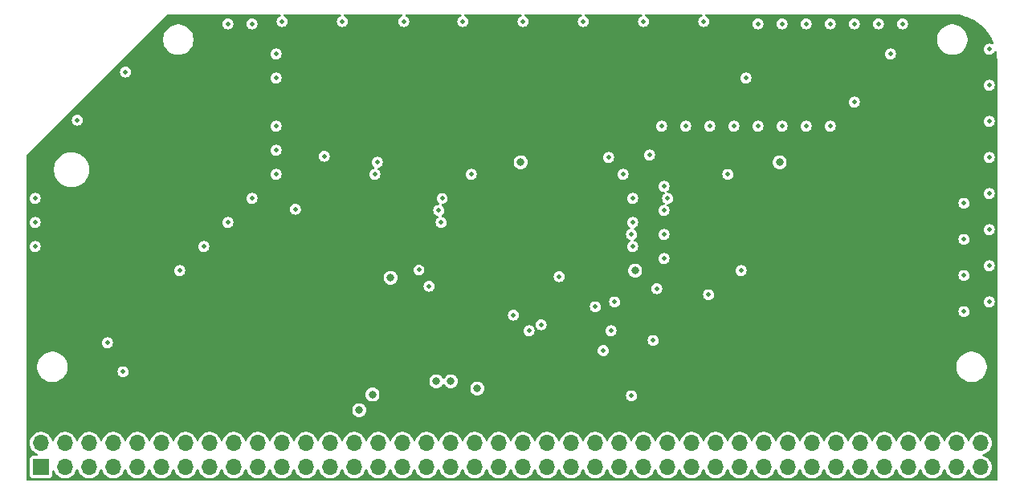
<source format=gbr>
%TF.GenerationSoftware,KiCad,Pcbnew,8.0.4*%
%TF.CreationDate,2024-07-26T10:39:13-07:00*%
%TF.ProjectId,BALD,42414c44-2e6b-4696-9361-645f70636258,0*%
%TF.SameCoordinates,Original*%
%TF.FileFunction,Copper,L3,Inr*%
%TF.FilePolarity,Positive*%
%FSLAX46Y46*%
G04 Gerber Fmt 4.6, Leading zero omitted, Abs format (unit mm)*
G04 Created by KiCad (PCBNEW 8.0.4) date 2024-07-26 10:39:13*
%MOMM*%
%LPD*%
G01*
G04 APERTURE LIST*
%TA.AperFunction,ComponentPad*%
%ADD10R,1.700000X1.700000*%
%TD*%
%TA.AperFunction,ComponentPad*%
%ADD11O,1.700000X1.700000*%
%TD*%
%TA.AperFunction,ViaPad*%
%ADD12C,0.800000*%
%TD*%
%TA.AperFunction,ViaPad*%
%ADD13C,0.500000*%
%TD*%
G04 APERTURE END LIST*
D10*
%TO.N,unconnected-(J1-Pin_1-Pad1)*%
%TO.C,J1*%
X1803400Y1752600D03*
D11*
%TO.N,unconnected-(J1-Pin_2-Pad2)*%
X4343400Y1752600D03*
%TO.N,unconnected-(J1-Pin_3-Pad3)*%
X6883400Y1752600D03*
%TO.N,unconnected-(J1-Pin_4-Pad4)*%
X9423400Y1752600D03*
%TO.N,unconnected-(J1-Pin_5-Pad5)*%
X11963400Y1752600D03*
%TO.N,unconnected-(J1-Pin_6-Pad6)*%
X14503400Y1752600D03*
%TO.N,unconnected-(J1-Pin_7-Pad7)*%
X17043400Y1752600D03*
%TO.N,unconnected-(J1-Pin_8-Pad8)*%
X19583400Y1752600D03*
%TO.N,unconnected-(J1-Pin_9-Pad9)*%
X22123400Y1752600D03*
%TO.N,unconnected-(J1-Pin_10-Pad10)*%
X24663400Y1752600D03*
%TO.N,unconnected-(J1-Pin_11-Pad11)*%
X27203400Y1752600D03*
%TO.N,unconnected-(J1-Pin_12-Pad12)*%
X29743400Y1752600D03*
%TO.N,unconnected-(J1-Pin_13-Pad13)*%
X32283400Y1752600D03*
%TO.N,unconnected-(J1-Pin_14-Pad14)*%
X34823400Y1752600D03*
%TO.N,unconnected-(J1-Pin_15-Pad15)*%
X37363400Y1752600D03*
%TO.N,unconnected-(J1-Pin_16-Pad16)*%
X39903400Y1752600D03*
%TO.N,GND*%
X42443400Y1752600D03*
%TO.N,/5V_3V3_VIN*%
X44983400Y1752600D03*
%TO.N,unconnected-(J1-Pin_19-Pad19)*%
X47523400Y1752600D03*
%TO.N,/CPU_RESET_N*%
X50063400Y1752600D03*
%TO.N,unconnected-(J1-Pin_21-Pad21)*%
X52603400Y1752600D03*
%TO.N,/CPU_INT0_N*%
X55143400Y1752600D03*
%TO.N,/CPU_MREQ_N*%
X57683400Y1752600D03*
%TO.N,/CPU_WR_N*%
X60223400Y1752600D03*
%TO.N,/CPU_RD_N*%
X62763400Y1752600D03*
%TO.N,/CPU_IORQ_N*%
X65303400Y1752600D03*
%TO.N,unconnected-(J1-Pin_27-Pad27)*%
X67843400Y1752600D03*
%TO.N,unconnected-(J1-Pin_28-Pad28)*%
X70383400Y1752600D03*
%TO.N,unconnected-(J1-Pin_29-Pad29)*%
X72923400Y1752600D03*
%TO.N,unconnected-(J1-Pin_30-Pad30)*%
X75463400Y1752600D03*
%TO.N,unconnected-(J1-Pin_31-Pad31)*%
X78003400Y1752600D03*
%TO.N,unconnected-(J1-Pin_32-Pad32)*%
X80543400Y1752600D03*
%TO.N,unconnected-(J1-Pin_33-Pad33)*%
X83083400Y1752600D03*
%TO.N,unconnected-(J1-Pin_34-Pad34)*%
X85623400Y1752600D03*
%TO.N,unconnected-(J1-Pin_35-Pad35)*%
X88163400Y1752600D03*
%TO.N,unconnected-(J1-Pin_36-Pad36)*%
X90703400Y1752600D03*
%TO.N,/CPU_INT1_N*%
X93243400Y1752600D03*
%TO.N,unconnected-(J1-Pin_38-Pad38)*%
X95783400Y1752600D03*
%TO.N,unconnected-(J1-Pin_39-Pad39)*%
X98323400Y1752600D03*
%TO.N,unconnected-(J1-Pin_40-Pad40)*%
X100863400Y1752600D03*
%TO.N,/MEM_OE_N*%
X1803400Y4292600D03*
%TO.N,/MEM_CE_N*%
X4343400Y4292600D03*
%TO.N,/MEM_WE_N*%
X6883400Y4292600D03*
%TO.N,unconnected-(J1-Pin_44-Pad44)*%
X9423400Y4292600D03*
%TO.N,unconnected-(J1-Pin_45-Pad45)*%
X11963400Y4292600D03*
%TO.N,unconnected-(J1-Pin_46-Pad46)*%
X14503400Y4292600D03*
%TO.N,/CPU_DREQ1_N*%
X17043400Y4292600D03*
%TO.N,/CPU_TEND1_N*%
X19583400Y4292600D03*
%TO.N,unconnected-(J1-Pin_49-Pad49)*%
X22123400Y4292600D03*
%TO.N,unconnected-(J1-Pin_50-Pad50)*%
X24663400Y4292600D03*
%TO.N,unconnected-(J1-Pin_51-Pad51)*%
X27203400Y4292600D03*
%TO.N,unconnected-(J1-Pin_52-Pad52)*%
X29743400Y4292600D03*
%TO.N,unconnected-(J1-Pin_53-Pad53)*%
X32283400Y4292600D03*
%TO.N,unconnected-(J1-Pin_54-Pad54)*%
X34823400Y4292600D03*
%TO.N,unconnected-(J1-Pin_55-Pad55)*%
X37363400Y4292600D03*
%TO.N,unconnected-(J1-Pin_56-Pad56)*%
X39903400Y4292600D03*
%TO.N,GND*%
X42443400Y4292600D03*
%TO.N,/5V_3V3_VIN*%
X44983400Y4292600D03*
%TO.N,unconnected-(J1-Pin_59-Pad59)*%
X47523400Y4292600D03*
%TO.N,unconnected-(J1-Pin_60-Pad60)*%
X50063400Y4292600D03*
%TO.N,unconnected-(J1-Pin_61-Pad61)*%
X52603400Y4292600D03*
%TO.N,/CPU_BUSACK_N*%
X55143400Y4292600D03*
%TO.N,unconnected-(J1-Pin_63-Pad63)*%
X57683400Y4292600D03*
%TO.N,/CPU_BUSREQ_N*%
X60223400Y4292600D03*
%TO.N,/CPU_WAIT_N*%
X62763400Y4292600D03*
%TO.N,/CPU_NMI_N*%
X65303400Y4292600D03*
%TO.N,unconnected-(J1-Pin_67-Pad67)*%
X67843400Y4292600D03*
%TO.N,unconnected-(J1-Pin_68-Pad68)*%
X70383400Y4292600D03*
%TO.N,unconnected-(J1-Pin_69-Pad69)*%
X72923400Y4292600D03*
%TO.N,unconnected-(J1-Pin_70-Pad70)*%
X75463400Y4292600D03*
%TO.N,unconnected-(J1-Pin_71-Pad71)*%
X78003400Y4292600D03*
%TO.N,unconnected-(J1-Pin_72-Pad72)*%
X80543400Y4292600D03*
%TO.N,unconnected-(J1-Pin_73-Pad73)*%
X83083400Y4292600D03*
%TO.N,unconnected-(J1-Pin_74-Pad74)*%
X85623400Y4292600D03*
%TO.N,unconnected-(J1-Pin_75-Pad75)*%
X88163400Y4292600D03*
%TO.N,unconnected-(J1-Pin_76-Pad76)*%
X90703400Y4292600D03*
%TO.N,unconnected-(J1-Pin_77-Pad77)*%
X93243400Y4292600D03*
%TO.N,unconnected-(J1-Pin_78-Pad78)*%
X95783400Y4292600D03*
%TO.N,unconnected-(J1-Pin_79-Pad79)*%
X98323400Y4292600D03*
%TO.N,unconnected-(J1-Pin_80-Pad80)*%
X100863400Y4292600D03*
%TD*%
D12*
%TO.N,+3.3V*%
X75864720Y33921700D03*
D13*
X79674720Y25031700D03*
D12*
X45511720Y34683700D03*
D13*
X52369720Y27571700D03*
X31795720Y25031700D03*
D12*
X43479720Y14617700D03*
D13*
X79674720Y27571700D03*
X31795720Y27571700D03*
X79674720Y30111700D03*
D12*
X48559720Y33921700D03*
D13*
X59481720Y30111700D03*
D12*
X72816720Y34810700D03*
D13*
X59481720Y25031700D03*
X52369720Y22491700D03*
X79674720Y22491700D03*
X59481720Y32651700D03*
X52369720Y25031700D03*
X31795720Y32651700D03*
D12*
X45003720Y14617700D03*
D13*
X52369720Y30111700D03*
X59481720Y27571700D03*
X31795720Y30111700D03*
%TO.N,GND*%
X67228720Y37731700D03*
X79928720Y48526700D03*
X24048720Y48526700D03*
X69768720Y37731700D03*
X24048720Y30111700D03*
X101772720Y45859700D03*
X79928720Y37731700D03*
X65323720Y48780700D03*
X67863720Y30111700D03*
X101772720Y26809700D03*
X26588720Y35191700D03*
X33573720Y48780700D03*
X27223720Y48780700D03*
X40050720Y48780700D03*
X21508720Y48526700D03*
X61640720Y34429700D03*
X87548720Y48526700D03*
X82468720Y48526700D03*
D12*
X36748720Y9410700D03*
D13*
X92628720Y48526700D03*
X66339720Y15125700D03*
X101772720Y19189700D03*
X101772720Y34429700D03*
X8808720Y14871700D03*
D12*
X38653720Y21729700D03*
D13*
X60243720Y18681700D03*
X10459720Y11823700D03*
X52623720Y48780700D03*
X10713720Y43446700D03*
X82468720Y37731700D03*
X47162720Y32651700D03*
X18968720Y25031700D03*
D12*
X79674720Y33921700D03*
D13*
X5633720Y38366700D03*
X91358720Y45351700D03*
D12*
X52369720Y33921700D03*
D13*
X76118720Y42811700D03*
X26588720Y42811700D03*
D12*
X35351720Y7759700D03*
X45003720Y10807700D03*
D13*
X90088720Y48526700D03*
X65958720Y34683700D03*
X64053720Y26301700D03*
X26588720Y32651700D03*
D12*
X64434720Y22491700D03*
D13*
X77388720Y37731700D03*
X101772720Y38239700D03*
X101772720Y30619700D03*
X85008720Y37731700D03*
X77388720Y48526700D03*
X64053720Y9283700D03*
D12*
X43479720Y10807700D03*
D13*
X87548720Y40271700D03*
X1188720Y27571700D03*
X46273720Y48780700D03*
X1188720Y30111700D03*
X28620720Y28968700D03*
X1188720Y25031700D03*
X101772720Y42049700D03*
X58973720Y48780700D03*
X16428720Y22491700D03*
X85008720Y48526700D03*
X101772720Y22999700D03*
X72308720Y37731700D03*
X74848720Y37731700D03*
X43733720Y28841700D03*
X74213720Y32651700D03*
X26588720Y37731700D03*
X56433720Y21856700D03*
X54528720Y16776700D03*
X37256720Y33921700D03*
X31668720Y34556700D03*
X71673720Y48780700D03*
X21508720Y27571700D03*
X26588720Y45351700D03*
%TO.N,/CPU_DREQ1_N*%
X41638220Y22555200D03*
%TO.N,/CPU_TEND1_N*%
X42717720Y20840700D03*
%TO.N,/CPU_INT1_N*%
X61894720Y16141700D03*
X51607720Y17792700D03*
%TO.N,/CPU_BUSACK_N*%
X43987720Y27571700D03*
D12*
%TO.N,/CPU_INT0_N*%
X47798370Y10045050D03*
D13*
%TO.N,/CPU_WR_N*%
X62275720Y19189700D03*
%TO.N,/CPU_NMI_N*%
X53258720Y16141700D03*
X61069220Y14046200D03*
%TO.N,/MEM_WE_N*%
X64180720Y27571700D03*
%TO.N,/CPU_RESET_N*%
X75610720Y22491700D03*
X66720720Y20586700D03*
%TO.N,/CPU_WAIT_N*%
X37002720Y32651700D03*
%TO.N,/MEM_OE_N*%
X64180720Y30111700D03*
%TO.N,/CPU_BUSREQ_N*%
X44089320Y30111700D03*
%TO.N,/CPU_IORQ_N*%
X72181720Y19951700D03*
%TO.N,/MEM_CE_N*%
X63164720Y32651700D03*
%TO.N,/CPU_RD_N*%
X64180720Y25031700D03*
%TO.N,/LED_IORQ*%
X67482720Y26301700D03*
X99105720Y21983700D03*
%TO.N,/LED_WR*%
X99105720Y29603700D03*
X67482720Y31381700D03*
%TO.N,/LED_MREQ*%
X67482720Y28841700D03*
X99105720Y25793700D03*
%TO.N,/LED_RESET*%
X67482720Y23761700D03*
X99105720Y18173700D03*
%TD*%
%TA.AperFunction,Conductor*%
%TO.N,+3.3V*%
G36*
X27021626Y49539698D02*
G01*
X27068119Y49486042D01*
X27078223Y49415768D01*
X27048729Y49351188D01*
X27001722Y49317291D01*
X26930865Y49287943D01*
X26809559Y49194861D01*
X26716477Y49073555D01*
X26657967Y48932294D01*
X26638009Y48780701D01*
X26638009Y48780700D01*
X26657967Y48629107D01*
X26716477Y48487845D01*
X26809559Y48366540D01*
X26930864Y48273458D01*
X27019943Y48236562D01*
X27072127Y48214947D01*
X27223720Y48194989D01*
X27375313Y48214947D01*
X27464392Y48251845D01*
X27516575Y48273458D01*
X27637880Y48366540D01*
X27730962Y48487845D01*
X27752575Y48540028D01*
X27789473Y48629107D01*
X27809431Y48780700D01*
X27789473Y48932293D01*
X27767858Y48984476D01*
X27730962Y49073555D01*
X27637880Y49194861D01*
X27516574Y49287943D01*
X27445719Y49317291D01*
X27390438Y49361838D01*
X27368016Y49429202D01*
X27385574Y49497993D01*
X27437535Y49546372D01*
X27493936Y49559700D01*
X33303505Y49559700D01*
X33371626Y49539698D01*
X33418119Y49486042D01*
X33428223Y49415768D01*
X33398729Y49351188D01*
X33351722Y49317291D01*
X33280865Y49287943D01*
X33159559Y49194861D01*
X33066477Y49073555D01*
X33007967Y48932294D01*
X32988009Y48780701D01*
X32988009Y48780700D01*
X33007967Y48629107D01*
X33066477Y48487845D01*
X33159559Y48366540D01*
X33280864Y48273458D01*
X33369943Y48236562D01*
X33422127Y48214947D01*
X33573720Y48194989D01*
X33725313Y48214947D01*
X33814392Y48251845D01*
X33866575Y48273458D01*
X33987880Y48366540D01*
X34080962Y48487845D01*
X34102575Y48540028D01*
X34139473Y48629107D01*
X34159431Y48780700D01*
X34139473Y48932293D01*
X34117858Y48984476D01*
X34080962Y49073555D01*
X33987880Y49194861D01*
X33866574Y49287943D01*
X33795719Y49317291D01*
X33740438Y49361838D01*
X33718016Y49429202D01*
X33735574Y49497993D01*
X33787535Y49546372D01*
X33843936Y49559700D01*
X39780505Y49559700D01*
X39848626Y49539698D01*
X39895119Y49486042D01*
X39905223Y49415768D01*
X39875729Y49351188D01*
X39828722Y49317291D01*
X39757865Y49287943D01*
X39636559Y49194861D01*
X39543477Y49073555D01*
X39484967Y48932294D01*
X39465009Y48780701D01*
X39465009Y48780700D01*
X39484967Y48629107D01*
X39543477Y48487845D01*
X39636559Y48366540D01*
X39757864Y48273458D01*
X39846943Y48236562D01*
X39899127Y48214947D01*
X40050720Y48194989D01*
X40202313Y48214947D01*
X40291392Y48251845D01*
X40343575Y48273458D01*
X40464880Y48366540D01*
X40557962Y48487845D01*
X40579575Y48540028D01*
X40616473Y48629107D01*
X40636431Y48780700D01*
X40616473Y48932293D01*
X40594858Y48984476D01*
X40557962Y49073555D01*
X40464880Y49194861D01*
X40343574Y49287943D01*
X40272719Y49317291D01*
X40217438Y49361838D01*
X40195016Y49429202D01*
X40212574Y49497993D01*
X40264535Y49546372D01*
X40320936Y49559700D01*
X46003505Y49559700D01*
X46071626Y49539698D01*
X46118119Y49486042D01*
X46128223Y49415768D01*
X46098729Y49351188D01*
X46051722Y49317291D01*
X45980865Y49287943D01*
X45859559Y49194861D01*
X45766477Y49073555D01*
X45707967Y48932294D01*
X45688009Y48780701D01*
X45688009Y48780700D01*
X45707967Y48629107D01*
X45766477Y48487845D01*
X45859559Y48366540D01*
X45980864Y48273458D01*
X46069943Y48236562D01*
X46122127Y48214947D01*
X46273720Y48194989D01*
X46425313Y48214947D01*
X46514392Y48251845D01*
X46566575Y48273458D01*
X46687880Y48366540D01*
X46780962Y48487845D01*
X46802575Y48540028D01*
X46839473Y48629107D01*
X46859431Y48780700D01*
X46839473Y48932293D01*
X46817858Y48984476D01*
X46780962Y49073555D01*
X46687880Y49194861D01*
X46566574Y49287943D01*
X46495719Y49317291D01*
X46440438Y49361838D01*
X46418016Y49429202D01*
X46435574Y49497993D01*
X46487535Y49546372D01*
X46543936Y49559700D01*
X52353505Y49559700D01*
X52421626Y49539698D01*
X52468119Y49486042D01*
X52478223Y49415768D01*
X52448729Y49351188D01*
X52401722Y49317291D01*
X52330865Y49287943D01*
X52209559Y49194861D01*
X52116477Y49073555D01*
X52057967Y48932294D01*
X52038009Y48780701D01*
X52038009Y48780700D01*
X52057967Y48629107D01*
X52116477Y48487845D01*
X52209559Y48366540D01*
X52330864Y48273458D01*
X52419943Y48236562D01*
X52472127Y48214947D01*
X52623720Y48194989D01*
X52775313Y48214947D01*
X52864392Y48251845D01*
X52916575Y48273458D01*
X53037880Y48366540D01*
X53130962Y48487845D01*
X53152575Y48540028D01*
X53189473Y48629107D01*
X53209431Y48780700D01*
X53189473Y48932293D01*
X53167858Y48984476D01*
X53130962Y49073555D01*
X53037880Y49194861D01*
X52916574Y49287943D01*
X52845719Y49317291D01*
X52790438Y49361838D01*
X52768016Y49429202D01*
X52785574Y49497993D01*
X52837535Y49546372D01*
X52893936Y49559700D01*
X58703505Y49559700D01*
X58771626Y49539698D01*
X58818119Y49486042D01*
X58828223Y49415768D01*
X58798729Y49351188D01*
X58751722Y49317291D01*
X58680865Y49287943D01*
X58559559Y49194861D01*
X58466477Y49073555D01*
X58407967Y48932294D01*
X58388009Y48780701D01*
X58388009Y48780700D01*
X58407967Y48629107D01*
X58466477Y48487845D01*
X58559559Y48366540D01*
X58680864Y48273458D01*
X58769943Y48236562D01*
X58822127Y48214947D01*
X58973720Y48194989D01*
X59125313Y48214947D01*
X59214392Y48251845D01*
X59266575Y48273458D01*
X59387880Y48366540D01*
X59480962Y48487845D01*
X59502575Y48540028D01*
X59539473Y48629107D01*
X59559431Y48780700D01*
X59539473Y48932293D01*
X59517858Y48984476D01*
X59480962Y49073555D01*
X59387880Y49194861D01*
X59266574Y49287943D01*
X59195719Y49317291D01*
X59140438Y49361838D01*
X59118016Y49429202D01*
X59135574Y49497993D01*
X59187535Y49546372D01*
X59243936Y49559700D01*
X65053505Y49559700D01*
X65121626Y49539698D01*
X65168119Y49486042D01*
X65178223Y49415768D01*
X65148729Y49351188D01*
X65101722Y49317291D01*
X65030865Y49287943D01*
X64909559Y49194861D01*
X64816477Y49073555D01*
X64757967Y48932294D01*
X64738009Y48780701D01*
X64738009Y48780700D01*
X64757967Y48629107D01*
X64816477Y48487845D01*
X64909559Y48366540D01*
X65030864Y48273458D01*
X65119943Y48236562D01*
X65172127Y48214947D01*
X65323720Y48194989D01*
X65475313Y48214947D01*
X65564392Y48251845D01*
X65616575Y48273458D01*
X65737880Y48366540D01*
X65830962Y48487845D01*
X65852575Y48540028D01*
X65889473Y48629107D01*
X65909431Y48780700D01*
X65889473Y48932293D01*
X65867858Y48984476D01*
X65830962Y49073555D01*
X65737880Y49194861D01*
X65616574Y49287943D01*
X65545719Y49317291D01*
X65490438Y49361838D01*
X65468016Y49429202D01*
X65485574Y49497993D01*
X65537535Y49546372D01*
X65593936Y49559700D01*
X71403505Y49559700D01*
X71471626Y49539698D01*
X71518119Y49486042D01*
X71528223Y49415768D01*
X71498729Y49351188D01*
X71451722Y49317291D01*
X71380865Y49287943D01*
X71259559Y49194861D01*
X71166477Y49073555D01*
X71107967Y48932294D01*
X71088009Y48780701D01*
X71088009Y48780700D01*
X71107967Y48629107D01*
X71166477Y48487845D01*
X71259559Y48366540D01*
X71380864Y48273458D01*
X71469943Y48236562D01*
X71522127Y48214947D01*
X71673720Y48194989D01*
X71825313Y48214947D01*
X71914392Y48251845D01*
X71966575Y48273458D01*
X72087880Y48366540D01*
X72180962Y48487845D01*
X72197055Y48526701D01*
X76803009Y48526701D01*
X76803009Y48526700D01*
X76822967Y48375107D01*
X76881477Y48233845D01*
X76974559Y48112540D01*
X77095864Y48019458D01*
X77184943Y47982562D01*
X77237127Y47960947D01*
X77388720Y47940989D01*
X77540313Y47960947D01*
X77629392Y47997845D01*
X77681575Y48019458D01*
X77802880Y48112540D01*
X77895962Y48233845D01*
X77917575Y48286028D01*
X77954473Y48375107D01*
X77974431Y48526700D01*
X77974431Y48526701D01*
X79343009Y48526701D01*
X79343009Y48526700D01*
X79362967Y48375107D01*
X79421477Y48233845D01*
X79514559Y48112540D01*
X79635864Y48019458D01*
X79724943Y47982562D01*
X79777127Y47960947D01*
X79928720Y47940989D01*
X80080313Y47960947D01*
X80169392Y47997845D01*
X80221575Y48019458D01*
X80342880Y48112540D01*
X80435962Y48233845D01*
X80457575Y48286028D01*
X80494473Y48375107D01*
X80514431Y48526700D01*
X80514431Y48526701D01*
X81883009Y48526701D01*
X81883009Y48526700D01*
X81902967Y48375107D01*
X81961477Y48233845D01*
X82054559Y48112540D01*
X82175864Y48019458D01*
X82264943Y47982562D01*
X82317127Y47960947D01*
X82468720Y47940989D01*
X82620313Y47960947D01*
X82709392Y47997845D01*
X82761575Y48019458D01*
X82882880Y48112540D01*
X82975962Y48233845D01*
X82997575Y48286028D01*
X83034473Y48375107D01*
X83054431Y48526700D01*
X83054431Y48526701D01*
X84423009Y48526701D01*
X84423009Y48526700D01*
X84442967Y48375107D01*
X84501477Y48233845D01*
X84594559Y48112540D01*
X84715864Y48019458D01*
X84804943Y47982562D01*
X84857127Y47960947D01*
X85008720Y47940989D01*
X85160313Y47960947D01*
X85249392Y47997845D01*
X85301575Y48019458D01*
X85422880Y48112540D01*
X85515962Y48233845D01*
X85537575Y48286028D01*
X85574473Y48375107D01*
X85594431Y48526700D01*
X85594431Y48526701D01*
X86963009Y48526701D01*
X86963009Y48526700D01*
X86982967Y48375107D01*
X87041477Y48233845D01*
X87134559Y48112540D01*
X87255864Y48019458D01*
X87344943Y47982562D01*
X87397127Y47960947D01*
X87548720Y47940989D01*
X87700313Y47960947D01*
X87789392Y47997845D01*
X87841575Y48019458D01*
X87962880Y48112540D01*
X88055962Y48233845D01*
X88077575Y48286028D01*
X88114473Y48375107D01*
X88134431Y48526700D01*
X88134431Y48526701D01*
X89503009Y48526701D01*
X89503009Y48526700D01*
X89522967Y48375107D01*
X89581477Y48233845D01*
X89674559Y48112540D01*
X89795864Y48019458D01*
X89884943Y47982562D01*
X89937127Y47960947D01*
X90088720Y47940989D01*
X90240313Y47960947D01*
X90329392Y47997845D01*
X90381575Y48019458D01*
X90502880Y48112540D01*
X90595962Y48233845D01*
X90617575Y48286028D01*
X90654473Y48375107D01*
X90674431Y48526700D01*
X90674431Y48526701D01*
X92043009Y48526701D01*
X92043009Y48526700D01*
X92062967Y48375107D01*
X92121477Y48233845D01*
X92214559Y48112540D01*
X92335864Y48019458D01*
X92424943Y47982562D01*
X92477127Y47960947D01*
X92628720Y47940989D01*
X92780313Y47960947D01*
X92869392Y47997845D01*
X92921575Y48019458D01*
X93042880Y48112540D01*
X93135962Y48233845D01*
X93157575Y48286028D01*
X93194473Y48375107D01*
X93214431Y48526700D01*
X93194473Y48678293D01*
X93172858Y48730476D01*
X93135962Y48819555D01*
X93042880Y48940861D01*
X92921575Y49033943D01*
X92780313Y49092453D01*
X92628720Y49112411D01*
X92477126Y49092453D01*
X92335865Y49033943D01*
X92214559Y48940861D01*
X92121477Y48819555D01*
X92062967Y48678294D01*
X92043009Y48526701D01*
X90674431Y48526701D01*
X90654473Y48678293D01*
X90632858Y48730476D01*
X90595962Y48819555D01*
X90502880Y48940861D01*
X90381575Y49033943D01*
X90240313Y49092453D01*
X90088720Y49112411D01*
X89937126Y49092453D01*
X89795865Y49033943D01*
X89674559Y48940861D01*
X89581477Y48819555D01*
X89522967Y48678294D01*
X89503009Y48526701D01*
X88134431Y48526701D01*
X88114473Y48678293D01*
X88092858Y48730476D01*
X88055962Y48819555D01*
X87962880Y48940861D01*
X87841575Y49033943D01*
X87700313Y49092453D01*
X87548720Y49112411D01*
X87397126Y49092453D01*
X87255865Y49033943D01*
X87134559Y48940861D01*
X87041477Y48819555D01*
X86982967Y48678294D01*
X86963009Y48526701D01*
X85594431Y48526701D01*
X85574473Y48678293D01*
X85552858Y48730476D01*
X85515962Y48819555D01*
X85422880Y48940861D01*
X85301575Y49033943D01*
X85160313Y49092453D01*
X85008720Y49112411D01*
X84857126Y49092453D01*
X84715865Y49033943D01*
X84594559Y48940861D01*
X84501477Y48819555D01*
X84442967Y48678294D01*
X84423009Y48526701D01*
X83054431Y48526701D01*
X83034473Y48678293D01*
X83012858Y48730476D01*
X82975962Y48819555D01*
X82882880Y48940861D01*
X82761575Y49033943D01*
X82620313Y49092453D01*
X82468720Y49112411D01*
X82317126Y49092453D01*
X82175865Y49033943D01*
X82054559Y48940861D01*
X81961477Y48819555D01*
X81902967Y48678294D01*
X81883009Y48526701D01*
X80514431Y48526701D01*
X80494473Y48678293D01*
X80472858Y48730476D01*
X80435962Y48819555D01*
X80342880Y48940861D01*
X80221575Y49033943D01*
X80080313Y49092453D01*
X79928720Y49112411D01*
X79777126Y49092453D01*
X79635865Y49033943D01*
X79514559Y48940861D01*
X79421477Y48819555D01*
X79362967Y48678294D01*
X79343009Y48526701D01*
X77974431Y48526701D01*
X77954473Y48678293D01*
X77932858Y48730476D01*
X77895962Y48819555D01*
X77802880Y48940861D01*
X77681575Y49033943D01*
X77540313Y49092453D01*
X77388720Y49112411D01*
X77237126Y49092453D01*
X77095865Y49033943D01*
X76974559Y48940861D01*
X76881477Y48819555D01*
X76822967Y48678294D01*
X76803009Y48526701D01*
X72197055Y48526701D01*
X72202575Y48540028D01*
X72239473Y48629107D01*
X72259431Y48780700D01*
X72239473Y48932293D01*
X72217858Y48984476D01*
X72180962Y49073555D01*
X72087880Y49194861D01*
X71966574Y49287943D01*
X71895719Y49317291D01*
X71840438Y49361838D01*
X71818016Y49429202D01*
X71835574Y49497993D01*
X71887535Y49546372D01*
X71943936Y49559700D01*
X97682207Y49559700D01*
X97727055Y49559700D01*
X97732550Y49559580D01*
X98149581Y49541374D01*
X98160532Y49540416D01*
X98253475Y49528181D01*
X98571677Y49486289D01*
X98582485Y49484383D01*
X98987359Y49394626D01*
X98997940Y49391791D01*
X99393449Y49267089D01*
X99403769Y49263333D01*
X99786896Y49104638D01*
X99796858Y49099992D01*
X100164672Y48908521D01*
X100174191Y48903026D01*
X100523934Y48680217D01*
X100532938Y48673913D01*
X100853432Y48427990D01*
X100861935Y48421466D01*
X100870355Y48414400D01*
X101176079Y48134256D01*
X101183852Y48126483D01*
X101464017Y47820737D01*
X101471082Y47812317D01*
X101723517Y47483339D01*
X101729822Y47474335D01*
X101879925Y47238721D01*
X101952631Y47124597D01*
X101958127Y47115077D01*
X102149605Y46747252D01*
X102154251Y46737290D01*
X102241697Y46526177D01*
X102249286Y46455587D01*
X102217507Y46392100D01*
X102156449Y46355873D01*
X102085497Y46358407D01*
X102073259Y46363908D01*
X102073207Y46363781D01*
X101924313Y46425453D01*
X101772720Y46445411D01*
X101621126Y46425453D01*
X101479865Y46366943D01*
X101358559Y46273861D01*
X101265477Y46152555D01*
X101206967Y46011294D01*
X101187009Y45859701D01*
X101187009Y45859700D01*
X101206967Y45708107D01*
X101265477Y45566845D01*
X101358559Y45445540D01*
X101479864Y45352458D01*
X101568943Y45315562D01*
X101621127Y45293947D01*
X101772720Y45273989D01*
X101924313Y45293947D01*
X102013392Y45330845D01*
X102065575Y45352458D01*
X102186880Y45445540D01*
X102279961Y45566844D01*
X102287601Y45585290D01*
X102332146Y45640571D01*
X102399509Y45662995D01*
X102468301Y45645439D01*
X102516681Y45593479D01*
X102527024Y45564346D01*
X102533997Y45532892D01*
X102535906Y45522067D01*
X102590033Y45110932D01*
X102590991Y45099982D01*
X102609180Y44683407D01*
X102609300Y44677911D01*
X102609300Y44632604D01*
X102609348Y44632300D01*
X102610900Y44612587D01*
X102610900Y426500D01*
X102590898Y358379D01*
X102537242Y311886D01*
X102484900Y300500D01*
X426500Y300500D01*
X358379Y320502D01*
X311886Y374158D01*
X300500Y426500D01*
X300500Y4292605D01*
X617642Y4292605D01*
X617642Y4292596D01*
X637831Y4074722D01*
X637831Y4074719D01*
X637832Y4074718D01*
X697714Y3864255D01*
X795248Y3668379D01*
X795249Y3668378D01*
X795250Y3668376D01*
X927112Y3493761D01*
X1088819Y3346346D01*
X1274855Y3231157D01*
X1274856Y3231157D01*
X1274862Y3231153D01*
X1415187Y3176792D01*
X1471481Y3133532D01*
X1495452Y3066705D01*
X1479488Y2997526D01*
X1428657Y2947960D01*
X1369670Y2933300D01*
X914641Y2933300D01*
X866489Y2926961D01*
X760790Y2877673D01*
X678327Y2795210D01*
X629039Y2689511D01*
X622700Y2641359D01*
X622700Y863842D01*
X629039Y815690D01*
X678327Y709991D01*
X760790Y627528D01*
X760791Y627528D01*
X760792Y627527D01*
X866488Y578240D01*
X914646Y571900D01*
X914653Y571900D01*
X2692147Y571900D01*
X2692154Y571900D01*
X2740312Y578240D01*
X2846008Y627527D01*
X2928473Y709992D01*
X2977760Y815688D01*
X2984100Y863846D01*
X2984100Y1312352D01*
X3004102Y1380473D01*
X3057758Y1426966D01*
X3128032Y1437070D01*
X3192612Y1407576D01*
X3230996Y1347850D01*
X3231290Y1346833D01*
X3237711Y1324263D01*
X3237712Y1324261D01*
X3237714Y1324255D01*
X3335248Y1128379D01*
X3335249Y1128378D01*
X3335250Y1128376D01*
X3467112Y953761D01*
X3628819Y806346D01*
X3814855Y691157D01*
X3814856Y691157D01*
X3814862Y691153D01*
X4018902Y612108D01*
X4233992Y571900D01*
X4233996Y571900D01*
X4452804Y571900D01*
X4452808Y571900D01*
X4667898Y612108D01*
X4871938Y691153D01*
X5057979Y806345D01*
X5219686Y953760D01*
X5351552Y1128379D01*
X5449086Y1324255D01*
X5492210Y1475821D01*
X5530091Y1535867D01*
X5594421Y1565901D01*
X5664778Y1556388D01*
X5718822Y1510348D01*
X5734590Y1475820D01*
X5777711Y1324264D01*
X5777712Y1324261D01*
X5777714Y1324255D01*
X5875248Y1128379D01*
X5875249Y1128378D01*
X5875250Y1128376D01*
X6007112Y953761D01*
X6168819Y806346D01*
X6354855Y691157D01*
X6354856Y691157D01*
X6354862Y691153D01*
X6558902Y612108D01*
X6773992Y571900D01*
X6773996Y571900D01*
X6992804Y571900D01*
X6992808Y571900D01*
X7207898Y612108D01*
X7411938Y691153D01*
X7597979Y806345D01*
X7759686Y953760D01*
X7891552Y1128379D01*
X7989086Y1324255D01*
X8032210Y1475821D01*
X8070091Y1535867D01*
X8134421Y1565901D01*
X8204778Y1556388D01*
X8258822Y1510348D01*
X8274590Y1475820D01*
X8317711Y1324264D01*
X8317712Y1324261D01*
X8317714Y1324255D01*
X8415248Y1128379D01*
X8415249Y1128378D01*
X8415250Y1128376D01*
X8547112Y953761D01*
X8708819Y806346D01*
X8894855Y691157D01*
X8894856Y691157D01*
X8894862Y691153D01*
X9098902Y612108D01*
X9313992Y571900D01*
X9313996Y571900D01*
X9532804Y571900D01*
X9532808Y571900D01*
X9747898Y612108D01*
X9951938Y691153D01*
X10137979Y806345D01*
X10299686Y953760D01*
X10431552Y1128379D01*
X10529086Y1324255D01*
X10572210Y1475821D01*
X10610091Y1535867D01*
X10674421Y1565901D01*
X10744778Y1556388D01*
X10798822Y1510348D01*
X10814590Y1475820D01*
X10857711Y1324264D01*
X10857712Y1324261D01*
X10857714Y1324255D01*
X10955248Y1128379D01*
X10955249Y1128378D01*
X10955250Y1128376D01*
X11087112Y953761D01*
X11248819Y806346D01*
X11434855Y691157D01*
X11434856Y691157D01*
X11434862Y691153D01*
X11638902Y612108D01*
X11853992Y571900D01*
X11853996Y571900D01*
X12072804Y571900D01*
X12072808Y571900D01*
X12287898Y612108D01*
X12491938Y691153D01*
X12677979Y806345D01*
X12839686Y953760D01*
X12971552Y1128379D01*
X13069086Y1324255D01*
X13112210Y1475821D01*
X13150091Y1535867D01*
X13214421Y1565901D01*
X13284778Y1556388D01*
X13338822Y1510348D01*
X13354590Y1475820D01*
X13397711Y1324264D01*
X13397712Y1324261D01*
X13397714Y1324255D01*
X13495248Y1128379D01*
X13495249Y1128378D01*
X13495250Y1128376D01*
X13627112Y953761D01*
X13788819Y806346D01*
X13974855Y691157D01*
X13974856Y691157D01*
X13974862Y691153D01*
X14178902Y612108D01*
X14393992Y571900D01*
X14393996Y571900D01*
X14612804Y571900D01*
X14612808Y571900D01*
X14827898Y612108D01*
X15031938Y691153D01*
X15217979Y806345D01*
X15379686Y953760D01*
X15511552Y1128379D01*
X15609086Y1324255D01*
X15652210Y1475821D01*
X15690091Y1535867D01*
X15754421Y1565901D01*
X15824778Y1556388D01*
X15878822Y1510348D01*
X15894590Y1475820D01*
X15937711Y1324264D01*
X15937712Y1324261D01*
X15937714Y1324255D01*
X16035248Y1128379D01*
X16035249Y1128378D01*
X16035250Y1128376D01*
X16167112Y953761D01*
X16328819Y806346D01*
X16514855Y691157D01*
X16514856Y691157D01*
X16514862Y691153D01*
X16718902Y612108D01*
X16933992Y571900D01*
X16933996Y571900D01*
X17152804Y571900D01*
X17152808Y571900D01*
X17367898Y612108D01*
X17571938Y691153D01*
X17757979Y806345D01*
X17919686Y953760D01*
X18051552Y1128379D01*
X18149086Y1324255D01*
X18192210Y1475821D01*
X18230091Y1535867D01*
X18294421Y1565901D01*
X18364778Y1556388D01*
X18418822Y1510348D01*
X18434590Y1475820D01*
X18477711Y1324264D01*
X18477712Y1324261D01*
X18477714Y1324255D01*
X18575248Y1128379D01*
X18575249Y1128378D01*
X18575250Y1128376D01*
X18707112Y953761D01*
X18868819Y806346D01*
X19054855Y691157D01*
X19054856Y691157D01*
X19054862Y691153D01*
X19258902Y612108D01*
X19473992Y571900D01*
X19473996Y571900D01*
X19692804Y571900D01*
X19692808Y571900D01*
X19907898Y612108D01*
X20111938Y691153D01*
X20297979Y806345D01*
X20459686Y953760D01*
X20591552Y1128379D01*
X20689086Y1324255D01*
X20732210Y1475821D01*
X20770091Y1535867D01*
X20834421Y1565901D01*
X20904778Y1556388D01*
X20958822Y1510348D01*
X20974590Y1475820D01*
X21017711Y1324264D01*
X21017712Y1324261D01*
X21017714Y1324255D01*
X21115248Y1128379D01*
X21115249Y1128378D01*
X21115250Y1128376D01*
X21247112Y953761D01*
X21408819Y806346D01*
X21594855Y691157D01*
X21594856Y691157D01*
X21594862Y691153D01*
X21798902Y612108D01*
X22013992Y571900D01*
X22013996Y571900D01*
X22232804Y571900D01*
X22232808Y571900D01*
X22447898Y612108D01*
X22651938Y691153D01*
X22837979Y806345D01*
X22999686Y953760D01*
X23131552Y1128379D01*
X23229086Y1324255D01*
X23272210Y1475821D01*
X23310091Y1535867D01*
X23374421Y1565901D01*
X23444778Y1556388D01*
X23498822Y1510348D01*
X23514590Y1475820D01*
X23557711Y1324264D01*
X23557712Y1324261D01*
X23557714Y1324255D01*
X23655248Y1128379D01*
X23655249Y1128378D01*
X23655250Y1128376D01*
X23787112Y953761D01*
X23948819Y806346D01*
X24134855Y691157D01*
X24134856Y691157D01*
X24134862Y691153D01*
X24338902Y612108D01*
X24553992Y571900D01*
X24553996Y571900D01*
X24772804Y571900D01*
X24772808Y571900D01*
X24987898Y612108D01*
X25191938Y691153D01*
X25377979Y806345D01*
X25539686Y953760D01*
X25671552Y1128379D01*
X25769086Y1324255D01*
X25812210Y1475821D01*
X25850091Y1535867D01*
X25914421Y1565901D01*
X25984778Y1556388D01*
X26038822Y1510348D01*
X26054590Y1475820D01*
X26097711Y1324264D01*
X26097712Y1324261D01*
X26097714Y1324255D01*
X26195248Y1128379D01*
X26195249Y1128378D01*
X26195250Y1128376D01*
X26327112Y953761D01*
X26488819Y806346D01*
X26674855Y691157D01*
X26674856Y691157D01*
X26674862Y691153D01*
X26878902Y612108D01*
X27093992Y571900D01*
X27093996Y571900D01*
X27312804Y571900D01*
X27312808Y571900D01*
X27527898Y612108D01*
X27731938Y691153D01*
X27917979Y806345D01*
X28079686Y953760D01*
X28211552Y1128379D01*
X28309086Y1324255D01*
X28352210Y1475821D01*
X28390091Y1535867D01*
X28454421Y1565901D01*
X28524778Y1556388D01*
X28578822Y1510348D01*
X28594590Y1475820D01*
X28637711Y1324264D01*
X28637712Y1324261D01*
X28637714Y1324255D01*
X28735248Y1128379D01*
X28735249Y1128378D01*
X28735250Y1128376D01*
X28867112Y953761D01*
X29028819Y806346D01*
X29214855Y691157D01*
X29214856Y691157D01*
X29214862Y691153D01*
X29418902Y612108D01*
X29633992Y571900D01*
X29633996Y571900D01*
X29852804Y571900D01*
X29852808Y571900D01*
X30067898Y612108D01*
X30271938Y691153D01*
X30457979Y806345D01*
X30619686Y953760D01*
X30751552Y1128379D01*
X30849086Y1324255D01*
X30892210Y1475821D01*
X30930091Y1535867D01*
X30994421Y1565901D01*
X31064778Y1556388D01*
X31118822Y1510348D01*
X31134590Y1475820D01*
X31177711Y1324264D01*
X31177712Y1324261D01*
X31177714Y1324255D01*
X31275248Y1128379D01*
X31275249Y1128378D01*
X31275250Y1128376D01*
X31407112Y953761D01*
X31568819Y806346D01*
X31754855Y691157D01*
X31754856Y691157D01*
X31754862Y691153D01*
X31958902Y612108D01*
X32173992Y571900D01*
X32173996Y571900D01*
X32392804Y571900D01*
X32392808Y571900D01*
X32607898Y612108D01*
X32811938Y691153D01*
X32997979Y806345D01*
X33159686Y953760D01*
X33291552Y1128379D01*
X33389086Y1324255D01*
X33432210Y1475821D01*
X33470091Y1535867D01*
X33534421Y1565901D01*
X33604778Y1556388D01*
X33658822Y1510348D01*
X33674590Y1475820D01*
X33717711Y1324264D01*
X33717712Y1324261D01*
X33717714Y1324255D01*
X33815248Y1128379D01*
X33815249Y1128378D01*
X33815250Y1128376D01*
X33947112Y953761D01*
X34108819Y806346D01*
X34294855Y691157D01*
X34294856Y691157D01*
X34294862Y691153D01*
X34498902Y612108D01*
X34713992Y571900D01*
X34713996Y571900D01*
X34932804Y571900D01*
X34932808Y571900D01*
X35147898Y612108D01*
X35351938Y691153D01*
X35537979Y806345D01*
X35699686Y953760D01*
X35831552Y1128379D01*
X35929086Y1324255D01*
X35972210Y1475821D01*
X36010091Y1535867D01*
X36074421Y1565901D01*
X36144778Y1556388D01*
X36198822Y1510348D01*
X36214590Y1475820D01*
X36257711Y1324264D01*
X36257712Y1324261D01*
X36257714Y1324255D01*
X36355248Y1128379D01*
X36355249Y1128378D01*
X36355250Y1128376D01*
X36487112Y953761D01*
X36648819Y806346D01*
X36834855Y691157D01*
X36834856Y691157D01*
X36834862Y691153D01*
X37038902Y612108D01*
X37253992Y571900D01*
X37253996Y571900D01*
X37472804Y571900D01*
X37472808Y571900D01*
X37687898Y612108D01*
X37891938Y691153D01*
X38077979Y806345D01*
X38239686Y953760D01*
X38371552Y1128379D01*
X38469086Y1324255D01*
X38512210Y1475821D01*
X38550091Y1535867D01*
X38614421Y1565901D01*
X38684778Y1556388D01*
X38738822Y1510348D01*
X38754590Y1475820D01*
X38797711Y1324264D01*
X38797712Y1324261D01*
X38797714Y1324255D01*
X38895248Y1128379D01*
X38895249Y1128378D01*
X38895250Y1128376D01*
X39027112Y953761D01*
X39188819Y806346D01*
X39374855Y691157D01*
X39374856Y691157D01*
X39374862Y691153D01*
X39578902Y612108D01*
X39793992Y571900D01*
X39793996Y571900D01*
X40012804Y571900D01*
X40012808Y571900D01*
X40227898Y612108D01*
X40431938Y691153D01*
X40617979Y806345D01*
X40779686Y953760D01*
X40911552Y1128379D01*
X41009086Y1324255D01*
X41052210Y1475821D01*
X41090091Y1535867D01*
X41154421Y1565901D01*
X41224778Y1556388D01*
X41278822Y1510348D01*
X41294590Y1475820D01*
X41337711Y1324264D01*
X41337712Y1324261D01*
X41337714Y1324255D01*
X41435248Y1128379D01*
X41435249Y1128378D01*
X41435250Y1128376D01*
X41567112Y953761D01*
X41728819Y806346D01*
X41914855Y691157D01*
X41914856Y691157D01*
X41914862Y691153D01*
X42118902Y612108D01*
X42333992Y571900D01*
X42333996Y571900D01*
X42552804Y571900D01*
X42552808Y571900D01*
X42767898Y612108D01*
X42971938Y691153D01*
X43157979Y806345D01*
X43319686Y953760D01*
X43451552Y1128379D01*
X43549086Y1324255D01*
X43592210Y1475821D01*
X43630091Y1535867D01*
X43694421Y1565901D01*
X43764778Y1556388D01*
X43818822Y1510348D01*
X43834590Y1475820D01*
X43877711Y1324264D01*
X43877712Y1324261D01*
X43877714Y1324255D01*
X43975248Y1128379D01*
X43975249Y1128378D01*
X43975250Y1128376D01*
X44107112Y953761D01*
X44268819Y806346D01*
X44454855Y691157D01*
X44454856Y691157D01*
X44454862Y691153D01*
X44658902Y612108D01*
X44873992Y571900D01*
X44873996Y571900D01*
X45092804Y571900D01*
X45092808Y571900D01*
X45307898Y612108D01*
X45511938Y691153D01*
X45697979Y806345D01*
X45859686Y953760D01*
X45991552Y1128379D01*
X46089086Y1324255D01*
X46132210Y1475821D01*
X46170091Y1535867D01*
X46234421Y1565901D01*
X46304778Y1556388D01*
X46358822Y1510348D01*
X46374590Y1475820D01*
X46417711Y1324264D01*
X46417712Y1324261D01*
X46417714Y1324255D01*
X46515248Y1128379D01*
X46515249Y1128378D01*
X46515250Y1128376D01*
X46647112Y953761D01*
X46808819Y806346D01*
X46994855Y691157D01*
X46994856Y691157D01*
X46994862Y691153D01*
X47198902Y612108D01*
X47413992Y571900D01*
X47413996Y571900D01*
X47632804Y571900D01*
X47632808Y571900D01*
X47847898Y612108D01*
X48051938Y691153D01*
X48237979Y806345D01*
X48399686Y953760D01*
X48531552Y1128379D01*
X48629086Y1324255D01*
X48672210Y1475821D01*
X48710091Y1535867D01*
X48774421Y1565901D01*
X48844778Y1556388D01*
X48898822Y1510348D01*
X48914590Y1475820D01*
X48957711Y1324264D01*
X48957712Y1324261D01*
X48957714Y1324255D01*
X49055248Y1128379D01*
X49055249Y1128378D01*
X49055250Y1128376D01*
X49187112Y953761D01*
X49348819Y806346D01*
X49534855Y691157D01*
X49534856Y691157D01*
X49534862Y691153D01*
X49738902Y612108D01*
X49953992Y571900D01*
X49953996Y571900D01*
X50172804Y571900D01*
X50172808Y571900D01*
X50387898Y612108D01*
X50591938Y691153D01*
X50777979Y806345D01*
X50939686Y953760D01*
X51071552Y1128379D01*
X51169086Y1324255D01*
X51212210Y1475821D01*
X51250091Y1535867D01*
X51314421Y1565901D01*
X51384778Y1556388D01*
X51438822Y1510348D01*
X51454590Y1475820D01*
X51497711Y1324264D01*
X51497712Y1324261D01*
X51497714Y1324255D01*
X51595248Y1128379D01*
X51595249Y1128378D01*
X51595250Y1128376D01*
X51727112Y953761D01*
X51888819Y806346D01*
X52074855Y691157D01*
X52074856Y691157D01*
X52074862Y691153D01*
X52278902Y612108D01*
X52493992Y571900D01*
X52493996Y571900D01*
X52712804Y571900D01*
X52712808Y571900D01*
X52927898Y612108D01*
X53131938Y691153D01*
X53317979Y806345D01*
X53479686Y953760D01*
X53611552Y1128379D01*
X53709086Y1324255D01*
X53752210Y1475821D01*
X53790091Y1535867D01*
X53854421Y1565901D01*
X53924778Y1556388D01*
X53978822Y1510348D01*
X53994590Y1475820D01*
X54037711Y1324264D01*
X54037712Y1324261D01*
X54037714Y1324255D01*
X54135248Y1128379D01*
X54135249Y1128378D01*
X54135250Y1128376D01*
X54267112Y953761D01*
X54428819Y806346D01*
X54614855Y691157D01*
X54614856Y691157D01*
X54614862Y691153D01*
X54818902Y612108D01*
X55033992Y571900D01*
X55033996Y571900D01*
X55252804Y571900D01*
X55252808Y571900D01*
X55467898Y612108D01*
X55671938Y691153D01*
X55857979Y806345D01*
X56019686Y953760D01*
X56151552Y1128379D01*
X56249086Y1324255D01*
X56292210Y1475821D01*
X56330091Y1535867D01*
X56394421Y1565901D01*
X56464778Y1556388D01*
X56518822Y1510348D01*
X56534590Y1475820D01*
X56577711Y1324264D01*
X56577712Y1324261D01*
X56577714Y1324255D01*
X56675248Y1128379D01*
X56675249Y1128378D01*
X56675250Y1128376D01*
X56807112Y953761D01*
X56968819Y806346D01*
X57154855Y691157D01*
X57154856Y691157D01*
X57154862Y691153D01*
X57358902Y612108D01*
X57573992Y571900D01*
X57573996Y571900D01*
X57792804Y571900D01*
X57792808Y571900D01*
X58007898Y612108D01*
X58211938Y691153D01*
X58397979Y806345D01*
X58559686Y953760D01*
X58691552Y1128379D01*
X58789086Y1324255D01*
X58832210Y1475821D01*
X58870091Y1535867D01*
X58934421Y1565901D01*
X59004778Y1556388D01*
X59058822Y1510348D01*
X59074590Y1475820D01*
X59117711Y1324264D01*
X59117712Y1324261D01*
X59117714Y1324255D01*
X59215248Y1128379D01*
X59215249Y1128378D01*
X59215250Y1128376D01*
X59347112Y953761D01*
X59508819Y806346D01*
X59694855Y691157D01*
X59694856Y691157D01*
X59694862Y691153D01*
X59898902Y612108D01*
X60113992Y571900D01*
X60113996Y571900D01*
X60332804Y571900D01*
X60332808Y571900D01*
X60547898Y612108D01*
X60751938Y691153D01*
X60937979Y806345D01*
X61099686Y953760D01*
X61231552Y1128379D01*
X61329086Y1324255D01*
X61372210Y1475821D01*
X61410091Y1535867D01*
X61474421Y1565901D01*
X61544778Y1556388D01*
X61598822Y1510348D01*
X61614590Y1475820D01*
X61657711Y1324264D01*
X61657712Y1324261D01*
X61657714Y1324255D01*
X61755248Y1128379D01*
X61755249Y1128378D01*
X61755250Y1128376D01*
X61887112Y953761D01*
X62048819Y806346D01*
X62234855Y691157D01*
X62234856Y691157D01*
X62234862Y691153D01*
X62438902Y612108D01*
X62653992Y571900D01*
X62653996Y571900D01*
X62872804Y571900D01*
X62872808Y571900D01*
X63087898Y612108D01*
X63291938Y691153D01*
X63477979Y806345D01*
X63639686Y953760D01*
X63771552Y1128379D01*
X63869086Y1324255D01*
X63912210Y1475821D01*
X63950091Y1535867D01*
X64014421Y1565901D01*
X64084778Y1556388D01*
X64138822Y1510348D01*
X64154590Y1475820D01*
X64197711Y1324264D01*
X64197712Y1324261D01*
X64197714Y1324255D01*
X64295248Y1128379D01*
X64295249Y1128378D01*
X64295250Y1128376D01*
X64427112Y953761D01*
X64588819Y806346D01*
X64774855Y691157D01*
X64774856Y691157D01*
X64774862Y691153D01*
X64978902Y612108D01*
X65193992Y571900D01*
X65193996Y571900D01*
X65412804Y571900D01*
X65412808Y571900D01*
X65627898Y612108D01*
X65831938Y691153D01*
X66017979Y806345D01*
X66179686Y953760D01*
X66311552Y1128379D01*
X66409086Y1324255D01*
X66452210Y1475821D01*
X66490091Y1535867D01*
X66554421Y1565901D01*
X66624778Y1556388D01*
X66678822Y1510348D01*
X66694590Y1475820D01*
X66737711Y1324264D01*
X66737712Y1324261D01*
X66737714Y1324255D01*
X66835248Y1128379D01*
X66835249Y1128378D01*
X66835250Y1128376D01*
X66967112Y953761D01*
X67128819Y806346D01*
X67314855Y691157D01*
X67314856Y691157D01*
X67314862Y691153D01*
X67518902Y612108D01*
X67733992Y571900D01*
X67733996Y571900D01*
X67952804Y571900D01*
X67952808Y571900D01*
X68167898Y612108D01*
X68371938Y691153D01*
X68557979Y806345D01*
X68719686Y953760D01*
X68851552Y1128379D01*
X68949086Y1324255D01*
X68992210Y1475821D01*
X69030091Y1535867D01*
X69094421Y1565901D01*
X69164778Y1556388D01*
X69218822Y1510348D01*
X69234590Y1475820D01*
X69277711Y1324264D01*
X69277712Y1324261D01*
X69277714Y1324255D01*
X69375248Y1128379D01*
X69375249Y1128378D01*
X69375250Y1128376D01*
X69507112Y953761D01*
X69668819Y806346D01*
X69854855Y691157D01*
X69854856Y691157D01*
X69854862Y691153D01*
X70058902Y612108D01*
X70273992Y571900D01*
X70273996Y571900D01*
X70492804Y571900D01*
X70492808Y571900D01*
X70707898Y612108D01*
X70911938Y691153D01*
X71097979Y806345D01*
X71259686Y953760D01*
X71391552Y1128379D01*
X71489086Y1324255D01*
X71532210Y1475821D01*
X71570091Y1535867D01*
X71634421Y1565901D01*
X71704778Y1556388D01*
X71758822Y1510348D01*
X71774590Y1475820D01*
X71817711Y1324264D01*
X71817712Y1324261D01*
X71817714Y1324255D01*
X71915248Y1128379D01*
X71915249Y1128378D01*
X71915250Y1128376D01*
X72047112Y953761D01*
X72208819Y806346D01*
X72394855Y691157D01*
X72394856Y691157D01*
X72394862Y691153D01*
X72598902Y612108D01*
X72813992Y571900D01*
X72813996Y571900D01*
X73032804Y571900D01*
X73032808Y571900D01*
X73247898Y612108D01*
X73451938Y691153D01*
X73637979Y806345D01*
X73799686Y953760D01*
X73931552Y1128379D01*
X74029086Y1324255D01*
X74072210Y1475821D01*
X74110091Y1535867D01*
X74174421Y1565901D01*
X74244778Y1556388D01*
X74298822Y1510348D01*
X74314590Y1475820D01*
X74357711Y1324264D01*
X74357712Y1324261D01*
X74357714Y1324255D01*
X74455248Y1128379D01*
X74455249Y1128378D01*
X74455250Y1128376D01*
X74587112Y953761D01*
X74748819Y806346D01*
X74934855Y691157D01*
X74934856Y691157D01*
X74934862Y691153D01*
X75138902Y612108D01*
X75353992Y571900D01*
X75353996Y571900D01*
X75572804Y571900D01*
X75572808Y571900D01*
X75787898Y612108D01*
X75991938Y691153D01*
X76177979Y806345D01*
X76339686Y953760D01*
X76471552Y1128379D01*
X76569086Y1324255D01*
X76612210Y1475821D01*
X76650091Y1535867D01*
X76714421Y1565901D01*
X76784778Y1556388D01*
X76838822Y1510348D01*
X76854590Y1475820D01*
X76897711Y1324264D01*
X76897712Y1324261D01*
X76897714Y1324255D01*
X76995248Y1128379D01*
X76995249Y1128378D01*
X76995250Y1128376D01*
X77127112Y953761D01*
X77288819Y806346D01*
X77474855Y691157D01*
X77474856Y691157D01*
X77474862Y691153D01*
X77678902Y612108D01*
X77893992Y571900D01*
X77893996Y571900D01*
X78112804Y571900D01*
X78112808Y571900D01*
X78327898Y612108D01*
X78531938Y691153D01*
X78717979Y806345D01*
X78879686Y953760D01*
X79011552Y1128379D01*
X79109086Y1324255D01*
X79152210Y1475821D01*
X79190091Y1535867D01*
X79254421Y1565901D01*
X79324778Y1556388D01*
X79378822Y1510348D01*
X79394590Y1475820D01*
X79437711Y1324264D01*
X79437712Y1324261D01*
X79437714Y1324255D01*
X79535248Y1128379D01*
X79535249Y1128378D01*
X79535250Y1128376D01*
X79667112Y953761D01*
X79828819Y806346D01*
X80014855Y691157D01*
X80014856Y691157D01*
X80014862Y691153D01*
X80218902Y612108D01*
X80433992Y571900D01*
X80433996Y571900D01*
X80652804Y571900D01*
X80652808Y571900D01*
X80867898Y612108D01*
X81071938Y691153D01*
X81257979Y806345D01*
X81419686Y953760D01*
X81551552Y1128379D01*
X81649086Y1324255D01*
X81692210Y1475821D01*
X81730091Y1535867D01*
X81794421Y1565901D01*
X81864778Y1556388D01*
X81918822Y1510348D01*
X81934590Y1475820D01*
X81977711Y1324264D01*
X81977712Y1324261D01*
X81977714Y1324255D01*
X82075248Y1128379D01*
X82075249Y1128378D01*
X82075250Y1128376D01*
X82207112Y953761D01*
X82368819Y806346D01*
X82554855Y691157D01*
X82554856Y691157D01*
X82554862Y691153D01*
X82758902Y612108D01*
X82973992Y571900D01*
X82973996Y571900D01*
X83192804Y571900D01*
X83192808Y571900D01*
X83407898Y612108D01*
X83611938Y691153D01*
X83797979Y806345D01*
X83959686Y953760D01*
X84091552Y1128379D01*
X84189086Y1324255D01*
X84232210Y1475821D01*
X84270091Y1535867D01*
X84334421Y1565901D01*
X84404778Y1556388D01*
X84458822Y1510348D01*
X84474590Y1475820D01*
X84517711Y1324264D01*
X84517712Y1324261D01*
X84517714Y1324255D01*
X84615248Y1128379D01*
X84615249Y1128378D01*
X84615250Y1128376D01*
X84747112Y953761D01*
X84908819Y806346D01*
X85094855Y691157D01*
X85094856Y691157D01*
X85094862Y691153D01*
X85298902Y612108D01*
X85513992Y571900D01*
X85513996Y571900D01*
X85732804Y571900D01*
X85732808Y571900D01*
X85947898Y612108D01*
X86151938Y691153D01*
X86337979Y806345D01*
X86499686Y953760D01*
X86631552Y1128379D01*
X86729086Y1324255D01*
X86772210Y1475821D01*
X86810091Y1535867D01*
X86874421Y1565901D01*
X86944778Y1556388D01*
X86998822Y1510348D01*
X87014590Y1475820D01*
X87057711Y1324264D01*
X87057712Y1324261D01*
X87057714Y1324255D01*
X87155248Y1128379D01*
X87155249Y1128378D01*
X87155250Y1128376D01*
X87287112Y953761D01*
X87448819Y806346D01*
X87634855Y691157D01*
X87634856Y691157D01*
X87634862Y691153D01*
X87838902Y612108D01*
X88053992Y571900D01*
X88053996Y571900D01*
X88272804Y571900D01*
X88272808Y571900D01*
X88487898Y612108D01*
X88691938Y691153D01*
X88877979Y806345D01*
X89039686Y953760D01*
X89171552Y1128379D01*
X89269086Y1324255D01*
X89312210Y1475821D01*
X89350091Y1535867D01*
X89414421Y1565901D01*
X89484778Y1556388D01*
X89538822Y1510348D01*
X89554590Y1475820D01*
X89597711Y1324264D01*
X89597712Y1324261D01*
X89597714Y1324255D01*
X89695248Y1128379D01*
X89695249Y1128378D01*
X89695250Y1128376D01*
X89827112Y953761D01*
X89988819Y806346D01*
X90174855Y691157D01*
X90174856Y691157D01*
X90174862Y691153D01*
X90378902Y612108D01*
X90593992Y571900D01*
X90593996Y571900D01*
X90812804Y571900D01*
X90812808Y571900D01*
X91027898Y612108D01*
X91231938Y691153D01*
X91417979Y806345D01*
X91579686Y953760D01*
X91711552Y1128379D01*
X91809086Y1324255D01*
X91852210Y1475821D01*
X91890091Y1535867D01*
X91954421Y1565901D01*
X92024778Y1556388D01*
X92078822Y1510348D01*
X92094590Y1475820D01*
X92137711Y1324264D01*
X92137712Y1324261D01*
X92137714Y1324255D01*
X92235248Y1128379D01*
X92235249Y1128378D01*
X92235250Y1128376D01*
X92367112Y953761D01*
X92528819Y806346D01*
X92714855Y691157D01*
X92714856Y691157D01*
X92714862Y691153D01*
X92918902Y612108D01*
X93133992Y571900D01*
X93133996Y571900D01*
X93352804Y571900D01*
X93352808Y571900D01*
X93567898Y612108D01*
X93771938Y691153D01*
X93957979Y806345D01*
X94119686Y953760D01*
X94251552Y1128379D01*
X94349086Y1324255D01*
X94392210Y1475821D01*
X94430091Y1535867D01*
X94494421Y1565901D01*
X94564778Y1556388D01*
X94618822Y1510348D01*
X94634590Y1475820D01*
X94677711Y1324264D01*
X94677712Y1324261D01*
X94677714Y1324255D01*
X94775248Y1128379D01*
X94775249Y1128378D01*
X94775250Y1128376D01*
X94907112Y953761D01*
X95068819Y806346D01*
X95254855Y691157D01*
X95254856Y691157D01*
X95254862Y691153D01*
X95458902Y612108D01*
X95673992Y571900D01*
X95673996Y571900D01*
X95892804Y571900D01*
X95892808Y571900D01*
X96107898Y612108D01*
X96311938Y691153D01*
X96497979Y806345D01*
X96659686Y953760D01*
X96791552Y1128379D01*
X96889086Y1324255D01*
X96932210Y1475821D01*
X96970091Y1535867D01*
X97034421Y1565901D01*
X97104778Y1556388D01*
X97158822Y1510348D01*
X97174590Y1475820D01*
X97217711Y1324264D01*
X97217712Y1324261D01*
X97217714Y1324255D01*
X97315248Y1128379D01*
X97315249Y1128378D01*
X97315250Y1128376D01*
X97447112Y953761D01*
X97608819Y806346D01*
X97794855Y691157D01*
X97794856Y691157D01*
X97794862Y691153D01*
X97998902Y612108D01*
X98213992Y571900D01*
X98213996Y571900D01*
X98432804Y571900D01*
X98432808Y571900D01*
X98647898Y612108D01*
X98851938Y691153D01*
X99037979Y806345D01*
X99199686Y953760D01*
X99331552Y1128379D01*
X99429086Y1324255D01*
X99472210Y1475821D01*
X99510091Y1535867D01*
X99574421Y1565901D01*
X99644778Y1556388D01*
X99698822Y1510348D01*
X99714590Y1475820D01*
X99757711Y1324264D01*
X99757712Y1324261D01*
X99757714Y1324255D01*
X99855248Y1128379D01*
X99855249Y1128378D01*
X99855250Y1128376D01*
X99987112Y953761D01*
X100148819Y806346D01*
X100334855Y691157D01*
X100334856Y691157D01*
X100334862Y691153D01*
X100538902Y612108D01*
X100753992Y571900D01*
X100753996Y571900D01*
X100972804Y571900D01*
X100972808Y571900D01*
X101187898Y612108D01*
X101391938Y691153D01*
X101577979Y806345D01*
X101739686Y953760D01*
X101871552Y1128379D01*
X101969086Y1324255D01*
X102028968Y1534718D01*
X102049158Y1752600D01*
X102028968Y1970482D01*
X101969086Y2180945D01*
X101871552Y2376821D01*
X101871549Y2376825D01*
X101739687Y2551440D01*
X101577980Y2698855D01*
X101391944Y2814044D01*
X101391940Y2814046D01*
X101391938Y2814047D01*
X101266944Y2862470D01*
X101187899Y2893092D01*
X101181402Y2894307D01*
X101157651Y2898747D01*
X101094369Y2930924D01*
X101058527Y2992209D01*
X101061508Y3063143D01*
X101102366Y3121205D01*
X101157651Y3146454D01*
X101187898Y3152108D01*
X101391938Y3231153D01*
X101577979Y3346345D01*
X101739686Y3493760D01*
X101871552Y3668379D01*
X101969086Y3864255D01*
X102028968Y4074718D01*
X102049158Y4292600D01*
X102028968Y4510482D01*
X101969086Y4720945D01*
X101871552Y4916821D01*
X101871549Y4916825D01*
X101739687Y5091440D01*
X101577980Y5238855D01*
X101391944Y5354044D01*
X101391940Y5354046D01*
X101391938Y5354047D01*
X101266944Y5402470D01*
X101187899Y5433092D01*
X100972808Y5473300D01*
X100753992Y5473300D01*
X100753991Y5473300D01*
X100538900Y5433092D01*
X100380810Y5371848D01*
X100334862Y5354047D01*
X100334861Y5354047D01*
X100334860Y5354046D01*
X100334855Y5354044D01*
X100148819Y5238855D01*
X99987112Y5091440D01*
X99855250Y4916825D01*
X99757714Y4720945D01*
X99757712Y4720940D01*
X99714590Y4569380D01*
X99676709Y4509334D01*
X99612379Y4479300D01*
X99542022Y4488813D01*
X99487978Y4534853D01*
X99472210Y4569380D01*
X99429087Y4720940D01*
X99429086Y4720945D01*
X99331552Y4916821D01*
X99331549Y4916825D01*
X99199687Y5091440D01*
X99037980Y5238855D01*
X98851944Y5354044D01*
X98851940Y5354046D01*
X98851938Y5354047D01*
X98726944Y5402470D01*
X98647899Y5433092D01*
X98432808Y5473300D01*
X98213992Y5473300D01*
X98213991Y5473300D01*
X97998900Y5433092D01*
X97840810Y5371848D01*
X97794862Y5354047D01*
X97794861Y5354047D01*
X97794860Y5354046D01*
X97794855Y5354044D01*
X97608819Y5238855D01*
X97447112Y5091440D01*
X97315250Y4916825D01*
X97217714Y4720945D01*
X97217712Y4720940D01*
X97174590Y4569380D01*
X97136709Y4509334D01*
X97072379Y4479300D01*
X97002022Y4488813D01*
X96947978Y4534853D01*
X96932210Y4569380D01*
X96889087Y4720940D01*
X96889086Y4720945D01*
X96791552Y4916821D01*
X96791549Y4916825D01*
X96659687Y5091440D01*
X96497980Y5238855D01*
X96311944Y5354044D01*
X96311940Y5354046D01*
X96311938Y5354047D01*
X96186944Y5402470D01*
X96107899Y5433092D01*
X95892808Y5473300D01*
X95673992Y5473300D01*
X95673991Y5473300D01*
X95458900Y5433092D01*
X95300810Y5371848D01*
X95254862Y5354047D01*
X95254861Y5354047D01*
X95254860Y5354046D01*
X95254855Y5354044D01*
X95068819Y5238855D01*
X94907112Y5091440D01*
X94775250Y4916825D01*
X94677714Y4720945D01*
X94677712Y4720940D01*
X94634590Y4569380D01*
X94596709Y4509334D01*
X94532379Y4479300D01*
X94462022Y4488813D01*
X94407978Y4534853D01*
X94392210Y4569380D01*
X94349087Y4720940D01*
X94349086Y4720945D01*
X94251552Y4916821D01*
X94251549Y4916825D01*
X94119687Y5091440D01*
X93957980Y5238855D01*
X93771944Y5354044D01*
X93771940Y5354046D01*
X93771938Y5354047D01*
X93646944Y5402470D01*
X93567899Y5433092D01*
X93352808Y5473300D01*
X93133992Y5473300D01*
X93133991Y5473300D01*
X92918900Y5433092D01*
X92760810Y5371848D01*
X92714862Y5354047D01*
X92714861Y5354047D01*
X92714860Y5354046D01*
X92714855Y5354044D01*
X92528819Y5238855D01*
X92367112Y5091440D01*
X92235250Y4916825D01*
X92137714Y4720945D01*
X92137712Y4720940D01*
X92094590Y4569380D01*
X92056709Y4509334D01*
X91992379Y4479300D01*
X91922022Y4488813D01*
X91867978Y4534853D01*
X91852210Y4569380D01*
X91809087Y4720940D01*
X91809086Y4720945D01*
X91711552Y4916821D01*
X91711549Y4916825D01*
X91579687Y5091440D01*
X91417980Y5238855D01*
X91231944Y5354044D01*
X91231940Y5354046D01*
X91231938Y5354047D01*
X91106944Y5402470D01*
X91027899Y5433092D01*
X90812808Y5473300D01*
X90593992Y5473300D01*
X90593991Y5473300D01*
X90378900Y5433092D01*
X90220810Y5371848D01*
X90174862Y5354047D01*
X90174861Y5354047D01*
X90174860Y5354046D01*
X90174855Y5354044D01*
X89988819Y5238855D01*
X89827112Y5091440D01*
X89695250Y4916825D01*
X89597714Y4720945D01*
X89597712Y4720940D01*
X89554590Y4569380D01*
X89516709Y4509334D01*
X89452379Y4479300D01*
X89382022Y4488813D01*
X89327978Y4534853D01*
X89312210Y4569380D01*
X89269087Y4720940D01*
X89269086Y4720945D01*
X89171552Y4916821D01*
X89171549Y4916825D01*
X89039687Y5091440D01*
X88877980Y5238855D01*
X88691944Y5354044D01*
X88691940Y5354046D01*
X88691938Y5354047D01*
X88566944Y5402470D01*
X88487899Y5433092D01*
X88272808Y5473300D01*
X88053992Y5473300D01*
X88053991Y5473300D01*
X87838900Y5433092D01*
X87680810Y5371848D01*
X87634862Y5354047D01*
X87634861Y5354047D01*
X87634860Y5354046D01*
X87634855Y5354044D01*
X87448819Y5238855D01*
X87287112Y5091440D01*
X87155250Y4916825D01*
X87057714Y4720945D01*
X87057712Y4720940D01*
X87014590Y4569380D01*
X86976709Y4509334D01*
X86912379Y4479300D01*
X86842022Y4488813D01*
X86787978Y4534853D01*
X86772210Y4569380D01*
X86729087Y4720940D01*
X86729086Y4720945D01*
X86631552Y4916821D01*
X86631549Y4916825D01*
X86499687Y5091440D01*
X86337980Y5238855D01*
X86151944Y5354044D01*
X86151940Y5354046D01*
X86151938Y5354047D01*
X86026944Y5402470D01*
X85947899Y5433092D01*
X85732808Y5473300D01*
X85513992Y5473300D01*
X85513991Y5473300D01*
X85298900Y5433092D01*
X85140810Y5371848D01*
X85094862Y5354047D01*
X85094861Y5354047D01*
X85094860Y5354046D01*
X85094855Y5354044D01*
X84908819Y5238855D01*
X84747112Y5091440D01*
X84615250Y4916825D01*
X84517714Y4720945D01*
X84517712Y4720940D01*
X84474590Y4569380D01*
X84436709Y4509334D01*
X84372379Y4479300D01*
X84302022Y4488813D01*
X84247978Y4534853D01*
X84232210Y4569380D01*
X84189087Y4720940D01*
X84189086Y4720945D01*
X84091552Y4916821D01*
X84091549Y4916825D01*
X83959687Y5091440D01*
X83797980Y5238855D01*
X83611944Y5354044D01*
X83611940Y5354046D01*
X83611938Y5354047D01*
X83486944Y5402470D01*
X83407899Y5433092D01*
X83192808Y5473300D01*
X82973992Y5473300D01*
X82973991Y5473300D01*
X82758900Y5433092D01*
X82600810Y5371848D01*
X82554862Y5354047D01*
X82554861Y5354047D01*
X82554860Y5354046D01*
X82554855Y5354044D01*
X82368819Y5238855D01*
X82207112Y5091440D01*
X82075250Y4916825D01*
X81977714Y4720945D01*
X81977712Y4720940D01*
X81934590Y4569380D01*
X81896709Y4509334D01*
X81832379Y4479300D01*
X81762022Y4488813D01*
X81707978Y4534853D01*
X81692210Y4569380D01*
X81649087Y4720940D01*
X81649086Y4720945D01*
X81551552Y4916821D01*
X81551549Y4916825D01*
X81419687Y5091440D01*
X81257980Y5238855D01*
X81071944Y5354044D01*
X81071940Y5354046D01*
X81071938Y5354047D01*
X80946944Y5402470D01*
X80867899Y5433092D01*
X80652808Y5473300D01*
X80433992Y5473300D01*
X80433991Y5473300D01*
X80218900Y5433092D01*
X80060810Y5371848D01*
X80014862Y5354047D01*
X80014861Y5354047D01*
X80014860Y5354046D01*
X80014855Y5354044D01*
X79828819Y5238855D01*
X79667112Y5091440D01*
X79535250Y4916825D01*
X79437714Y4720945D01*
X79437712Y4720940D01*
X79394590Y4569380D01*
X79356709Y4509334D01*
X79292379Y4479300D01*
X79222022Y4488813D01*
X79167978Y4534853D01*
X79152210Y4569380D01*
X79109087Y4720940D01*
X79109086Y4720945D01*
X79011552Y4916821D01*
X79011549Y4916825D01*
X78879687Y5091440D01*
X78717980Y5238855D01*
X78531944Y5354044D01*
X78531940Y5354046D01*
X78531938Y5354047D01*
X78406944Y5402470D01*
X78327899Y5433092D01*
X78112808Y5473300D01*
X77893992Y5473300D01*
X77893991Y5473300D01*
X77678900Y5433092D01*
X77520810Y5371848D01*
X77474862Y5354047D01*
X77474861Y5354047D01*
X77474860Y5354046D01*
X77474855Y5354044D01*
X77288819Y5238855D01*
X77127112Y5091440D01*
X76995250Y4916825D01*
X76897714Y4720945D01*
X76897712Y4720940D01*
X76854590Y4569380D01*
X76816709Y4509334D01*
X76752379Y4479300D01*
X76682022Y4488813D01*
X76627978Y4534853D01*
X76612210Y4569380D01*
X76569087Y4720940D01*
X76569086Y4720945D01*
X76471552Y4916821D01*
X76471549Y4916825D01*
X76339687Y5091440D01*
X76177980Y5238855D01*
X75991944Y5354044D01*
X75991940Y5354046D01*
X75991938Y5354047D01*
X75866944Y5402470D01*
X75787899Y5433092D01*
X75572808Y5473300D01*
X75353992Y5473300D01*
X75353991Y5473300D01*
X75138900Y5433092D01*
X74980810Y5371848D01*
X74934862Y5354047D01*
X74934861Y5354047D01*
X74934860Y5354046D01*
X74934855Y5354044D01*
X74748819Y5238855D01*
X74587112Y5091440D01*
X74455250Y4916825D01*
X74357714Y4720945D01*
X74357712Y4720940D01*
X74314590Y4569380D01*
X74276709Y4509334D01*
X74212379Y4479300D01*
X74142022Y4488813D01*
X74087978Y4534853D01*
X74072210Y4569380D01*
X74029087Y4720940D01*
X74029086Y4720945D01*
X73931552Y4916821D01*
X73931549Y4916825D01*
X73799687Y5091440D01*
X73637980Y5238855D01*
X73451944Y5354044D01*
X73451940Y5354046D01*
X73451938Y5354047D01*
X73326944Y5402470D01*
X73247899Y5433092D01*
X73032808Y5473300D01*
X72813992Y5473300D01*
X72813991Y5473300D01*
X72598900Y5433092D01*
X72440810Y5371848D01*
X72394862Y5354047D01*
X72394861Y5354047D01*
X72394860Y5354046D01*
X72394855Y5354044D01*
X72208819Y5238855D01*
X72047112Y5091440D01*
X71915250Y4916825D01*
X71817714Y4720945D01*
X71817712Y4720940D01*
X71774590Y4569380D01*
X71736709Y4509334D01*
X71672379Y4479300D01*
X71602022Y4488813D01*
X71547978Y4534853D01*
X71532210Y4569380D01*
X71489087Y4720940D01*
X71489086Y4720945D01*
X71391552Y4916821D01*
X71391549Y4916825D01*
X71259687Y5091440D01*
X71097980Y5238855D01*
X70911944Y5354044D01*
X70911940Y5354046D01*
X70911938Y5354047D01*
X70786944Y5402470D01*
X70707899Y5433092D01*
X70492808Y5473300D01*
X70273992Y5473300D01*
X70273991Y5473300D01*
X70058900Y5433092D01*
X69900810Y5371848D01*
X69854862Y5354047D01*
X69854861Y5354047D01*
X69854860Y5354046D01*
X69854855Y5354044D01*
X69668819Y5238855D01*
X69507112Y5091440D01*
X69375250Y4916825D01*
X69277714Y4720945D01*
X69277712Y4720940D01*
X69234590Y4569380D01*
X69196709Y4509334D01*
X69132379Y4479300D01*
X69062022Y4488813D01*
X69007978Y4534853D01*
X68992210Y4569380D01*
X68949087Y4720940D01*
X68949086Y4720945D01*
X68851552Y4916821D01*
X68851549Y4916825D01*
X68719687Y5091440D01*
X68557980Y5238855D01*
X68371944Y5354044D01*
X68371940Y5354046D01*
X68371938Y5354047D01*
X68246944Y5402470D01*
X68167899Y5433092D01*
X67952808Y5473300D01*
X67733992Y5473300D01*
X67733991Y5473300D01*
X67518900Y5433092D01*
X67360810Y5371848D01*
X67314862Y5354047D01*
X67314861Y5354047D01*
X67314860Y5354046D01*
X67314855Y5354044D01*
X67128819Y5238855D01*
X66967112Y5091440D01*
X66835250Y4916825D01*
X66737714Y4720945D01*
X66737712Y4720940D01*
X66694590Y4569380D01*
X66656709Y4509334D01*
X66592379Y4479300D01*
X66522022Y4488813D01*
X66467978Y4534853D01*
X66452210Y4569380D01*
X66409087Y4720940D01*
X66409086Y4720945D01*
X66311552Y4916821D01*
X66311549Y4916825D01*
X66179687Y5091440D01*
X66017980Y5238855D01*
X65831944Y5354044D01*
X65831940Y5354046D01*
X65831938Y5354047D01*
X65706944Y5402470D01*
X65627899Y5433092D01*
X65412808Y5473300D01*
X65193992Y5473300D01*
X65193991Y5473300D01*
X64978900Y5433092D01*
X64820810Y5371848D01*
X64774862Y5354047D01*
X64774861Y5354047D01*
X64774860Y5354046D01*
X64774855Y5354044D01*
X64588819Y5238855D01*
X64427112Y5091440D01*
X64295250Y4916825D01*
X64197714Y4720945D01*
X64197712Y4720940D01*
X64154590Y4569380D01*
X64116709Y4509334D01*
X64052379Y4479300D01*
X63982022Y4488813D01*
X63927978Y4534853D01*
X63912210Y4569380D01*
X63869087Y4720940D01*
X63869086Y4720945D01*
X63771552Y4916821D01*
X63771549Y4916825D01*
X63639687Y5091440D01*
X63477980Y5238855D01*
X63291944Y5354044D01*
X63291940Y5354046D01*
X63291938Y5354047D01*
X63166944Y5402470D01*
X63087899Y5433092D01*
X62872808Y5473300D01*
X62653992Y5473300D01*
X62653991Y5473300D01*
X62438900Y5433092D01*
X62280810Y5371848D01*
X62234862Y5354047D01*
X62234861Y5354047D01*
X62234860Y5354046D01*
X62234855Y5354044D01*
X62048819Y5238855D01*
X61887112Y5091440D01*
X61755250Y4916825D01*
X61657714Y4720945D01*
X61657712Y4720940D01*
X61614590Y4569380D01*
X61576709Y4509334D01*
X61512379Y4479300D01*
X61442022Y4488813D01*
X61387978Y4534853D01*
X61372210Y4569380D01*
X61329087Y4720940D01*
X61329086Y4720945D01*
X61231552Y4916821D01*
X61231549Y4916825D01*
X61099687Y5091440D01*
X60937980Y5238855D01*
X60751944Y5354044D01*
X60751940Y5354046D01*
X60751938Y5354047D01*
X60626944Y5402470D01*
X60547899Y5433092D01*
X60332808Y5473300D01*
X60113992Y5473300D01*
X60113991Y5473300D01*
X59898900Y5433092D01*
X59740810Y5371848D01*
X59694862Y5354047D01*
X59694861Y5354047D01*
X59694860Y5354046D01*
X59694855Y5354044D01*
X59508819Y5238855D01*
X59347112Y5091440D01*
X59215250Y4916825D01*
X59117714Y4720945D01*
X59117712Y4720940D01*
X59074590Y4569380D01*
X59036709Y4509334D01*
X58972379Y4479300D01*
X58902022Y4488813D01*
X58847978Y4534853D01*
X58832210Y4569380D01*
X58789087Y4720940D01*
X58789086Y4720945D01*
X58691552Y4916821D01*
X58691549Y4916825D01*
X58559687Y5091440D01*
X58397980Y5238855D01*
X58211944Y5354044D01*
X58211940Y5354046D01*
X58211938Y5354047D01*
X58086944Y5402470D01*
X58007899Y5433092D01*
X57792808Y5473300D01*
X57573992Y5473300D01*
X57573991Y5473300D01*
X57358900Y5433092D01*
X57200810Y5371848D01*
X57154862Y5354047D01*
X57154861Y5354047D01*
X57154860Y5354046D01*
X57154855Y5354044D01*
X56968819Y5238855D01*
X56807112Y5091440D01*
X56675250Y4916825D01*
X56577714Y4720945D01*
X56577712Y4720940D01*
X56534590Y4569380D01*
X56496709Y4509334D01*
X56432379Y4479300D01*
X56362022Y4488813D01*
X56307978Y4534853D01*
X56292210Y4569380D01*
X56249087Y4720940D01*
X56249086Y4720945D01*
X56151552Y4916821D01*
X56151549Y4916825D01*
X56019687Y5091440D01*
X55857980Y5238855D01*
X55671944Y5354044D01*
X55671940Y5354046D01*
X55671938Y5354047D01*
X55546944Y5402470D01*
X55467899Y5433092D01*
X55252808Y5473300D01*
X55033992Y5473300D01*
X55033991Y5473300D01*
X54818900Y5433092D01*
X54660810Y5371848D01*
X54614862Y5354047D01*
X54614861Y5354047D01*
X54614860Y5354046D01*
X54614855Y5354044D01*
X54428819Y5238855D01*
X54267112Y5091440D01*
X54135250Y4916825D01*
X54037714Y4720945D01*
X54037712Y4720940D01*
X53994590Y4569380D01*
X53956709Y4509334D01*
X53892379Y4479300D01*
X53822022Y4488813D01*
X53767978Y4534853D01*
X53752210Y4569380D01*
X53709087Y4720940D01*
X53709086Y4720945D01*
X53611552Y4916821D01*
X53611549Y4916825D01*
X53479687Y5091440D01*
X53317980Y5238855D01*
X53131944Y5354044D01*
X53131940Y5354046D01*
X53131938Y5354047D01*
X53006944Y5402470D01*
X52927899Y5433092D01*
X52712808Y5473300D01*
X52493992Y5473300D01*
X52493991Y5473300D01*
X52278900Y5433092D01*
X52120810Y5371848D01*
X52074862Y5354047D01*
X52074861Y5354047D01*
X52074860Y5354046D01*
X52074855Y5354044D01*
X51888819Y5238855D01*
X51727112Y5091440D01*
X51595250Y4916825D01*
X51497714Y4720945D01*
X51497712Y4720940D01*
X51454590Y4569380D01*
X51416709Y4509334D01*
X51352379Y4479300D01*
X51282022Y4488813D01*
X51227978Y4534853D01*
X51212210Y4569380D01*
X51169087Y4720940D01*
X51169086Y4720945D01*
X51071552Y4916821D01*
X51071549Y4916825D01*
X50939687Y5091440D01*
X50777980Y5238855D01*
X50591944Y5354044D01*
X50591940Y5354046D01*
X50591938Y5354047D01*
X50466944Y5402470D01*
X50387899Y5433092D01*
X50172808Y5473300D01*
X49953992Y5473300D01*
X49953991Y5473300D01*
X49738900Y5433092D01*
X49580810Y5371848D01*
X49534862Y5354047D01*
X49534861Y5354047D01*
X49534860Y5354046D01*
X49534855Y5354044D01*
X49348819Y5238855D01*
X49187112Y5091440D01*
X49055250Y4916825D01*
X48957714Y4720945D01*
X48957712Y4720940D01*
X48914590Y4569380D01*
X48876709Y4509334D01*
X48812379Y4479300D01*
X48742022Y4488813D01*
X48687978Y4534853D01*
X48672210Y4569380D01*
X48629087Y4720940D01*
X48629086Y4720945D01*
X48531552Y4916821D01*
X48531549Y4916825D01*
X48399687Y5091440D01*
X48237980Y5238855D01*
X48051944Y5354044D01*
X48051940Y5354046D01*
X48051938Y5354047D01*
X47926944Y5402470D01*
X47847899Y5433092D01*
X47632808Y5473300D01*
X47413992Y5473300D01*
X47413991Y5473300D01*
X47198900Y5433092D01*
X47040810Y5371848D01*
X46994862Y5354047D01*
X46994861Y5354047D01*
X46994860Y5354046D01*
X46994855Y5354044D01*
X46808819Y5238855D01*
X46647112Y5091440D01*
X46515250Y4916825D01*
X46417714Y4720945D01*
X46417712Y4720940D01*
X46374590Y4569380D01*
X46336709Y4509334D01*
X46272379Y4479300D01*
X46202022Y4488813D01*
X46147978Y4534853D01*
X46132210Y4569380D01*
X46089087Y4720940D01*
X46089086Y4720945D01*
X45991552Y4916821D01*
X45991549Y4916825D01*
X45859687Y5091440D01*
X45697980Y5238855D01*
X45511944Y5354044D01*
X45511940Y5354046D01*
X45511938Y5354047D01*
X45386944Y5402470D01*
X45307899Y5433092D01*
X45092808Y5473300D01*
X44873992Y5473300D01*
X44873991Y5473300D01*
X44658900Y5433092D01*
X44500810Y5371848D01*
X44454862Y5354047D01*
X44454861Y5354047D01*
X44454860Y5354046D01*
X44454855Y5354044D01*
X44268819Y5238855D01*
X44107112Y5091440D01*
X43975250Y4916825D01*
X43877714Y4720945D01*
X43877712Y4720940D01*
X43834590Y4569380D01*
X43796709Y4509334D01*
X43732379Y4479300D01*
X43662022Y4488813D01*
X43607978Y4534853D01*
X43592210Y4569380D01*
X43549087Y4720940D01*
X43549086Y4720945D01*
X43451552Y4916821D01*
X43451549Y4916825D01*
X43319687Y5091440D01*
X43157980Y5238855D01*
X42971944Y5354044D01*
X42971940Y5354046D01*
X42971938Y5354047D01*
X42846944Y5402470D01*
X42767899Y5433092D01*
X42552808Y5473300D01*
X42333992Y5473300D01*
X42333991Y5473300D01*
X42118900Y5433092D01*
X41960810Y5371848D01*
X41914862Y5354047D01*
X41914861Y5354047D01*
X41914860Y5354046D01*
X41914855Y5354044D01*
X41728819Y5238855D01*
X41567112Y5091440D01*
X41435250Y4916825D01*
X41337714Y4720945D01*
X41337712Y4720940D01*
X41294590Y4569380D01*
X41256709Y4509334D01*
X41192379Y4479300D01*
X41122022Y4488813D01*
X41067978Y4534853D01*
X41052210Y4569380D01*
X41009087Y4720940D01*
X41009086Y4720945D01*
X40911552Y4916821D01*
X40911549Y4916825D01*
X40779687Y5091440D01*
X40617980Y5238855D01*
X40431944Y5354044D01*
X40431940Y5354046D01*
X40431938Y5354047D01*
X40306944Y5402470D01*
X40227899Y5433092D01*
X40012808Y5473300D01*
X39793992Y5473300D01*
X39793991Y5473300D01*
X39578900Y5433092D01*
X39420810Y5371848D01*
X39374862Y5354047D01*
X39374861Y5354047D01*
X39374860Y5354046D01*
X39374855Y5354044D01*
X39188819Y5238855D01*
X39027112Y5091440D01*
X38895250Y4916825D01*
X38797714Y4720945D01*
X38797712Y4720940D01*
X38754590Y4569380D01*
X38716709Y4509334D01*
X38652379Y4479300D01*
X38582022Y4488813D01*
X38527978Y4534853D01*
X38512210Y4569380D01*
X38469087Y4720940D01*
X38469086Y4720945D01*
X38371552Y4916821D01*
X38371549Y4916825D01*
X38239687Y5091440D01*
X38077980Y5238855D01*
X37891944Y5354044D01*
X37891940Y5354046D01*
X37891938Y5354047D01*
X37766944Y5402470D01*
X37687899Y5433092D01*
X37472808Y5473300D01*
X37253992Y5473300D01*
X37253991Y5473300D01*
X37038900Y5433092D01*
X36880810Y5371848D01*
X36834862Y5354047D01*
X36834861Y5354047D01*
X36834860Y5354046D01*
X36834855Y5354044D01*
X36648819Y5238855D01*
X36487112Y5091440D01*
X36355250Y4916825D01*
X36257714Y4720945D01*
X36257712Y4720940D01*
X36214590Y4569380D01*
X36176709Y4509334D01*
X36112379Y4479300D01*
X36042022Y4488813D01*
X35987978Y4534853D01*
X35972210Y4569380D01*
X35929087Y4720940D01*
X35929086Y4720945D01*
X35831552Y4916821D01*
X35831549Y4916825D01*
X35699687Y5091440D01*
X35537980Y5238855D01*
X35351944Y5354044D01*
X35351940Y5354046D01*
X35351938Y5354047D01*
X35226944Y5402470D01*
X35147899Y5433092D01*
X34932808Y5473300D01*
X34713992Y5473300D01*
X34713991Y5473300D01*
X34498900Y5433092D01*
X34340810Y5371848D01*
X34294862Y5354047D01*
X34294861Y5354047D01*
X34294860Y5354046D01*
X34294855Y5354044D01*
X34108819Y5238855D01*
X33947112Y5091440D01*
X33815250Y4916825D01*
X33717714Y4720945D01*
X33717712Y4720940D01*
X33674590Y4569380D01*
X33636709Y4509334D01*
X33572379Y4479300D01*
X33502022Y4488813D01*
X33447978Y4534853D01*
X33432210Y4569380D01*
X33389087Y4720940D01*
X33389086Y4720945D01*
X33291552Y4916821D01*
X33291549Y4916825D01*
X33159687Y5091440D01*
X32997980Y5238855D01*
X32811944Y5354044D01*
X32811940Y5354046D01*
X32811938Y5354047D01*
X32686944Y5402470D01*
X32607899Y5433092D01*
X32392808Y5473300D01*
X32173992Y5473300D01*
X32173991Y5473300D01*
X31958900Y5433092D01*
X31800810Y5371848D01*
X31754862Y5354047D01*
X31754861Y5354047D01*
X31754860Y5354046D01*
X31754855Y5354044D01*
X31568819Y5238855D01*
X31407112Y5091440D01*
X31275250Y4916825D01*
X31177714Y4720945D01*
X31177712Y4720940D01*
X31134590Y4569380D01*
X31096709Y4509334D01*
X31032379Y4479300D01*
X30962022Y4488813D01*
X30907978Y4534853D01*
X30892210Y4569380D01*
X30849087Y4720940D01*
X30849086Y4720945D01*
X30751552Y4916821D01*
X30751549Y4916825D01*
X30619687Y5091440D01*
X30457980Y5238855D01*
X30271944Y5354044D01*
X30271940Y5354046D01*
X30271938Y5354047D01*
X30146944Y5402470D01*
X30067899Y5433092D01*
X29852808Y5473300D01*
X29633992Y5473300D01*
X29633991Y5473300D01*
X29418900Y5433092D01*
X29260810Y5371848D01*
X29214862Y5354047D01*
X29214861Y5354047D01*
X29214860Y5354046D01*
X29214855Y5354044D01*
X29028819Y5238855D01*
X28867112Y5091440D01*
X28735250Y4916825D01*
X28637714Y4720945D01*
X28637712Y4720940D01*
X28594590Y4569380D01*
X28556709Y4509334D01*
X28492379Y4479300D01*
X28422022Y4488813D01*
X28367978Y4534853D01*
X28352210Y4569380D01*
X28309087Y4720940D01*
X28309086Y4720945D01*
X28211552Y4916821D01*
X28211549Y4916825D01*
X28079687Y5091440D01*
X27917980Y5238855D01*
X27731944Y5354044D01*
X27731940Y5354046D01*
X27731938Y5354047D01*
X27606944Y5402470D01*
X27527899Y5433092D01*
X27312808Y5473300D01*
X27093992Y5473300D01*
X27093991Y5473300D01*
X26878900Y5433092D01*
X26720810Y5371848D01*
X26674862Y5354047D01*
X26674861Y5354047D01*
X26674860Y5354046D01*
X26674855Y5354044D01*
X26488819Y5238855D01*
X26327112Y5091440D01*
X26195250Y4916825D01*
X26097714Y4720945D01*
X26097712Y4720940D01*
X26054590Y4569380D01*
X26016709Y4509334D01*
X25952379Y4479300D01*
X25882022Y4488813D01*
X25827978Y4534853D01*
X25812210Y4569380D01*
X25769087Y4720940D01*
X25769086Y4720945D01*
X25671552Y4916821D01*
X25671549Y4916825D01*
X25539687Y5091440D01*
X25377980Y5238855D01*
X25191944Y5354044D01*
X25191940Y5354046D01*
X25191938Y5354047D01*
X25066944Y5402470D01*
X24987899Y5433092D01*
X24772808Y5473300D01*
X24553992Y5473300D01*
X24553991Y5473300D01*
X24338900Y5433092D01*
X24180810Y5371848D01*
X24134862Y5354047D01*
X24134861Y5354047D01*
X24134860Y5354046D01*
X24134855Y5354044D01*
X23948819Y5238855D01*
X23787112Y5091440D01*
X23655250Y4916825D01*
X23557714Y4720945D01*
X23557712Y4720940D01*
X23514590Y4569380D01*
X23476709Y4509334D01*
X23412379Y4479300D01*
X23342022Y4488813D01*
X23287978Y4534853D01*
X23272210Y4569380D01*
X23229087Y4720940D01*
X23229086Y4720945D01*
X23131552Y4916821D01*
X23131549Y4916825D01*
X22999687Y5091440D01*
X22837980Y5238855D01*
X22651944Y5354044D01*
X22651940Y5354046D01*
X22651938Y5354047D01*
X22526944Y5402470D01*
X22447899Y5433092D01*
X22232808Y5473300D01*
X22013992Y5473300D01*
X22013991Y5473300D01*
X21798900Y5433092D01*
X21640810Y5371848D01*
X21594862Y5354047D01*
X21594861Y5354047D01*
X21594860Y5354046D01*
X21594855Y5354044D01*
X21408819Y5238855D01*
X21247112Y5091440D01*
X21115250Y4916825D01*
X21017714Y4720945D01*
X21017712Y4720940D01*
X20974590Y4569380D01*
X20936709Y4509334D01*
X20872379Y4479300D01*
X20802022Y4488813D01*
X20747978Y4534853D01*
X20732210Y4569380D01*
X20689087Y4720940D01*
X20689086Y4720945D01*
X20591552Y4916821D01*
X20591549Y4916825D01*
X20459687Y5091440D01*
X20297980Y5238855D01*
X20111944Y5354044D01*
X20111940Y5354046D01*
X20111938Y5354047D01*
X19986944Y5402470D01*
X19907899Y5433092D01*
X19692808Y5473300D01*
X19473992Y5473300D01*
X19473991Y5473300D01*
X19258900Y5433092D01*
X19100810Y5371848D01*
X19054862Y5354047D01*
X19054861Y5354047D01*
X19054860Y5354046D01*
X19054855Y5354044D01*
X18868819Y5238855D01*
X18707112Y5091440D01*
X18575250Y4916825D01*
X18477714Y4720945D01*
X18477712Y4720940D01*
X18434590Y4569380D01*
X18396709Y4509334D01*
X18332379Y4479300D01*
X18262022Y4488813D01*
X18207978Y4534853D01*
X18192210Y4569380D01*
X18149087Y4720940D01*
X18149086Y4720945D01*
X18051552Y4916821D01*
X18051549Y4916825D01*
X17919687Y5091440D01*
X17757980Y5238855D01*
X17571944Y5354044D01*
X17571940Y5354046D01*
X17571938Y5354047D01*
X17446944Y5402470D01*
X17367899Y5433092D01*
X17152808Y5473300D01*
X16933992Y5473300D01*
X16933991Y5473300D01*
X16718900Y5433092D01*
X16560810Y5371848D01*
X16514862Y5354047D01*
X16514861Y5354047D01*
X16514860Y5354046D01*
X16514855Y5354044D01*
X16328819Y5238855D01*
X16167112Y5091440D01*
X16035250Y4916825D01*
X15937714Y4720945D01*
X15937712Y4720940D01*
X15894590Y4569380D01*
X15856709Y4509334D01*
X15792379Y4479300D01*
X15722022Y4488813D01*
X15667978Y4534853D01*
X15652210Y4569380D01*
X15609087Y4720940D01*
X15609086Y4720945D01*
X15511552Y4916821D01*
X15511549Y4916825D01*
X15379687Y5091440D01*
X15217980Y5238855D01*
X15031944Y5354044D01*
X15031940Y5354046D01*
X15031938Y5354047D01*
X14906944Y5402470D01*
X14827899Y5433092D01*
X14612808Y5473300D01*
X14393992Y5473300D01*
X14393991Y5473300D01*
X14178900Y5433092D01*
X14020810Y5371848D01*
X13974862Y5354047D01*
X13974861Y5354047D01*
X13974860Y5354046D01*
X13974855Y5354044D01*
X13788819Y5238855D01*
X13627112Y5091440D01*
X13495250Y4916825D01*
X13397714Y4720945D01*
X13397712Y4720940D01*
X13354590Y4569380D01*
X13316709Y4509334D01*
X13252379Y4479300D01*
X13182022Y4488813D01*
X13127978Y4534853D01*
X13112210Y4569380D01*
X13069087Y4720940D01*
X13069086Y4720945D01*
X12971552Y4916821D01*
X12971549Y4916825D01*
X12839687Y5091440D01*
X12677980Y5238855D01*
X12491944Y5354044D01*
X12491940Y5354046D01*
X12491938Y5354047D01*
X12366944Y5402470D01*
X12287899Y5433092D01*
X12072808Y5473300D01*
X11853992Y5473300D01*
X11853991Y5473300D01*
X11638900Y5433092D01*
X11480810Y5371848D01*
X11434862Y5354047D01*
X11434861Y5354047D01*
X11434860Y5354046D01*
X11434855Y5354044D01*
X11248819Y5238855D01*
X11087112Y5091440D01*
X10955250Y4916825D01*
X10857714Y4720945D01*
X10857712Y4720940D01*
X10814590Y4569380D01*
X10776709Y4509334D01*
X10712379Y4479300D01*
X10642022Y4488813D01*
X10587978Y4534853D01*
X10572210Y4569380D01*
X10529087Y4720940D01*
X10529086Y4720945D01*
X10431552Y4916821D01*
X10431549Y4916825D01*
X10299687Y5091440D01*
X10137980Y5238855D01*
X9951944Y5354044D01*
X9951940Y5354046D01*
X9951938Y5354047D01*
X9826944Y5402470D01*
X9747899Y5433092D01*
X9532808Y5473300D01*
X9313992Y5473300D01*
X9313991Y5473300D01*
X9098900Y5433092D01*
X8940810Y5371848D01*
X8894862Y5354047D01*
X8894861Y5354047D01*
X8894860Y5354046D01*
X8894855Y5354044D01*
X8708819Y5238855D01*
X8547112Y5091440D01*
X8415250Y4916825D01*
X8317714Y4720945D01*
X8317712Y4720940D01*
X8274590Y4569380D01*
X8236709Y4509334D01*
X8172379Y4479300D01*
X8102022Y4488813D01*
X8047978Y4534853D01*
X8032210Y4569380D01*
X7989087Y4720940D01*
X7989086Y4720945D01*
X7891552Y4916821D01*
X7891549Y4916825D01*
X7759687Y5091440D01*
X7597980Y5238855D01*
X7411944Y5354044D01*
X7411940Y5354046D01*
X7411938Y5354047D01*
X7286944Y5402470D01*
X7207899Y5433092D01*
X6992808Y5473300D01*
X6773992Y5473300D01*
X6773991Y5473300D01*
X6558900Y5433092D01*
X6400810Y5371848D01*
X6354862Y5354047D01*
X6354861Y5354047D01*
X6354860Y5354046D01*
X6354855Y5354044D01*
X6168819Y5238855D01*
X6007112Y5091440D01*
X5875250Y4916825D01*
X5777714Y4720945D01*
X5777712Y4720940D01*
X5734590Y4569380D01*
X5696709Y4509334D01*
X5632379Y4479300D01*
X5562022Y4488813D01*
X5507978Y4534853D01*
X5492210Y4569380D01*
X5449087Y4720940D01*
X5449086Y4720945D01*
X5351552Y4916821D01*
X5351549Y4916825D01*
X5219687Y5091440D01*
X5057980Y5238855D01*
X4871944Y5354044D01*
X4871940Y5354046D01*
X4871938Y5354047D01*
X4746944Y5402470D01*
X4667899Y5433092D01*
X4452808Y5473300D01*
X4233992Y5473300D01*
X4233991Y5473300D01*
X4018900Y5433092D01*
X3860810Y5371848D01*
X3814862Y5354047D01*
X3814861Y5354047D01*
X3814860Y5354046D01*
X3814855Y5354044D01*
X3628819Y5238855D01*
X3467112Y5091440D01*
X3335250Y4916825D01*
X3237714Y4720945D01*
X3237712Y4720940D01*
X3194590Y4569380D01*
X3156709Y4509334D01*
X3092379Y4479300D01*
X3022022Y4488813D01*
X2967978Y4534853D01*
X2952210Y4569380D01*
X2909087Y4720940D01*
X2909086Y4720945D01*
X2811552Y4916821D01*
X2811549Y4916825D01*
X2679687Y5091440D01*
X2517980Y5238855D01*
X2331944Y5354044D01*
X2331940Y5354046D01*
X2331938Y5354047D01*
X2206944Y5402470D01*
X2127899Y5433092D01*
X1912808Y5473300D01*
X1693992Y5473300D01*
X1693991Y5473300D01*
X1478900Y5433092D01*
X1320810Y5371848D01*
X1274862Y5354047D01*
X1274861Y5354047D01*
X1274860Y5354046D01*
X1274855Y5354044D01*
X1088819Y5238855D01*
X927112Y5091440D01*
X795250Y4916825D01*
X697714Y4720945D01*
X697712Y4720940D01*
X637831Y4510479D01*
X617642Y4292605D01*
X300500Y4292605D01*
X300500Y7759700D01*
X34616396Y7759700D01*
X34634832Y7596075D01*
X34634833Y7596073D01*
X34689215Y7440656D01*
X34689216Y7440655D01*
X34776821Y7301233D01*
X34776824Y7301230D01*
X34776824Y7301229D01*
X34893248Y7184805D01*
X34893250Y7184804D01*
X34893253Y7184801D01*
X35032675Y7097196D01*
X35188095Y7042812D01*
X35351720Y7024376D01*
X35515345Y7042812D01*
X35670765Y7097196D01*
X35810187Y7184801D01*
X35926619Y7301233D01*
X36014224Y7440655D01*
X36068608Y7596075D01*
X36087044Y7759700D01*
X36068608Y7923325D01*
X36014224Y8078745D01*
X35926619Y8218167D01*
X35926615Y8218171D01*
X35926615Y8218172D01*
X35810191Y8334596D01*
X35810188Y8334598D01*
X35810187Y8334599D01*
X35731139Y8384269D01*
X35670764Y8422205D01*
X35564440Y8459409D01*
X35515345Y8476588D01*
X35351720Y8495024D01*
X35188095Y8476588D01*
X35188092Y8476588D01*
X35188092Y8476587D01*
X35032675Y8422205D01*
X34938887Y8363274D01*
X34893253Y8334599D01*
X34893251Y8334598D01*
X34893249Y8334596D01*
X34893248Y8334596D01*
X34776824Y8218172D01*
X34776824Y8218171D01*
X34689215Y8078745D01*
X34634833Y7923328D01*
X34634832Y7923325D01*
X34616396Y7759700D01*
X300500Y7759700D01*
X300500Y9410700D01*
X36013396Y9410700D01*
X36031832Y9247075D01*
X36031833Y9247073D01*
X36086215Y9091656D01*
X36086216Y9091655D01*
X36173821Y8952233D01*
X36173824Y8952230D01*
X36173824Y8952229D01*
X36290248Y8835805D01*
X36290250Y8835804D01*
X36290253Y8835801D01*
X36429675Y8748196D01*
X36585095Y8693812D01*
X36748720Y8675376D01*
X36912345Y8693812D01*
X37067765Y8748196D01*
X37207187Y8835801D01*
X37323619Y8952233D01*
X37411224Y9091655D01*
X37465608Y9247075D01*
X37469735Y9283701D01*
X63468009Y9283701D01*
X63468009Y9283700D01*
X63487967Y9132107D01*
X63546477Y8990845D01*
X63639559Y8869540D01*
X63760864Y8776458D01*
X63829098Y8748196D01*
X63902127Y8717947D01*
X64053720Y8697989D01*
X64205313Y8717947D01*
X64294392Y8754845D01*
X64346575Y8776458D01*
X64467880Y8869540D01*
X64560962Y8990845D01*
X64582575Y9043028D01*
X64619473Y9132107D01*
X64639431Y9283700D01*
X64619473Y9435293D01*
X64597858Y9487476D01*
X64560962Y9576555D01*
X64467880Y9697861D01*
X64346575Y9790943D01*
X64205313Y9849453D01*
X64053720Y9869411D01*
X63902126Y9849453D01*
X63760865Y9790943D01*
X63639559Y9697861D01*
X63546477Y9576555D01*
X63487967Y9435294D01*
X63468009Y9283701D01*
X37469735Y9283701D01*
X37484044Y9410700D01*
X37465608Y9574325D01*
X37411224Y9729745D01*
X37323619Y9869167D01*
X37323615Y9869171D01*
X37323615Y9869172D01*
X37207191Y9985596D01*
X37207188Y9985598D01*
X37207187Y9985599D01*
X37112572Y10045050D01*
X47063046Y10045050D01*
X47081482Y9881425D01*
X47081483Y9881423D01*
X47135865Y9726006D01*
X47135866Y9726005D01*
X47223471Y9586583D01*
X47223474Y9586580D01*
X47223474Y9586579D01*
X47339898Y9470155D01*
X47339900Y9470154D01*
X47339903Y9470151D01*
X47479325Y9382546D01*
X47634745Y9328162D01*
X47798370Y9309726D01*
X47961995Y9328162D01*
X48117415Y9382546D01*
X48256837Y9470151D01*
X48373269Y9586583D01*
X48460874Y9726005D01*
X48515258Y9881425D01*
X48533694Y10045050D01*
X48515258Y10208675D01*
X48460874Y10364095D01*
X48373269Y10503517D01*
X48373265Y10503521D01*
X48373265Y10503522D01*
X48256841Y10619946D01*
X48256838Y10619948D01*
X48256837Y10619949D01*
X48177789Y10669619D01*
X48117414Y10707555D01*
X48011090Y10744759D01*
X47961995Y10761938D01*
X47798370Y10780374D01*
X47634745Y10761938D01*
X47634742Y10761938D01*
X47634742Y10761937D01*
X47479325Y10707555D01*
X47385537Y10648624D01*
X47339903Y10619949D01*
X47339901Y10619948D01*
X47339899Y10619946D01*
X47339898Y10619946D01*
X47223474Y10503522D01*
X47223474Y10503521D01*
X47223472Y10503519D01*
X47223471Y10503517D01*
X47214133Y10488655D01*
X47135865Y10364095D01*
X47089925Y10232805D01*
X47081482Y10208675D01*
X47063046Y10045050D01*
X37112572Y10045050D01*
X37069083Y10072376D01*
X37067764Y10073205D01*
X36961440Y10110409D01*
X36912345Y10127588D01*
X36748720Y10146024D01*
X36585095Y10127588D01*
X36585092Y10127588D01*
X36585092Y10127587D01*
X36429675Y10073205D01*
X36384868Y10045050D01*
X36290253Y9985599D01*
X36290251Y9985598D01*
X36290249Y9985596D01*
X36290248Y9985596D01*
X36173824Y9869172D01*
X36173824Y9869171D01*
X36086215Y9729745D01*
X36036121Y9586583D01*
X36031832Y9574325D01*
X36013396Y9410700D01*
X300500Y9410700D01*
X300500Y12457977D01*
X1387620Y12457977D01*
X1387620Y12205423D01*
X1401696Y12116555D01*
X1427130Y11955975D01*
X1470108Y11823700D01*
X1505172Y11715786D01*
X1619829Y11490759D01*
X1768276Y11286439D01*
X1768278Y11286437D01*
X1768280Y11286434D01*
X1946853Y11107861D01*
X1946856Y11107859D01*
X1946859Y11107856D01*
X2151179Y10959409D01*
X2376206Y10844752D01*
X2616399Y10766709D01*
X2865843Y10727200D01*
X2865846Y10727200D01*
X3118394Y10727200D01*
X3118397Y10727200D01*
X3367841Y10766709D01*
X3493999Y10807700D01*
X42744396Y10807700D01*
X42762832Y10644075D01*
X42762833Y10644073D01*
X42817215Y10488656D01*
X42817216Y10488655D01*
X42904821Y10349233D01*
X42904824Y10349230D01*
X42904824Y10349229D01*
X43021248Y10232805D01*
X43021250Y10232804D01*
X43021253Y10232801D01*
X43160675Y10145196D01*
X43316095Y10090812D01*
X43479720Y10072376D01*
X43643345Y10090812D01*
X43798765Y10145196D01*
X43938187Y10232801D01*
X44054619Y10349233D01*
X44135033Y10477210D01*
X44188212Y10524248D01*
X44258379Y10535068D01*
X44323257Y10506235D01*
X44348407Y10477210D01*
X44428821Y10349233D01*
X44428824Y10349229D01*
X44545248Y10232805D01*
X44545250Y10232804D01*
X44545253Y10232801D01*
X44684675Y10145196D01*
X44840095Y10090812D01*
X45003720Y10072376D01*
X45167345Y10090812D01*
X45322765Y10145196D01*
X45462187Y10232801D01*
X45578619Y10349233D01*
X45666224Y10488655D01*
X45720608Y10644075D01*
X45739044Y10807700D01*
X45720608Y10971325D01*
X45666224Y11126745D01*
X45578619Y11266167D01*
X45578615Y11266171D01*
X45578615Y11266172D01*
X45462191Y11382596D01*
X45462188Y11382598D01*
X45462187Y11382599D01*
X45383139Y11432269D01*
X45322764Y11470205D01*
X45216440Y11507409D01*
X45167345Y11524588D01*
X45003720Y11543024D01*
X44840095Y11524588D01*
X44840092Y11524588D01*
X44840092Y11524587D01*
X44684675Y11470205D01*
X44590887Y11411274D01*
X44545253Y11382599D01*
X44545251Y11382598D01*
X44545249Y11382596D01*
X44545248Y11382596D01*
X44428823Y11266171D01*
X44348407Y11138190D01*
X44295228Y11091153D01*
X44225060Y11080333D01*
X44160182Y11109166D01*
X44135033Y11138190D01*
X44054616Y11266171D01*
X43938191Y11382596D01*
X43938188Y11382598D01*
X43938187Y11382599D01*
X43859139Y11432269D01*
X43798764Y11470205D01*
X43692440Y11507409D01*
X43643345Y11524588D01*
X43479720Y11543024D01*
X43316095Y11524588D01*
X43316092Y11524588D01*
X43316092Y11524587D01*
X43160675Y11470205D01*
X43066887Y11411274D01*
X43021253Y11382599D01*
X43021251Y11382598D01*
X43021249Y11382596D01*
X43021248Y11382596D01*
X42904824Y11266172D01*
X42904824Y11266171D01*
X42817215Y11126745D01*
X42762833Y10971328D01*
X42762832Y10971325D01*
X42744396Y10807700D01*
X3493999Y10807700D01*
X3608034Y10844752D01*
X3833061Y10959409D01*
X4037381Y11107856D01*
X4215964Y11286439D01*
X4364411Y11490759D01*
X4479068Y11715786D01*
X4514132Y11823701D01*
X9874009Y11823701D01*
X9874009Y11823700D01*
X9893967Y11672107D01*
X9952477Y11530845D01*
X10045559Y11409540D01*
X10166864Y11316458D01*
X10239352Y11286434D01*
X10308127Y11257947D01*
X10459720Y11237989D01*
X10611313Y11257947D01*
X10700392Y11294845D01*
X10752575Y11316458D01*
X10873880Y11409540D01*
X10966962Y11530845D01*
X10988575Y11583028D01*
X11025473Y11672107D01*
X11045431Y11823700D01*
X11025473Y11975293D01*
X11003858Y12027476D01*
X10966962Y12116555D01*
X10873880Y12237861D01*
X10752575Y12330943D01*
X10611313Y12389453D01*
X10459720Y12409411D01*
X10308126Y12389453D01*
X10166865Y12330943D01*
X10045559Y12237861D01*
X9952477Y12116555D01*
X9893967Y11975294D01*
X9874009Y11823701D01*
X4514132Y11823701D01*
X4557111Y11955979D01*
X4596620Y12205423D01*
X4596620Y12457977D01*
X98314020Y12457977D01*
X98314020Y12205423D01*
X98328096Y12116555D01*
X98353530Y11955975D01*
X98396508Y11823700D01*
X98431572Y11715786D01*
X98546229Y11490759D01*
X98694676Y11286439D01*
X98694678Y11286437D01*
X98694680Y11286434D01*
X98873253Y11107861D01*
X98873256Y11107859D01*
X98873259Y11107856D01*
X99077579Y10959409D01*
X99302606Y10844752D01*
X99542799Y10766709D01*
X99792243Y10727200D01*
X99792246Y10727200D01*
X100044794Y10727200D01*
X100044797Y10727200D01*
X100294241Y10766709D01*
X100534434Y10844752D01*
X100759461Y10959409D01*
X100963781Y11107856D01*
X101142364Y11286439D01*
X101290811Y11490759D01*
X101405468Y11715786D01*
X101483511Y11955979D01*
X101523020Y12205423D01*
X101523020Y12457977D01*
X101483511Y12707421D01*
X101405468Y12947614D01*
X101290811Y13172641D01*
X101142364Y13376961D01*
X101142361Y13376964D01*
X101142359Y13376967D01*
X100963786Y13555540D01*
X100963783Y13555542D01*
X100963781Y13555544D01*
X100759461Y13703991D01*
X100534434Y13818648D01*
X100534431Y13818649D01*
X100534429Y13818650D01*
X100294245Y13896690D01*
X100294243Y13896691D01*
X100294241Y13896691D01*
X100044797Y13936200D01*
X99792243Y13936200D01*
X99542799Y13896691D01*
X99542797Y13896691D01*
X99542794Y13896690D01*
X99302610Y13818650D01*
X99302604Y13818647D01*
X99077575Y13703989D01*
X98873256Y13555542D01*
X98873253Y13555540D01*
X98694680Y13376967D01*
X98694678Y13376964D01*
X98546231Y13172645D01*
X98431573Y12947616D01*
X98431570Y12947610D01*
X98353530Y12707426D01*
X98353529Y12707423D01*
X98353529Y12707421D01*
X98314020Y12457977D01*
X4596620Y12457977D01*
X4557111Y12707421D01*
X4479068Y12947614D01*
X4364411Y13172641D01*
X4215964Y13376961D01*
X4215961Y13376964D01*
X4215959Y13376967D01*
X4037386Y13555540D01*
X4037383Y13555542D01*
X4037381Y13555544D01*
X3833061Y13703991D01*
X3608034Y13818648D01*
X3608031Y13818649D01*
X3608029Y13818650D01*
X3367845Y13896690D01*
X3367843Y13896691D01*
X3367841Y13896691D01*
X3118397Y13936200D01*
X2865843Y13936200D01*
X2616399Y13896691D01*
X2616397Y13896691D01*
X2616394Y13896690D01*
X2376210Y13818650D01*
X2376204Y13818647D01*
X2151175Y13703989D01*
X1946856Y13555542D01*
X1946853Y13555540D01*
X1768280Y13376967D01*
X1768278Y13376964D01*
X1619831Y13172645D01*
X1505173Y12947616D01*
X1505170Y12947610D01*
X1427130Y12707426D01*
X1427129Y12707423D01*
X1427129Y12707421D01*
X1387620Y12457977D01*
X300500Y12457977D01*
X300500Y14046201D01*
X60483509Y14046201D01*
X60483509Y14046200D01*
X60503467Y13894607D01*
X60561977Y13753345D01*
X60655059Y13632040D01*
X60776364Y13538958D01*
X60865443Y13502062D01*
X60917627Y13480447D01*
X61069220Y13460489D01*
X61220813Y13480447D01*
X61309892Y13517345D01*
X61362075Y13538958D01*
X61483380Y13632040D01*
X61576462Y13753345D01*
X61603511Y13818650D01*
X61634973Y13894607D01*
X61654931Y14046200D01*
X61634973Y14197793D01*
X61613358Y14249976D01*
X61576462Y14339055D01*
X61483380Y14460361D01*
X61362075Y14553443D01*
X61220813Y14611953D01*
X61069220Y14631911D01*
X60917626Y14611953D01*
X60776365Y14553443D01*
X60655059Y14460361D01*
X60561977Y14339055D01*
X60503467Y14197794D01*
X60483509Y14046201D01*
X300500Y14046201D01*
X300500Y14871701D01*
X8223009Y14871701D01*
X8223009Y14871700D01*
X8242967Y14720107D01*
X8301477Y14578845D01*
X8394559Y14457540D01*
X8515864Y14364458D01*
X8604943Y14327562D01*
X8657127Y14305947D01*
X8808720Y14285989D01*
X8960313Y14305947D01*
X9049392Y14342845D01*
X9101575Y14364458D01*
X9222880Y14457540D01*
X9315962Y14578845D01*
X9370924Y14711540D01*
X9374473Y14720107D01*
X9394431Y14871700D01*
X9374473Y15023293D01*
X9352858Y15075476D01*
X9332055Y15125701D01*
X65754009Y15125701D01*
X65754009Y15125700D01*
X65773967Y14974107D01*
X65832477Y14832845D01*
X65925559Y14711540D01*
X66046864Y14618458D01*
X66135943Y14581562D01*
X66188127Y14559947D01*
X66339720Y14539989D01*
X66491313Y14559947D01*
X66580392Y14596845D01*
X66632575Y14618458D01*
X66753880Y14711540D01*
X66846962Y14832845D01*
X66868575Y14885028D01*
X66905473Y14974107D01*
X66925431Y15125700D01*
X66905473Y15277293D01*
X66883858Y15329476D01*
X66846962Y15418555D01*
X66753880Y15539861D01*
X66632575Y15632943D01*
X66491313Y15691453D01*
X66339720Y15711411D01*
X66188126Y15691453D01*
X66046865Y15632943D01*
X65925559Y15539861D01*
X65832477Y15418555D01*
X65773967Y15277294D01*
X65754009Y15125701D01*
X9332055Y15125701D01*
X9315962Y15164555D01*
X9222880Y15285861D01*
X9101575Y15378943D01*
X8960313Y15437453D01*
X8808720Y15457411D01*
X8657126Y15437453D01*
X8515865Y15378943D01*
X8394559Y15285861D01*
X8301477Y15164555D01*
X8242967Y15023294D01*
X8223009Y14871701D01*
X300500Y14871701D01*
X300500Y16141701D01*
X52673009Y16141701D01*
X52673009Y16141700D01*
X52692967Y15990107D01*
X52751477Y15848845D01*
X52844559Y15727540D01*
X52965864Y15634458D01*
X53054943Y15597562D01*
X53107127Y15575947D01*
X53258720Y15555989D01*
X53410313Y15575947D01*
X53499392Y15612845D01*
X53551575Y15634458D01*
X53672880Y15727540D01*
X53765962Y15848845D01*
X53787575Y15901028D01*
X53824473Y15990107D01*
X53844431Y16141700D01*
X53844431Y16141701D01*
X61309009Y16141701D01*
X61309009Y16141700D01*
X61328967Y15990107D01*
X61387477Y15848845D01*
X61480559Y15727540D01*
X61601864Y15634458D01*
X61690943Y15597562D01*
X61743127Y15575947D01*
X61894720Y15555989D01*
X62046313Y15575947D01*
X62135392Y15612845D01*
X62187575Y15634458D01*
X62308880Y15727540D01*
X62401962Y15848845D01*
X62423575Y15901028D01*
X62460473Y15990107D01*
X62480431Y16141700D01*
X62460473Y16293293D01*
X62431790Y16362540D01*
X62401962Y16434555D01*
X62308880Y16555861D01*
X62187575Y16648943D01*
X62046313Y16707453D01*
X61894720Y16727411D01*
X61743126Y16707453D01*
X61601865Y16648943D01*
X61480559Y16555861D01*
X61387477Y16434555D01*
X61328967Y16293294D01*
X61309009Y16141701D01*
X53844431Y16141701D01*
X53824473Y16293293D01*
X53795790Y16362540D01*
X53765962Y16434555D01*
X53672880Y16555861D01*
X53551575Y16648943D01*
X53410313Y16707453D01*
X53258720Y16727411D01*
X53107126Y16707453D01*
X52965865Y16648943D01*
X52844559Y16555861D01*
X52751477Y16434555D01*
X52692967Y16293294D01*
X52673009Y16141701D01*
X300500Y16141701D01*
X300500Y16776701D01*
X53943009Y16776701D01*
X53943009Y16776700D01*
X53962967Y16625107D01*
X54021477Y16483845D01*
X54114559Y16362540D01*
X54235864Y16269458D01*
X54324943Y16232562D01*
X54377127Y16210947D01*
X54528720Y16190989D01*
X54680313Y16210947D01*
X54769392Y16247845D01*
X54821575Y16269458D01*
X54942880Y16362540D01*
X55035962Y16483845D01*
X55065791Y16555861D01*
X55094473Y16625107D01*
X55114431Y16776700D01*
X55094473Y16928293D01*
X55072858Y16980476D01*
X55035962Y17069555D01*
X54942880Y17190861D01*
X54821575Y17283943D01*
X54680313Y17342453D01*
X54528720Y17362411D01*
X54377126Y17342453D01*
X54235865Y17283943D01*
X54114559Y17190861D01*
X54021477Y17069555D01*
X53962967Y16928294D01*
X53943009Y16776701D01*
X300500Y16776701D01*
X300500Y17792701D01*
X51022009Y17792701D01*
X51022009Y17792700D01*
X51041967Y17641107D01*
X51100477Y17499845D01*
X51193559Y17378540D01*
X51314864Y17285458D01*
X51403943Y17248562D01*
X51456127Y17226947D01*
X51607720Y17206989D01*
X51759313Y17226947D01*
X51848392Y17263845D01*
X51900575Y17285458D01*
X52021880Y17378540D01*
X52114962Y17499845D01*
X52151471Y17587989D01*
X52173473Y17641107D01*
X52193431Y17792700D01*
X52173473Y17944293D01*
X52141242Y18022107D01*
X52114962Y18085555D01*
X52021880Y18206861D01*
X51900575Y18299943D01*
X51759313Y18358453D01*
X51607720Y18378411D01*
X51456126Y18358453D01*
X51314865Y18299943D01*
X51193559Y18206861D01*
X51100477Y18085555D01*
X51041967Y17944294D01*
X51022009Y17792701D01*
X300500Y17792701D01*
X300500Y18681701D01*
X59658009Y18681701D01*
X59658009Y18681700D01*
X59677967Y18530107D01*
X59736477Y18388845D01*
X59829559Y18267540D01*
X59950864Y18174458D01*
X60039943Y18137562D01*
X60092127Y18115947D01*
X60243720Y18095989D01*
X60395313Y18115947D01*
X60484392Y18152845D01*
X60534747Y18173701D01*
X98520009Y18173701D01*
X98520009Y18173700D01*
X98539967Y18022107D01*
X98598477Y17880845D01*
X98691559Y17759540D01*
X98812864Y17666458D01*
X98901943Y17629562D01*
X98954127Y17607947D01*
X99105720Y17587989D01*
X99257313Y17607947D01*
X99346392Y17644845D01*
X99398575Y17666458D01*
X99519880Y17759540D01*
X99612962Y17880845D01*
X99639242Y17944294D01*
X99671473Y18022107D01*
X99691431Y18173700D01*
X99671473Y18325293D01*
X99645149Y18388845D01*
X99612962Y18466555D01*
X99519880Y18587861D01*
X99398575Y18680943D01*
X99257313Y18739453D01*
X99105720Y18759411D01*
X98954126Y18739453D01*
X98812865Y18680943D01*
X98691559Y18587861D01*
X98598477Y18466555D01*
X98539967Y18325294D01*
X98520009Y18173701D01*
X60534747Y18173701D01*
X60536575Y18174458D01*
X60657880Y18267540D01*
X60750962Y18388845D01*
X60783149Y18466555D01*
X60809473Y18530107D01*
X60829431Y18681700D01*
X60809473Y18833293D01*
X60783149Y18896845D01*
X60750962Y18974555D01*
X60657880Y19095861D01*
X60536575Y19188943D01*
X60534745Y19189701D01*
X61690009Y19189701D01*
X61690009Y19189700D01*
X61709967Y19038107D01*
X61768477Y18896845D01*
X61861559Y18775540D01*
X61982864Y18682458D01*
X62071943Y18645562D01*
X62124127Y18623947D01*
X62275720Y18603989D01*
X62427313Y18623947D01*
X62516392Y18660845D01*
X62568575Y18682458D01*
X62689880Y18775540D01*
X62782962Y18896845D01*
X62815149Y18974555D01*
X62841473Y19038107D01*
X62861431Y19189700D01*
X62861431Y19189701D01*
X101187009Y19189701D01*
X101187009Y19189700D01*
X101206967Y19038107D01*
X101265477Y18896845D01*
X101358559Y18775540D01*
X101479864Y18682458D01*
X101568943Y18645562D01*
X101621127Y18623947D01*
X101772720Y18603989D01*
X101924313Y18623947D01*
X102013392Y18660845D01*
X102065575Y18682458D01*
X102186880Y18775540D01*
X102279962Y18896845D01*
X102312149Y18974555D01*
X102338473Y19038107D01*
X102358431Y19189700D01*
X102338473Y19341293D01*
X102316858Y19393476D01*
X102279962Y19482555D01*
X102186880Y19603861D01*
X102065575Y19696943D01*
X101924313Y19755453D01*
X101772720Y19775411D01*
X101621126Y19755453D01*
X101479865Y19696943D01*
X101358559Y19603861D01*
X101265477Y19482555D01*
X101206967Y19341294D01*
X101187009Y19189701D01*
X62861431Y19189701D01*
X62841473Y19341293D01*
X62819858Y19393476D01*
X62782962Y19482555D01*
X62689880Y19603861D01*
X62568575Y19696943D01*
X62427313Y19755453D01*
X62275720Y19775411D01*
X62124126Y19755453D01*
X61982865Y19696943D01*
X61861559Y19603861D01*
X61768477Y19482555D01*
X61709967Y19341294D01*
X61690009Y19189701D01*
X60534745Y19189701D01*
X60395313Y19247453D01*
X60243720Y19267411D01*
X60092126Y19247453D01*
X59950865Y19188943D01*
X59829559Y19095861D01*
X59736477Y18974555D01*
X59677967Y18833294D01*
X59658009Y18681701D01*
X300500Y18681701D01*
X300500Y19951701D01*
X71596009Y19951701D01*
X71596009Y19951700D01*
X71615967Y19800107D01*
X71674477Y19658845D01*
X71767559Y19537540D01*
X71888864Y19444458D01*
X71977943Y19407562D01*
X72030127Y19385947D01*
X72181720Y19365989D01*
X72333313Y19385947D01*
X72422392Y19422845D01*
X72474575Y19444458D01*
X72595880Y19537540D01*
X72688962Y19658845D01*
X72728977Y19755453D01*
X72747473Y19800107D01*
X72767431Y19951700D01*
X72747473Y20103293D01*
X72718790Y20172540D01*
X72688962Y20244555D01*
X72595880Y20365861D01*
X72474575Y20458943D01*
X72333313Y20517453D01*
X72181720Y20537411D01*
X72030126Y20517453D01*
X71888865Y20458943D01*
X71767559Y20365861D01*
X71674477Y20244555D01*
X71615967Y20103294D01*
X71596009Y19951701D01*
X300500Y19951701D01*
X300500Y20840701D01*
X42132009Y20840701D01*
X42132009Y20840700D01*
X42151967Y20689107D01*
X42210477Y20547845D01*
X42303559Y20426540D01*
X42424864Y20333458D01*
X42513943Y20296562D01*
X42566127Y20274947D01*
X42717720Y20254989D01*
X42869313Y20274947D01*
X42958392Y20311845D01*
X43010575Y20333458D01*
X43131880Y20426540D01*
X43224962Y20547845D01*
X43241055Y20586701D01*
X66135009Y20586701D01*
X66135009Y20586700D01*
X66154967Y20435107D01*
X66213477Y20293845D01*
X66306559Y20172540D01*
X66427864Y20079458D01*
X66516943Y20042562D01*
X66569127Y20020947D01*
X66720720Y20000989D01*
X66872313Y20020947D01*
X66961392Y20057845D01*
X67013575Y20079458D01*
X67134880Y20172540D01*
X67227962Y20293845D01*
X67282924Y20426540D01*
X67286473Y20435107D01*
X67306431Y20586700D01*
X67286473Y20738293D01*
X67264858Y20790476D01*
X67227962Y20879555D01*
X67134880Y21000861D01*
X67013575Y21093943D01*
X66872313Y21152453D01*
X66720720Y21172411D01*
X66569126Y21152453D01*
X66427865Y21093943D01*
X66306559Y21000861D01*
X66213477Y20879555D01*
X66154967Y20738294D01*
X66135009Y20586701D01*
X43241055Y20586701D01*
X43246575Y20600028D01*
X43283473Y20689107D01*
X43303431Y20840700D01*
X43283473Y20992293D01*
X43261858Y21044476D01*
X43224962Y21133555D01*
X43131880Y21254861D01*
X43010575Y21347943D01*
X42869313Y21406453D01*
X42717720Y21426411D01*
X42566126Y21406453D01*
X42424865Y21347943D01*
X42303559Y21254861D01*
X42210477Y21133555D01*
X42151967Y20992294D01*
X42132009Y20840701D01*
X300500Y20840701D01*
X300500Y21729700D01*
X37918396Y21729700D01*
X37936832Y21566075D01*
X37937613Y21563844D01*
X37991215Y21410656D01*
X38013117Y21375800D01*
X38078821Y21271233D01*
X38078824Y21271230D01*
X38078824Y21271229D01*
X38195248Y21154805D01*
X38195250Y21154804D01*
X38195253Y21154801D01*
X38334675Y21067196D01*
X38490095Y21012812D01*
X38653720Y20994376D01*
X38817345Y21012812D01*
X38972765Y21067196D01*
X39112187Y21154801D01*
X39228619Y21271233D01*
X39316224Y21410655D01*
X39370608Y21566075D01*
X39389044Y21729700D01*
X39374735Y21856701D01*
X55848009Y21856701D01*
X55848009Y21856700D01*
X55867967Y21705107D01*
X55926477Y21563845D01*
X56019559Y21442540D01*
X56140864Y21349458D01*
X56229943Y21312562D01*
X56282127Y21290947D01*
X56433720Y21270989D01*
X56585313Y21290947D01*
X56674392Y21327845D01*
X56726575Y21349458D01*
X56847880Y21442540D01*
X56940962Y21563845D01*
X56962575Y21616028D01*
X56999473Y21705107D01*
X57019431Y21856700D01*
X56999473Y22008293D01*
X56970790Y22077540D01*
X56940962Y22149555D01*
X56847880Y22270861D01*
X56726575Y22363943D01*
X56585313Y22422453D01*
X56433720Y22442411D01*
X56282126Y22422453D01*
X56140865Y22363943D01*
X56019559Y22270861D01*
X55926477Y22149555D01*
X55867967Y22008294D01*
X55848009Y21856701D01*
X39374735Y21856701D01*
X39370608Y21893325D01*
X39316224Y22048745D01*
X39228619Y22188167D01*
X39228615Y22188171D01*
X39228615Y22188172D01*
X39112191Y22304596D01*
X39112188Y22304598D01*
X39112187Y22304599D01*
X39017742Y22363943D01*
X38972764Y22392205D01*
X38853468Y22433948D01*
X38817345Y22446588D01*
X38653720Y22465024D01*
X38490095Y22446588D01*
X38490092Y22446588D01*
X38490092Y22446587D01*
X38334675Y22392205D01*
X38251763Y22340107D01*
X38195253Y22304599D01*
X38195251Y22304598D01*
X38195249Y22304596D01*
X38195248Y22304596D01*
X38078824Y22188172D01*
X38078824Y22188171D01*
X37991215Y22048745D01*
X37941263Y21905989D01*
X37936832Y21893325D01*
X37918396Y21729700D01*
X300500Y21729700D01*
X300500Y22491701D01*
X15843009Y22491701D01*
X15843009Y22491700D01*
X15862967Y22340107D01*
X15921477Y22198845D01*
X16014559Y22077540D01*
X16135864Y21984458D01*
X16224943Y21947562D01*
X16277127Y21925947D01*
X16428720Y21905989D01*
X16580313Y21925947D01*
X16685435Y21969489D01*
X16721575Y21984458D01*
X16842880Y22077540D01*
X16935962Y22198845D01*
X16962263Y22262344D01*
X16994473Y22340107D01*
X17014431Y22491700D01*
X17006071Y22555201D01*
X41052509Y22555201D01*
X41052509Y22555200D01*
X41072467Y22403607D01*
X41130977Y22262345D01*
X41224059Y22141040D01*
X41345364Y22047958D01*
X41434443Y22011062D01*
X41486627Y21989447D01*
X41638220Y21969489D01*
X41789813Y21989447D01*
X41895514Y22033229D01*
X41931075Y22047958D01*
X42052380Y22141040D01*
X42145462Y22262345D01*
X42187543Y22363941D01*
X42203973Y22403607D01*
X42215571Y22491700D01*
X63699396Y22491700D01*
X63717832Y22328075D01*
X63717833Y22328073D01*
X63772215Y22172656D01*
X63772216Y22172655D01*
X63859821Y22033233D01*
X63859824Y22033230D01*
X63859824Y22033229D01*
X63976248Y21916805D01*
X63976250Y21916804D01*
X63976253Y21916801D01*
X64115675Y21829196D01*
X64271095Y21774812D01*
X64434720Y21756376D01*
X64598345Y21774812D01*
X64753765Y21829196D01*
X64893187Y21916801D01*
X65009619Y22033233D01*
X65097224Y22172655D01*
X65151608Y22328075D01*
X65170044Y22491700D01*
X65170044Y22491701D01*
X75025009Y22491701D01*
X75025009Y22491700D01*
X75044967Y22340107D01*
X75103477Y22198845D01*
X75196559Y22077540D01*
X75317864Y21984458D01*
X75406943Y21947562D01*
X75459127Y21925947D01*
X75610720Y21905989D01*
X75762313Y21925947D01*
X75867435Y21969489D01*
X75901747Y21983701D01*
X98520009Y21983701D01*
X98520009Y21983700D01*
X98539967Y21832107D01*
X98598477Y21690845D01*
X98691559Y21569540D01*
X98812864Y21476458D01*
X98894753Y21442540D01*
X98954127Y21417947D01*
X99105720Y21397989D01*
X99257313Y21417947D01*
X99346392Y21454845D01*
X99398575Y21476458D01*
X99519880Y21569540D01*
X99612962Y21690845D01*
X99647742Y21774814D01*
X99671473Y21832107D01*
X99691431Y21983700D01*
X99671473Y22135293D01*
X99645149Y22198845D01*
X99612962Y22276555D01*
X99519880Y22397861D01*
X99398575Y22490943D01*
X99257313Y22549453D01*
X99105720Y22569411D01*
X98954126Y22549453D01*
X98812865Y22490943D01*
X98691559Y22397861D01*
X98598477Y22276555D01*
X98539967Y22135294D01*
X98520009Y21983701D01*
X75901747Y21983701D01*
X75903575Y21984458D01*
X76024880Y22077540D01*
X76117962Y22198845D01*
X76144263Y22262344D01*
X76176473Y22340107D01*
X76196431Y22491700D01*
X76176473Y22643293D01*
X76150149Y22706845D01*
X76117962Y22784555D01*
X76024880Y22905861D01*
X75903575Y22998943D01*
X75901745Y22999701D01*
X101187009Y22999701D01*
X101187009Y22999700D01*
X101206967Y22848107D01*
X101265477Y22706845D01*
X101358559Y22585540D01*
X101479864Y22492458D01*
X101546099Y22465024D01*
X101621127Y22433947D01*
X101772720Y22413989D01*
X101924313Y22433947D01*
X102013392Y22470845D01*
X102065575Y22492458D01*
X102186880Y22585540D01*
X102279962Y22706845D01*
X102322997Y22810745D01*
X102338473Y22848107D01*
X102358431Y22999700D01*
X102338473Y23151293D01*
X102307105Y23227024D01*
X102279962Y23292555D01*
X102186880Y23413861D01*
X102065575Y23506943D01*
X101924313Y23565453D01*
X101772720Y23585411D01*
X101621126Y23565453D01*
X101479865Y23506943D01*
X101358559Y23413861D01*
X101265477Y23292555D01*
X101206967Y23151294D01*
X101187009Y22999701D01*
X75901745Y22999701D01*
X75762313Y23057453D01*
X75610720Y23077411D01*
X75459126Y23057453D01*
X75317865Y22998943D01*
X75196559Y22905861D01*
X75103477Y22784555D01*
X75044967Y22643294D01*
X75025009Y22491701D01*
X65170044Y22491701D01*
X65151608Y22655325D01*
X65097224Y22810745D01*
X65009619Y22950167D01*
X65009615Y22950171D01*
X65009615Y22950172D01*
X64893191Y23066596D01*
X64893188Y23066598D01*
X64893187Y23066599D01*
X64814139Y23116269D01*
X64753764Y23154205D01*
X64634468Y23195948D01*
X64598345Y23208588D01*
X64434720Y23227024D01*
X64271095Y23208588D01*
X64271092Y23208588D01*
X64271092Y23208587D01*
X64115675Y23154205D01*
X64021887Y23095274D01*
X63976253Y23066599D01*
X63976251Y23066598D01*
X63976249Y23066596D01*
X63976248Y23066596D01*
X63859824Y22950172D01*
X63859824Y22950171D01*
X63772215Y22810745D01*
X63735841Y22706793D01*
X63717832Y22655325D01*
X63699396Y22491700D01*
X42215571Y22491700D01*
X42223931Y22555200D01*
X42203973Y22706793D01*
X42182358Y22758976D01*
X42145462Y22848055D01*
X42052380Y22969361D01*
X41931075Y23062443D01*
X41789813Y23120953D01*
X41638220Y23140911D01*
X41486626Y23120953D01*
X41345365Y23062443D01*
X41224059Y22969361D01*
X41130977Y22848055D01*
X41072467Y22706794D01*
X41052509Y22555201D01*
X17006071Y22555201D01*
X16994473Y22643293D01*
X16968149Y22706845D01*
X16935962Y22784555D01*
X16842880Y22905861D01*
X16721575Y22998943D01*
X16580313Y23057453D01*
X16428720Y23077411D01*
X16277126Y23057453D01*
X16135865Y22998943D01*
X16014559Y22905861D01*
X15921477Y22784555D01*
X15862967Y22643294D01*
X15843009Y22491701D01*
X300500Y22491701D01*
X300500Y23761701D01*
X66897009Y23761701D01*
X66897009Y23761700D01*
X66916967Y23610107D01*
X66975477Y23468845D01*
X67068559Y23347540D01*
X67189864Y23254458D01*
X67256099Y23227024D01*
X67331127Y23195947D01*
X67482720Y23175989D01*
X67634313Y23195947D01*
X67723392Y23232845D01*
X67775575Y23254458D01*
X67896880Y23347540D01*
X67989962Y23468845D01*
X68029977Y23565453D01*
X68048473Y23610107D01*
X68068431Y23761700D01*
X68048473Y23913293D01*
X68026858Y23965476D01*
X67989962Y24054555D01*
X67896880Y24175861D01*
X67775575Y24268943D01*
X67634313Y24327453D01*
X67482720Y24347411D01*
X67331126Y24327453D01*
X67189865Y24268943D01*
X67068559Y24175861D01*
X66975477Y24054555D01*
X66916967Y23913294D01*
X66897009Y23761701D01*
X300500Y23761701D01*
X300500Y25031701D01*
X603009Y25031701D01*
X603009Y25031700D01*
X622967Y24880107D01*
X681477Y24738845D01*
X774559Y24617540D01*
X895864Y24524458D01*
X984943Y24487562D01*
X1037127Y24465947D01*
X1188720Y24445989D01*
X1340313Y24465947D01*
X1429392Y24502845D01*
X1481575Y24524458D01*
X1602880Y24617540D01*
X1695962Y24738845D01*
X1717575Y24791028D01*
X1754473Y24880107D01*
X1774431Y25031700D01*
X1774431Y25031701D01*
X18383009Y25031701D01*
X18383009Y25031700D01*
X18402967Y24880107D01*
X18461477Y24738845D01*
X18554559Y24617540D01*
X18675864Y24524458D01*
X18764943Y24487562D01*
X18817127Y24465947D01*
X18968720Y24445989D01*
X19120313Y24465947D01*
X19209392Y24502845D01*
X19261575Y24524458D01*
X19382880Y24617540D01*
X19475962Y24738845D01*
X19497575Y24791028D01*
X19534473Y24880107D01*
X19554431Y25031700D01*
X19534473Y25183293D01*
X19512858Y25235476D01*
X19475962Y25324555D01*
X19382880Y25445861D01*
X19261575Y25538943D01*
X19120313Y25597453D01*
X18968720Y25617411D01*
X18817126Y25597453D01*
X18675865Y25538943D01*
X18554559Y25445861D01*
X18461477Y25324555D01*
X18402967Y25183294D01*
X18383009Y25031701D01*
X1774431Y25031701D01*
X1754473Y25183293D01*
X1732858Y25235476D01*
X1695962Y25324555D01*
X1602880Y25445861D01*
X1481575Y25538943D01*
X1340313Y25597453D01*
X1188720Y25617411D01*
X1037126Y25597453D01*
X895865Y25538943D01*
X774559Y25445861D01*
X681477Y25324555D01*
X622967Y25183294D01*
X603009Y25031701D01*
X300500Y25031701D01*
X300500Y26301701D01*
X63468009Y26301701D01*
X63468009Y26301700D01*
X63487967Y26150107D01*
X63546477Y26008845D01*
X63639559Y25887540D01*
X63732640Y25816117D01*
X63760864Y25794459D01*
X63857975Y25754235D01*
X63913255Y25709689D01*
X63935677Y25642326D01*
X63918120Y25573535D01*
X63886462Y25537865D01*
X63766558Y25445859D01*
X63673477Y25324555D01*
X63614967Y25183294D01*
X63595009Y25031701D01*
X63595009Y25031700D01*
X63614967Y24880107D01*
X63673477Y24738845D01*
X63766559Y24617540D01*
X63887864Y24524458D01*
X63976943Y24487562D01*
X64029127Y24465947D01*
X64180720Y24445989D01*
X64332313Y24465947D01*
X64421392Y24502845D01*
X64473575Y24524458D01*
X64594880Y24617540D01*
X64687962Y24738845D01*
X64709575Y24791028D01*
X64746473Y24880107D01*
X64766431Y25031700D01*
X64746473Y25183293D01*
X64724858Y25235476D01*
X64687962Y25324555D01*
X64594880Y25445861D01*
X64473574Y25538943D01*
X64376466Y25579165D01*
X64321185Y25623712D01*
X64298763Y25691076D01*
X64316321Y25759867D01*
X64347977Y25795535D01*
X64467880Y25887540D01*
X64560961Y26008844D01*
X64560960Y26008844D01*
X64560962Y26008845D01*
X64593149Y26086555D01*
X64619473Y26150107D01*
X64639431Y26301700D01*
X64639431Y26301701D01*
X66897009Y26301701D01*
X66897009Y26301700D01*
X66916967Y26150107D01*
X66975477Y26008845D01*
X67068559Y25887540D01*
X67189864Y25794458D01*
X67273378Y25759867D01*
X67331127Y25735947D01*
X67482720Y25715989D01*
X67634313Y25735947D01*
X67723392Y25772845D01*
X67773747Y25793701D01*
X98520009Y25793701D01*
X98520009Y25793700D01*
X98539967Y25642107D01*
X98598477Y25500845D01*
X98691559Y25379540D01*
X98812864Y25286458D01*
X98901943Y25249562D01*
X98954127Y25227947D01*
X99105720Y25207989D01*
X99257313Y25227947D01*
X99346392Y25264845D01*
X99398575Y25286458D01*
X99519880Y25379540D01*
X99612962Y25500845D01*
X99652977Y25597453D01*
X99671473Y25642107D01*
X99691431Y25793700D01*
X99671473Y25945293D01*
X99645149Y26008845D01*
X99612962Y26086555D01*
X99519880Y26207861D01*
X99398575Y26300943D01*
X99257313Y26359453D01*
X99105720Y26379411D01*
X98954126Y26359453D01*
X98812865Y26300943D01*
X98691559Y26207861D01*
X98598477Y26086555D01*
X98539967Y25945294D01*
X98520009Y25793701D01*
X67773747Y25793701D01*
X67775575Y25794458D01*
X67896880Y25887540D01*
X67989962Y26008845D01*
X68022149Y26086555D01*
X68048473Y26150107D01*
X68068431Y26301700D01*
X68048473Y26453293D01*
X68022149Y26516845D01*
X67989962Y26594555D01*
X67896880Y26715861D01*
X67775575Y26808943D01*
X67773745Y26809701D01*
X101187009Y26809701D01*
X101187009Y26809700D01*
X101206967Y26658107D01*
X101265477Y26516845D01*
X101358559Y26395540D01*
X101479864Y26302458D01*
X101568943Y26265562D01*
X101621127Y26243947D01*
X101772720Y26223989D01*
X101924313Y26243947D01*
X102013392Y26280845D01*
X102065575Y26302458D01*
X102186880Y26395540D01*
X102279962Y26516845D01*
X102312149Y26594555D01*
X102338473Y26658107D01*
X102358431Y26809700D01*
X102338473Y26961293D01*
X102312401Y27024237D01*
X102279962Y27102555D01*
X102186880Y27223861D01*
X102065575Y27316943D01*
X101924313Y27375453D01*
X101772720Y27395411D01*
X101621126Y27375453D01*
X101479865Y27316943D01*
X101358559Y27223861D01*
X101265477Y27102555D01*
X101206967Y26961294D01*
X101187009Y26809701D01*
X67773745Y26809701D01*
X67634313Y26867453D01*
X67482720Y26887411D01*
X67331126Y26867453D01*
X67189865Y26808943D01*
X67068559Y26715861D01*
X66975477Y26594555D01*
X66916967Y26453294D01*
X66897009Y26301701D01*
X64639431Y26301701D01*
X64619473Y26453293D01*
X64593149Y26516845D01*
X64560962Y26594555D01*
X64467881Y26715859D01*
X64467878Y26715861D01*
X64347977Y26807866D01*
X64306111Y26865203D01*
X64301890Y26936074D01*
X64336655Y26997977D01*
X64376462Y27024234D01*
X64473576Y27064459D01*
X64594880Y27157540D01*
X64687961Y27278844D01*
X64687960Y27278844D01*
X64687962Y27278845D01*
X64727977Y27375453D01*
X64746473Y27420107D01*
X64766431Y27571700D01*
X64746473Y27723293D01*
X64724858Y27775476D01*
X64687962Y27864555D01*
X64594880Y27985861D01*
X64473575Y28078943D01*
X64332313Y28137453D01*
X64180720Y28157411D01*
X64029126Y28137453D01*
X63887865Y28078943D01*
X63766559Y27985861D01*
X63673477Y27864555D01*
X63614967Y27723294D01*
X63595009Y27571701D01*
X63595009Y27571700D01*
X63614967Y27420107D01*
X63673477Y27278845D01*
X63766559Y27157540D01*
X63886460Y27065536D01*
X63928327Y27008198D01*
X63932549Y26937327D01*
X63897785Y26875424D01*
X63857974Y26849165D01*
X63760864Y26808942D01*
X63639559Y26715861D01*
X63546477Y26594555D01*
X63487967Y26453294D01*
X63468009Y26301701D01*
X300500Y26301701D01*
X300500Y27571701D01*
X603009Y27571701D01*
X603009Y27571700D01*
X622967Y27420107D01*
X681477Y27278845D01*
X774559Y27157540D01*
X895864Y27064458D01*
X984943Y27027562D01*
X1037127Y27005947D01*
X1188720Y26985989D01*
X1340313Y27005947D01*
X1429392Y27042845D01*
X1481575Y27064458D01*
X1602880Y27157540D01*
X1695962Y27278845D01*
X1735977Y27375453D01*
X1754473Y27420107D01*
X1774431Y27571700D01*
X1774431Y27571701D01*
X20923009Y27571701D01*
X20923009Y27571700D01*
X20942967Y27420107D01*
X21001477Y27278845D01*
X21094559Y27157540D01*
X21215864Y27064458D01*
X21304943Y27027562D01*
X21357127Y27005947D01*
X21508720Y26985989D01*
X21660313Y27005947D01*
X21749392Y27042845D01*
X21801575Y27064458D01*
X21922880Y27157540D01*
X22015962Y27278845D01*
X22055977Y27375453D01*
X22074473Y27420107D01*
X22094431Y27571700D01*
X22074473Y27723293D01*
X22052858Y27775476D01*
X22015962Y27864555D01*
X21922880Y27985861D01*
X21801575Y28078943D01*
X21660313Y28137453D01*
X21508720Y28157411D01*
X21357126Y28137453D01*
X21215865Y28078943D01*
X21094559Y27985861D01*
X21001477Y27864555D01*
X20942967Y27723294D01*
X20923009Y27571701D01*
X1774431Y27571701D01*
X1754473Y27723293D01*
X1732858Y27775476D01*
X1695962Y27864555D01*
X1602880Y27985861D01*
X1481575Y28078943D01*
X1340313Y28137453D01*
X1188720Y28157411D01*
X1037126Y28137453D01*
X895865Y28078943D01*
X774559Y27985861D01*
X681477Y27864555D01*
X622967Y27723294D01*
X603009Y27571701D01*
X300500Y27571701D01*
X300500Y28968701D01*
X28035009Y28968701D01*
X28035009Y28968700D01*
X28054967Y28817107D01*
X28113477Y28675845D01*
X28206559Y28554540D01*
X28327864Y28461458D01*
X28409753Y28427540D01*
X28469127Y28402947D01*
X28620720Y28382989D01*
X28772313Y28402947D01*
X28861392Y28439845D01*
X28913575Y28461458D01*
X29034880Y28554540D01*
X29127962Y28675845D01*
X29149575Y28728028D01*
X29186473Y28817107D01*
X29189711Y28841701D01*
X43148009Y28841701D01*
X43148009Y28841700D01*
X43167967Y28690107D01*
X43226477Y28548845D01*
X43319559Y28427540D01*
X43440864Y28334458D01*
X43528282Y28298250D01*
X43582127Y28275947D01*
X43582126Y28275947D01*
X43587467Y28275244D01*
X43595907Y28274133D01*
X43660835Y28245413D01*
X43699928Y28186148D01*
X43700775Y28115157D01*
X43663106Y28054977D01*
X43656169Y28049249D01*
X43573558Y27985859D01*
X43480477Y27864555D01*
X43421967Y27723294D01*
X43402009Y27571701D01*
X43402009Y27571700D01*
X43421967Y27420107D01*
X43480477Y27278845D01*
X43573559Y27157540D01*
X43694864Y27064458D01*
X43783943Y27027562D01*
X43836127Y27005947D01*
X43987720Y26985989D01*
X44139313Y27005947D01*
X44228392Y27042845D01*
X44280575Y27064458D01*
X44401880Y27157540D01*
X44494962Y27278845D01*
X44534977Y27375453D01*
X44553473Y27420107D01*
X44573431Y27571700D01*
X44553473Y27723293D01*
X44531858Y27775476D01*
X44494962Y27864555D01*
X44401880Y27985861D01*
X44280575Y28078943D01*
X44139314Y28137453D01*
X44125527Y28139268D01*
X44060601Y28167992D01*
X44021510Y28227258D01*
X44020667Y28298250D01*
X44058338Y28358428D01*
X44065272Y28364152D01*
X44147880Y28427540D01*
X44240962Y28548845D01*
X44262575Y28601028D01*
X44299473Y28690107D01*
X44319431Y28841700D01*
X44299473Y28993293D01*
X44277858Y29045476D01*
X44240962Y29134555D01*
X44147881Y29255859D01*
X44147878Y29255861D01*
X44117815Y29278930D01*
X44080150Y29307832D01*
X44038283Y29365171D01*
X44034062Y29436042D01*
X44068827Y29497944D01*
X44131540Y29531225D01*
X44140385Y29532712D01*
X44240913Y29545947D01*
X44329992Y29582845D01*
X44382175Y29604458D01*
X44503480Y29697540D01*
X44596562Y29818845D01*
X44628749Y29896555D01*
X44655073Y29960107D01*
X44675031Y30111700D01*
X44675031Y30111701D01*
X63595009Y30111701D01*
X63595009Y30111700D01*
X63614967Y29960107D01*
X63673477Y29818845D01*
X63766559Y29697540D01*
X63887864Y29604458D01*
X63976943Y29567562D01*
X64029127Y29545947D01*
X64180720Y29525989D01*
X64332313Y29545947D01*
X64421392Y29582845D01*
X64473575Y29604458D01*
X64594880Y29697540D01*
X64687962Y29818845D01*
X64720149Y29896555D01*
X64746473Y29960107D01*
X64766431Y30111700D01*
X64746473Y30263293D01*
X64720149Y30326845D01*
X64687962Y30404555D01*
X64594880Y30525861D01*
X64473575Y30618943D01*
X64332313Y30677453D01*
X64180720Y30697411D01*
X64029126Y30677453D01*
X63887865Y30618943D01*
X63766559Y30525861D01*
X63673477Y30404555D01*
X63614967Y30263294D01*
X63595009Y30111701D01*
X44675031Y30111701D01*
X44655073Y30263293D01*
X44628749Y30326845D01*
X44596562Y30404555D01*
X44503480Y30525861D01*
X44382175Y30618943D01*
X44240913Y30677453D01*
X44089320Y30697411D01*
X43937726Y30677453D01*
X43796465Y30618943D01*
X43675159Y30525861D01*
X43582077Y30404555D01*
X43523567Y30263294D01*
X43503609Y30111701D01*
X43503609Y30111700D01*
X43523567Y29960107D01*
X43582077Y29818845D01*
X43675158Y29697542D01*
X43675160Y29697540D01*
X43735288Y29651402D01*
X43742889Y29645569D01*
X43784756Y29588231D01*
X43788977Y29517360D01*
X43754212Y29455457D01*
X43691499Y29422176D01*
X43682631Y29420685D01*
X43582126Y29407453D01*
X43440865Y29348943D01*
X43319559Y29255861D01*
X43226477Y29134555D01*
X43167967Y28993294D01*
X43148009Y28841701D01*
X29189711Y28841701D01*
X29206431Y28968700D01*
X29186473Y29120293D01*
X29157790Y29189540D01*
X29127962Y29261555D01*
X29034880Y29382861D01*
X28913575Y29475943D01*
X28772313Y29534453D01*
X28620720Y29554411D01*
X28469126Y29534453D01*
X28327865Y29475943D01*
X28206559Y29382861D01*
X28113477Y29261555D01*
X28054967Y29120294D01*
X28035009Y28968701D01*
X300500Y28968701D01*
X300500Y30111701D01*
X603009Y30111701D01*
X603009Y30111700D01*
X622967Y29960107D01*
X681477Y29818845D01*
X774559Y29697540D01*
X895864Y29604458D01*
X984943Y29567562D01*
X1037127Y29545947D01*
X1188720Y29525989D01*
X1340313Y29545947D01*
X1429392Y29582845D01*
X1481575Y29604458D01*
X1602880Y29697540D01*
X1695962Y29818845D01*
X1728149Y29896555D01*
X1754473Y29960107D01*
X1774431Y30111700D01*
X1774431Y30111701D01*
X23463009Y30111701D01*
X23463009Y30111700D01*
X23482967Y29960107D01*
X23541477Y29818845D01*
X23634559Y29697540D01*
X23755864Y29604458D01*
X23844943Y29567562D01*
X23897127Y29545947D01*
X24048720Y29525989D01*
X24200313Y29545947D01*
X24289392Y29582845D01*
X24341575Y29604458D01*
X24462880Y29697540D01*
X24555962Y29818845D01*
X24588149Y29896555D01*
X24614473Y29960107D01*
X24634431Y30111700D01*
X24614473Y30263293D01*
X24588149Y30326845D01*
X24555962Y30404555D01*
X24462880Y30525861D01*
X24341575Y30618943D01*
X24200313Y30677453D01*
X24048720Y30697411D01*
X23897126Y30677453D01*
X23755865Y30618943D01*
X23634559Y30525861D01*
X23541477Y30404555D01*
X23482967Y30263294D01*
X23463009Y30111701D01*
X1774431Y30111701D01*
X1754473Y30263293D01*
X1728149Y30326845D01*
X1695962Y30404555D01*
X1602880Y30525861D01*
X1481575Y30618943D01*
X1340313Y30677453D01*
X1188720Y30697411D01*
X1037126Y30677453D01*
X895865Y30618943D01*
X774559Y30525861D01*
X681477Y30404555D01*
X622967Y30263294D01*
X603009Y30111701D01*
X300500Y30111701D01*
X300500Y33255853D01*
X3169620Y33255853D01*
X3169620Y33012748D01*
X3201349Y32771737D01*
X3201350Y32771731D01*
X3201351Y32771729D01*
X3264270Y32536912D01*
X3357301Y32312316D01*
X3357302Y32312315D01*
X3357307Y32312304D01*
X3478848Y32101788D01*
X3478852Y32101782D01*
X3626834Y31908929D01*
X3626853Y31908908D01*
X3798727Y31737034D01*
X3798748Y31737015D01*
X3991601Y31589033D01*
X3991607Y31589029D01*
X4202123Y31467488D01*
X4202127Y31467487D01*
X4202136Y31467481D01*
X4426732Y31374450D01*
X4661549Y31311531D01*
X4661555Y31311531D01*
X4661556Y31311530D01*
X4689213Y31307889D01*
X4902570Y31279800D01*
X4902577Y31279800D01*
X5145663Y31279800D01*
X5145670Y31279800D01*
X5386691Y31311531D01*
X5621508Y31374450D01*
X5639013Y31381701D01*
X66897009Y31381701D01*
X66897009Y31381700D01*
X66916967Y31230107D01*
X66975477Y31088845D01*
X67068559Y30967540D01*
X67189864Y30874458D01*
X67278943Y30837562D01*
X67331127Y30815947D01*
X67453311Y30799861D01*
X67518239Y30771138D01*
X67557330Y30711873D01*
X67558175Y30640882D01*
X67520505Y30580703D01*
X67513570Y30574977D01*
X67449558Y30525859D01*
X67356477Y30404555D01*
X67297967Y30263294D01*
X67278009Y30111701D01*
X67278009Y30111700D01*
X67297967Y29960107D01*
X67356477Y29818845D01*
X67449559Y29697540D01*
X67513568Y29648424D01*
X67555435Y29591086D01*
X67559657Y29520215D01*
X67524893Y29458312D01*
X67462180Y29425031D01*
X67453312Y29423540D01*
X67331126Y29407453D01*
X67189865Y29348943D01*
X67068559Y29255861D01*
X66975477Y29134555D01*
X66916967Y28993294D01*
X66897009Y28841701D01*
X66897009Y28841700D01*
X66916967Y28690107D01*
X66975477Y28548845D01*
X67068559Y28427540D01*
X67189864Y28334458D01*
X67277282Y28298250D01*
X67331127Y28275947D01*
X67482720Y28255989D01*
X67634313Y28275947D01*
X67723392Y28312845D01*
X67775575Y28334458D01*
X67896880Y28427540D01*
X67989962Y28548845D01*
X68011575Y28601028D01*
X68048473Y28690107D01*
X68068431Y28841700D01*
X68048473Y28993293D01*
X68026858Y29045476D01*
X67989962Y29134555D01*
X67896881Y29255859D01*
X67896878Y29255861D01*
X67832869Y29304978D01*
X67791003Y29362315D01*
X67786782Y29433186D01*
X67821547Y29495089D01*
X67884259Y29528370D01*
X67893124Y29529861D01*
X68015313Y29545947D01*
X68104392Y29582845D01*
X68154747Y29603701D01*
X98520009Y29603701D01*
X98520009Y29603700D01*
X98539967Y29452107D01*
X98598477Y29310845D01*
X98691559Y29189540D01*
X98812864Y29096458D01*
X98901943Y29059562D01*
X98954127Y29037947D01*
X99105720Y29017989D01*
X99257313Y29037947D01*
X99346392Y29074845D01*
X99398575Y29096458D01*
X99519880Y29189540D01*
X99612962Y29310845D01*
X99652977Y29407453D01*
X99671473Y29452107D01*
X99691431Y29603700D01*
X99671473Y29755293D01*
X99645149Y29818845D01*
X99612962Y29896555D01*
X99519880Y30017861D01*
X99398575Y30110943D01*
X99257313Y30169453D01*
X99105720Y30189411D01*
X98954126Y30169453D01*
X98812865Y30110943D01*
X98691559Y30017861D01*
X98598477Y29896555D01*
X98539967Y29755294D01*
X98520009Y29603701D01*
X68154747Y29603701D01*
X68156575Y29604458D01*
X68277880Y29697540D01*
X68370962Y29818845D01*
X68403149Y29896555D01*
X68429473Y29960107D01*
X68449431Y30111700D01*
X68429473Y30263293D01*
X68403149Y30326845D01*
X68370962Y30404555D01*
X68277880Y30525861D01*
X68156575Y30618943D01*
X68154745Y30619701D01*
X101187009Y30619701D01*
X101187009Y30619700D01*
X101206967Y30468107D01*
X101265477Y30326845D01*
X101358559Y30205540D01*
X101479864Y30112458D01*
X101568943Y30075562D01*
X101621127Y30053947D01*
X101772720Y30033989D01*
X101924313Y30053947D01*
X102013392Y30090845D01*
X102065575Y30112458D01*
X102186880Y30205540D01*
X102279962Y30326845D01*
X102312149Y30404555D01*
X102338473Y30468107D01*
X102358431Y30619700D01*
X102338473Y30771293D01*
X102304828Y30852520D01*
X102279962Y30912555D01*
X102186880Y31033861D01*
X102065575Y31126943D01*
X101924313Y31185453D01*
X101772720Y31205411D01*
X101621126Y31185453D01*
X101479865Y31126943D01*
X101358559Y31033861D01*
X101265477Y30912555D01*
X101206967Y30771294D01*
X101187009Y30619701D01*
X68154745Y30619701D01*
X68015313Y30677453D01*
X67893128Y30693540D01*
X67828201Y30722263D01*
X67789110Y30781529D01*
X67788265Y30852520D01*
X67825936Y30912699D01*
X67832846Y30918405D01*
X67896880Y30967540D01*
X67989961Y31088844D01*
X67989960Y31088844D01*
X67989962Y31088845D01*
X68029977Y31185453D01*
X68048473Y31230107D01*
X68068431Y31381700D01*
X68048473Y31533293D01*
X68025385Y31589033D01*
X67989962Y31674555D01*
X67896880Y31795861D01*
X67775575Y31888943D01*
X67634313Y31947453D01*
X67482720Y31967411D01*
X67331126Y31947453D01*
X67189865Y31888943D01*
X67068559Y31795861D01*
X66975477Y31674555D01*
X66916967Y31533294D01*
X66897009Y31381701D01*
X5639013Y31381701D01*
X5846104Y31467481D01*
X6056636Y31589031D01*
X6249500Y31737022D01*
X6421398Y31908920D01*
X6569389Y32101784D01*
X6690939Y32312316D01*
X6783970Y32536912D01*
X6814728Y32651701D01*
X26003009Y32651701D01*
X26003009Y32651700D01*
X26022967Y32500107D01*
X26081477Y32358845D01*
X26174559Y32237540D01*
X26295864Y32144458D01*
X26384943Y32107562D01*
X26437127Y32085947D01*
X26588720Y32065989D01*
X26740313Y32085947D01*
X26829392Y32122845D01*
X26881575Y32144458D01*
X27002880Y32237540D01*
X27095962Y32358845D01*
X27117575Y32411028D01*
X27154473Y32500107D01*
X27174431Y32651700D01*
X27174431Y32651701D01*
X36417009Y32651701D01*
X36417009Y32651700D01*
X36436967Y32500107D01*
X36495477Y32358845D01*
X36588559Y32237540D01*
X36709864Y32144458D01*
X36798943Y32107562D01*
X36851127Y32085947D01*
X37002720Y32065989D01*
X37154313Y32085947D01*
X37243392Y32122845D01*
X37295575Y32144458D01*
X37416880Y32237540D01*
X37509962Y32358845D01*
X37531575Y32411028D01*
X37568473Y32500107D01*
X37588431Y32651700D01*
X37588431Y32651701D01*
X46577009Y32651701D01*
X46577009Y32651700D01*
X46596967Y32500107D01*
X46655477Y32358845D01*
X46748559Y32237540D01*
X46869864Y32144458D01*
X46958943Y32107562D01*
X47011127Y32085947D01*
X47162720Y32065989D01*
X47314313Y32085947D01*
X47403392Y32122845D01*
X47455575Y32144458D01*
X47576880Y32237540D01*
X47669962Y32358845D01*
X47691575Y32411028D01*
X47728473Y32500107D01*
X47748431Y32651700D01*
X47748431Y32651701D01*
X62579009Y32651701D01*
X62579009Y32651700D01*
X62598967Y32500107D01*
X62657477Y32358845D01*
X62750559Y32237540D01*
X62871864Y32144458D01*
X62960943Y32107562D01*
X63013127Y32085947D01*
X63164720Y32065989D01*
X63316313Y32085947D01*
X63405392Y32122845D01*
X63457575Y32144458D01*
X63578880Y32237540D01*
X63671962Y32358845D01*
X63693575Y32411028D01*
X63730473Y32500107D01*
X63750431Y32651700D01*
X63750431Y32651701D01*
X73628009Y32651701D01*
X73628009Y32651700D01*
X73647967Y32500107D01*
X73706477Y32358845D01*
X73799559Y32237540D01*
X73920864Y32144458D01*
X74009943Y32107562D01*
X74062127Y32085947D01*
X74213720Y32065989D01*
X74365313Y32085947D01*
X74454392Y32122845D01*
X74506575Y32144458D01*
X74627880Y32237540D01*
X74720962Y32358845D01*
X74742575Y32411028D01*
X74779473Y32500107D01*
X74799431Y32651700D01*
X74779473Y32803293D01*
X74757858Y32855476D01*
X74720962Y32944555D01*
X74627880Y33065861D01*
X74506575Y33158943D01*
X74365313Y33217453D01*
X74213720Y33237411D01*
X74062126Y33217453D01*
X73920865Y33158943D01*
X73799559Y33065861D01*
X73706477Y32944555D01*
X73647967Y32803294D01*
X73628009Y32651701D01*
X63750431Y32651701D01*
X63730473Y32803293D01*
X63708858Y32855476D01*
X63671962Y32944555D01*
X63578880Y33065861D01*
X63457575Y33158943D01*
X63316313Y33217453D01*
X63164720Y33237411D01*
X63013126Y33217453D01*
X62871865Y33158943D01*
X62750559Y33065861D01*
X62657477Y32944555D01*
X62598967Y32803294D01*
X62579009Y32651701D01*
X47748431Y32651701D01*
X47728473Y32803293D01*
X47706858Y32855476D01*
X47669962Y32944555D01*
X47576880Y33065861D01*
X47455575Y33158943D01*
X47314313Y33217453D01*
X47162720Y33237411D01*
X47011126Y33217453D01*
X46869865Y33158943D01*
X46748559Y33065861D01*
X46655477Y32944555D01*
X46596967Y32803294D01*
X46577009Y32651701D01*
X37588431Y32651701D01*
X37568473Y32803293D01*
X37546858Y32855476D01*
X37509962Y32944555D01*
X37416881Y33065859D01*
X37416878Y33065861D01*
X37334271Y33129249D01*
X37292404Y33186587D01*
X37288183Y33257458D01*
X37322948Y33319361D01*
X37385661Y33352642D01*
X37394527Y33354133D01*
X37408313Y33355947D01*
X37482834Y33386814D01*
X37549575Y33414458D01*
X37670880Y33507540D01*
X37763962Y33628845D01*
X37785575Y33681028D01*
X37822473Y33770107D01*
X37842431Y33921700D01*
X51634396Y33921700D01*
X51652832Y33758075D01*
X51652833Y33758073D01*
X51707215Y33602656D01*
X51707216Y33602655D01*
X51794821Y33463233D01*
X51794824Y33463230D01*
X51794824Y33463229D01*
X51911248Y33346805D01*
X51911250Y33346804D01*
X51911253Y33346801D01*
X52050675Y33259196D01*
X52206095Y33204812D01*
X52369720Y33186376D01*
X52533345Y33204812D01*
X52688765Y33259196D01*
X52828187Y33346801D01*
X52944619Y33463233D01*
X53032224Y33602655D01*
X53086608Y33758075D01*
X53105044Y33921700D01*
X53086608Y34085325D01*
X53032224Y34240745D01*
X52944619Y34380167D01*
X52944615Y34380171D01*
X52944615Y34380172D01*
X52895086Y34429701D01*
X61055009Y34429701D01*
X61055009Y34429700D01*
X61074967Y34278107D01*
X61133477Y34136845D01*
X61226559Y34015540D01*
X61347864Y33922458D01*
X61436943Y33885562D01*
X61489127Y33863947D01*
X61640720Y33843989D01*
X61792313Y33863947D01*
X61881392Y33900845D01*
X61931745Y33921700D01*
X78939396Y33921700D01*
X78957832Y33758075D01*
X78957833Y33758073D01*
X79012215Y33602656D01*
X79012216Y33602655D01*
X79099821Y33463233D01*
X79099824Y33463230D01*
X79099824Y33463229D01*
X79216248Y33346805D01*
X79216250Y33346804D01*
X79216253Y33346801D01*
X79355675Y33259196D01*
X79511095Y33204812D01*
X79674720Y33186376D01*
X79838345Y33204812D01*
X79993765Y33259196D01*
X80133187Y33346801D01*
X80249619Y33463233D01*
X80337224Y33602655D01*
X80391608Y33758075D01*
X80410044Y33921700D01*
X80391608Y34085325D01*
X80337224Y34240745D01*
X80249619Y34380167D01*
X80249615Y34380171D01*
X80249615Y34380172D01*
X80200086Y34429701D01*
X101187009Y34429701D01*
X101187009Y34429700D01*
X101206967Y34278107D01*
X101265477Y34136845D01*
X101358559Y34015540D01*
X101479864Y33922458D01*
X101568943Y33885562D01*
X101621127Y33863947D01*
X101772720Y33843989D01*
X101924313Y33863947D01*
X102013392Y33900845D01*
X102065575Y33922458D01*
X102186880Y34015540D01*
X102279962Y34136845D01*
X102322997Y34240745D01*
X102338473Y34278107D01*
X102358431Y34429700D01*
X102338473Y34581293D01*
X102297767Y34679568D01*
X102279962Y34722555D01*
X102186880Y34843861D01*
X102065575Y34936943D01*
X101924313Y34995453D01*
X101772720Y35015411D01*
X101621126Y34995453D01*
X101479865Y34936943D01*
X101358559Y34843861D01*
X101265477Y34722555D01*
X101206967Y34581294D01*
X101187009Y34429701D01*
X80200086Y34429701D01*
X80133191Y34496596D01*
X80133188Y34496598D01*
X80133187Y34496599D01*
X79998398Y34581293D01*
X79993764Y34584205D01*
X79874468Y34625948D01*
X79838345Y34638588D01*
X79674720Y34657024D01*
X79511095Y34638588D01*
X79511092Y34638588D01*
X79511092Y34638587D01*
X79355675Y34584205D01*
X79271904Y34531567D01*
X79216253Y34496599D01*
X79216251Y34496598D01*
X79216249Y34496596D01*
X79216248Y34496596D01*
X79099824Y34380172D01*
X79099824Y34380171D01*
X79099822Y34380169D01*
X79099821Y34380167D01*
X79086948Y34359680D01*
X79012215Y34240745D01*
X78975859Y34136844D01*
X78957832Y34085325D01*
X78939396Y33921700D01*
X61931745Y33921700D01*
X61933575Y33922458D01*
X62054880Y34015540D01*
X62147962Y34136845D01*
X62190997Y34240745D01*
X62206473Y34278107D01*
X62226431Y34429700D01*
X62206473Y34581293D01*
X62165767Y34679568D01*
X62164055Y34683701D01*
X65373009Y34683701D01*
X65373009Y34683700D01*
X65392967Y34532107D01*
X65451477Y34390845D01*
X65544559Y34269540D01*
X65665864Y34176458D01*
X65747753Y34142540D01*
X65807127Y34117947D01*
X65958720Y34097989D01*
X66110313Y34117947D01*
X66199392Y34154845D01*
X66251575Y34176458D01*
X66372880Y34269540D01*
X66465962Y34390845D01*
X66509765Y34496599D01*
X66524473Y34532107D01*
X66544431Y34683700D01*
X66524473Y34835293D01*
X66498149Y34898845D01*
X66465962Y34976555D01*
X66372880Y35097861D01*
X66251575Y35190943D01*
X66110313Y35249453D01*
X65958720Y35269411D01*
X65807126Y35249453D01*
X65665865Y35190943D01*
X65544559Y35097861D01*
X65451477Y34976555D01*
X65392967Y34835294D01*
X65373009Y34683701D01*
X62164055Y34683701D01*
X62147962Y34722555D01*
X62054880Y34843861D01*
X61933575Y34936943D01*
X61792313Y34995453D01*
X61640720Y35015411D01*
X61489126Y34995453D01*
X61347865Y34936943D01*
X61226559Y34843861D01*
X61133477Y34722555D01*
X61074967Y34581294D01*
X61055009Y34429701D01*
X52895086Y34429701D01*
X52828191Y34496596D01*
X52828188Y34496598D01*
X52828187Y34496599D01*
X52693398Y34581293D01*
X52688764Y34584205D01*
X52569468Y34625948D01*
X52533345Y34638588D01*
X52369720Y34657024D01*
X52206095Y34638588D01*
X52206092Y34638588D01*
X52206092Y34638587D01*
X52050675Y34584205D01*
X51966904Y34531567D01*
X51911253Y34496599D01*
X51911251Y34496598D01*
X51911249Y34496596D01*
X51911248Y34496596D01*
X51794824Y34380172D01*
X51794824Y34380171D01*
X51794822Y34380169D01*
X51794821Y34380167D01*
X51781948Y34359680D01*
X51707215Y34240745D01*
X51670859Y34136844D01*
X51652832Y34085325D01*
X51634396Y33921700D01*
X37842431Y33921700D01*
X37822473Y34073293D01*
X37793790Y34142540D01*
X37763962Y34214555D01*
X37670880Y34335861D01*
X37549575Y34428943D01*
X37408313Y34487453D01*
X37256720Y34507411D01*
X37105126Y34487453D01*
X36963865Y34428943D01*
X36842559Y34335861D01*
X36749477Y34214555D01*
X36690967Y34073294D01*
X36671009Y33921701D01*
X36671009Y33921700D01*
X36690967Y33770107D01*
X36749477Y33628845D01*
X36842558Y33507542D01*
X36842560Y33507540D01*
X36925168Y33444152D01*
X36967035Y33386814D01*
X36971256Y33315943D01*
X36936491Y33254040D01*
X36873778Y33220759D01*
X36864913Y33219268D01*
X36851125Y33217453D01*
X36709865Y33158943D01*
X36588559Y33065861D01*
X36495477Y32944555D01*
X36436967Y32803294D01*
X36417009Y32651701D01*
X27174431Y32651701D01*
X27154473Y32803293D01*
X27132858Y32855476D01*
X27095962Y32944555D01*
X27002880Y33065861D01*
X26881575Y33158943D01*
X26740313Y33217453D01*
X26588720Y33237411D01*
X26437126Y33217453D01*
X26295865Y33158943D01*
X26174559Y33065861D01*
X26081477Y32944555D01*
X26022967Y32803294D01*
X26003009Y32651701D01*
X6814728Y32651701D01*
X6846889Y32771729D01*
X6878620Y33012750D01*
X6878620Y33255850D01*
X6846889Y33496871D01*
X6783970Y33731688D01*
X6690939Y33956284D01*
X6690933Y33956293D01*
X6690932Y33956297D01*
X6569391Y34166813D01*
X6569387Y34166819D01*
X6421405Y34359672D01*
X6421386Y34359693D01*
X6249512Y34531567D01*
X6249491Y34531586D01*
X6216761Y34556701D01*
X31083009Y34556701D01*
X31083009Y34556700D01*
X31102967Y34405107D01*
X31161477Y34263845D01*
X31254559Y34142540D01*
X31375864Y34049458D01*
X31457753Y34015540D01*
X31517127Y33990947D01*
X31668720Y33970989D01*
X31820313Y33990947D01*
X31909392Y34027845D01*
X31961575Y34049458D01*
X32082880Y34142540D01*
X32175962Y34263845D01*
X32205791Y34335861D01*
X32234473Y34405107D01*
X32254431Y34556700D01*
X32234473Y34708293D01*
X32205790Y34777540D01*
X32175962Y34849555D01*
X32082880Y34970861D01*
X31961575Y35063943D01*
X31820313Y35122453D01*
X31668720Y35142411D01*
X31517126Y35122453D01*
X31375865Y35063943D01*
X31254559Y34970861D01*
X31161477Y34849555D01*
X31102967Y34708294D01*
X31083009Y34556701D01*
X6216761Y34556701D01*
X6056638Y34679568D01*
X6056632Y34679572D01*
X5846116Y34801113D01*
X5846108Y34801117D01*
X5846104Y34801119D01*
X5621508Y34894150D01*
X5386691Y34957069D01*
X5386689Y34957070D01*
X5386683Y34957071D01*
X5145672Y34988800D01*
X5145670Y34988800D01*
X4902570Y34988800D01*
X4902567Y34988800D01*
X4661556Y34957071D01*
X4586430Y34936941D01*
X4426732Y34894150D01*
X4284642Y34835294D01*
X4202134Y34801118D01*
X4202123Y34801113D01*
X3991607Y34679572D01*
X3991601Y34679568D01*
X3798748Y34531586D01*
X3798727Y34531567D01*
X3626853Y34359693D01*
X3626834Y34359672D01*
X3478852Y34166819D01*
X3478848Y34166813D01*
X3357307Y33956297D01*
X3357302Y33956286D01*
X3264270Y33731688D01*
X3201349Y33496864D01*
X3169620Y33255853D01*
X300500Y33255853D01*
X300500Y34672139D01*
X320502Y34740260D01*
X337405Y34761234D01*
X767872Y35191701D01*
X26003009Y35191701D01*
X26003009Y35191700D01*
X26022967Y35040107D01*
X26081477Y34898845D01*
X26174559Y34777540D01*
X26295864Y34684458D01*
X26362099Y34657024D01*
X26437127Y34625947D01*
X26588720Y34605989D01*
X26740313Y34625947D01*
X26829392Y34662845D01*
X26881575Y34684458D01*
X27002880Y34777540D01*
X27095962Y34898845D01*
X27135977Y34995453D01*
X27154473Y35040107D01*
X27174431Y35191700D01*
X27154473Y35343293D01*
X27132858Y35395476D01*
X27095962Y35484555D01*
X27002880Y35605861D01*
X26881575Y35698943D01*
X26740313Y35757453D01*
X26588720Y35777411D01*
X26437126Y35757453D01*
X26295865Y35698943D01*
X26174559Y35605861D01*
X26081477Y35484555D01*
X26022967Y35343294D01*
X26003009Y35191701D01*
X767872Y35191701D01*
X3307872Y37731701D01*
X26003009Y37731701D01*
X26003009Y37731700D01*
X26022967Y37580107D01*
X26081477Y37438845D01*
X26174559Y37317540D01*
X26295864Y37224458D01*
X26384943Y37187562D01*
X26437127Y37165947D01*
X26588720Y37145989D01*
X26740313Y37165947D01*
X26829392Y37202845D01*
X26881575Y37224458D01*
X27002880Y37317540D01*
X27095962Y37438845D01*
X27117575Y37491028D01*
X27154473Y37580107D01*
X27174431Y37731700D01*
X27174431Y37731701D01*
X66643009Y37731701D01*
X66643009Y37731700D01*
X66662967Y37580107D01*
X66721477Y37438845D01*
X66814559Y37317540D01*
X66935864Y37224458D01*
X67024943Y37187562D01*
X67077127Y37165947D01*
X67228720Y37145989D01*
X67380313Y37165947D01*
X67469392Y37202845D01*
X67521575Y37224458D01*
X67642880Y37317540D01*
X67735962Y37438845D01*
X67757575Y37491028D01*
X67794473Y37580107D01*
X67814431Y37731700D01*
X67814431Y37731701D01*
X69183009Y37731701D01*
X69183009Y37731700D01*
X69202967Y37580107D01*
X69261477Y37438845D01*
X69354559Y37317540D01*
X69475864Y37224458D01*
X69564943Y37187562D01*
X69617127Y37165947D01*
X69768720Y37145989D01*
X69920313Y37165947D01*
X70009392Y37202845D01*
X70061575Y37224458D01*
X70182880Y37317540D01*
X70275962Y37438845D01*
X70297575Y37491028D01*
X70334473Y37580107D01*
X70354431Y37731700D01*
X70354431Y37731701D01*
X71723009Y37731701D01*
X71723009Y37731700D01*
X71742967Y37580107D01*
X71801477Y37438845D01*
X71894559Y37317540D01*
X72015864Y37224458D01*
X72104943Y37187562D01*
X72157127Y37165947D01*
X72308720Y37145989D01*
X72460313Y37165947D01*
X72549392Y37202845D01*
X72601575Y37224458D01*
X72722880Y37317540D01*
X72815962Y37438845D01*
X72837575Y37491028D01*
X72874473Y37580107D01*
X72894431Y37731700D01*
X72894431Y37731701D01*
X74263009Y37731701D01*
X74263009Y37731700D01*
X74282967Y37580107D01*
X74341477Y37438845D01*
X74434559Y37317540D01*
X74555864Y37224458D01*
X74644943Y37187562D01*
X74697127Y37165947D01*
X74848720Y37145989D01*
X75000313Y37165947D01*
X75089392Y37202845D01*
X75141575Y37224458D01*
X75262880Y37317540D01*
X75355962Y37438845D01*
X75377575Y37491028D01*
X75414473Y37580107D01*
X75434431Y37731700D01*
X75434431Y37731701D01*
X76803009Y37731701D01*
X76803009Y37731700D01*
X76822967Y37580107D01*
X76881477Y37438845D01*
X76974559Y37317540D01*
X77095864Y37224458D01*
X77184943Y37187562D01*
X77237127Y37165947D01*
X77388720Y37145989D01*
X77540313Y37165947D01*
X77629392Y37202845D01*
X77681575Y37224458D01*
X77802880Y37317540D01*
X77895962Y37438845D01*
X77917575Y37491028D01*
X77954473Y37580107D01*
X77974431Y37731700D01*
X77974431Y37731701D01*
X79343009Y37731701D01*
X79343009Y37731700D01*
X79362967Y37580107D01*
X79421477Y37438845D01*
X79514559Y37317540D01*
X79635864Y37224458D01*
X79724943Y37187562D01*
X79777127Y37165947D01*
X79928720Y37145989D01*
X80080313Y37165947D01*
X80169392Y37202845D01*
X80221575Y37224458D01*
X80342880Y37317540D01*
X80435962Y37438845D01*
X80457575Y37491028D01*
X80494473Y37580107D01*
X80514431Y37731700D01*
X80514431Y37731701D01*
X81883009Y37731701D01*
X81883009Y37731700D01*
X81902967Y37580107D01*
X81961477Y37438845D01*
X82054559Y37317540D01*
X82175864Y37224458D01*
X82264943Y37187562D01*
X82317127Y37165947D01*
X82468720Y37145989D01*
X82620313Y37165947D01*
X82709392Y37202845D01*
X82761575Y37224458D01*
X82882880Y37317540D01*
X82975962Y37438845D01*
X82997575Y37491028D01*
X83034473Y37580107D01*
X83054431Y37731700D01*
X83054431Y37731701D01*
X84423009Y37731701D01*
X84423009Y37731700D01*
X84442967Y37580107D01*
X84501477Y37438845D01*
X84594559Y37317540D01*
X84715864Y37224458D01*
X84804943Y37187562D01*
X84857127Y37165947D01*
X85008720Y37145989D01*
X85160313Y37165947D01*
X85249392Y37202845D01*
X85301575Y37224458D01*
X85422880Y37317540D01*
X85515962Y37438845D01*
X85537575Y37491028D01*
X85574473Y37580107D01*
X85594431Y37731700D01*
X85574473Y37883293D01*
X85545790Y37952540D01*
X85515962Y38024555D01*
X85422880Y38145861D01*
X85301575Y38238943D01*
X85299745Y38239701D01*
X101187009Y38239701D01*
X101187009Y38239700D01*
X101206967Y38088107D01*
X101265477Y37946845D01*
X101358559Y37825540D01*
X101479864Y37732458D01*
X101568943Y37695562D01*
X101621127Y37673947D01*
X101772720Y37653989D01*
X101924313Y37673947D01*
X102013392Y37710845D01*
X102065575Y37732458D01*
X102186880Y37825540D01*
X102279962Y37946845D01*
X102312149Y38024555D01*
X102338473Y38088107D01*
X102358431Y38239700D01*
X102338473Y38391293D01*
X102316858Y38443476D01*
X102279962Y38532555D01*
X102186880Y38653861D01*
X102065575Y38746943D01*
X101924313Y38805453D01*
X101772720Y38825411D01*
X101621126Y38805453D01*
X101479865Y38746943D01*
X101358559Y38653861D01*
X101265477Y38532555D01*
X101206967Y38391294D01*
X101187009Y38239701D01*
X85299745Y38239701D01*
X85160313Y38297453D01*
X85008720Y38317411D01*
X84857126Y38297453D01*
X84715865Y38238943D01*
X84594559Y38145861D01*
X84501477Y38024555D01*
X84442967Y37883294D01*
X84423009Y37731701D01*
X83054431Y37731701D01*
X83034473Y37883293D01*
X83005790Y37952540D01*
X82975962Y38024555D01*
X82882880Y38145861D01*
X82761575Y38238943D01*
X82620313Y38297453D01*
X82468720Y38317411D01*
X82317126Y38297453D01*
X82175865Y38238943D01*
X82054559Y38145861D01*
X81961477Y38024555D01*
X81902967Y37883294D01*
X81883009Y37731701D01*
X80514431Y37731701D01*
X80494473Y37883293D01*
X80465790Y37952540D01*
X80435962Y38024555D01*
X80342880Y38145861D01*
X80221575Y38238943D01*
X80080313Y38297453D01*
X79928720Y38317411D01*
X79777126Y38297453D01*
X79635865Y38238943D01*
X79514559Y38145861D01*
X79421477Y38024555D01*
X79362967Y37883294D01*
X79343009Y37731701D01*
X77974431Y37731701D01*
X77954473Y37883293D01*
X77925790Y37952540D01*
X77895962Y38024555D01*
X77802880Y38145861D01*
X77681575Y38238943D01*
X77540313Y38297453D01*
X77388720Y38317411D01*
X77237126Y38297453D01*
X77095865Y38238943D01*
X76974559Y38145861D01*
X76881477Y38024555D01*
X76822967Y37883294D01*
X76803009Y37731701D01*
X75434431Y37731701D01*
X75414473Y37883293D01*
X75385790Y37952540D01*
X75355962Y38024555D01*
X75262880Y38145861D01*
X75141575Y38238943D01*
X75000313Y38297453D01*
X74848720Y38317411D01*
X74697126Y38297453D01*
X74555865Y38238943D01*
X74434559Y38145861D01*
X74341477Y38024555D01*
X74282967Y37883294D01*
X74263009Y37731701D01*
X72894431Y37731701D01*
X72874473Y37883293D01*
X72845790Y37952540D01*
X72815962Y38024555D01*
X72722880Y38145861D01*
X72601575Y38238943D01*
X72460313Y38297453D01*
X72308720Y38317411D01*
X72157126Y38297453D01*
X72015865Y38238943D01*
X71894559Y38145861D01*
X71801477Y38024555D01*
X71742967Y37883294D01*
X71723009Y37731701D01*
X70354431Y37731701D01*
X70334473Y37883293D01*
X70305790Y37952540D01*
X70275962Y38024555D01*
X70182880Y38145861D01*
X70061575Y38238943D01*
X69920313Y38297453D01*
X69768720Y38317411D01*
X69617126Y38297453D01*
X69475865Y38238943D01*
X69354559Y38145861D01*
X69261477Y38024555D01*
X69202967Y37883294D01*
X69183009Y37731701D01*
X67814431Y37731701D01*
X67794473Y37883293D01*
X67765790Y37952540D01*
X67735962Y38024555D01*
X67642880Y38145861D01*
X67521575Y38238943D01*
X67380313Y38297453D01*
X67228720Y38317411D01*
X67077126Y38297453D01*
X66935865Y38238943D01*
X66814559Y38145861D01*
X66721477Y38024555D01*
X66662967Y37883294D01*
X66643009Y37731701D01*
X27174431Y37731701D01*
X27154473Y37883293D01*
X27125790Y37952540D01*
X27095962Y38024555D01*
X27002880Y38145861D01*
X26881575Y38238943D01*
X26740313Y38297453D01*
X26588720Y38317411D01*
X26437126Y38297453D01*
X26295865Y38238943D01*
X26174559Y38145861D01*
X26081477Y38024555D01*
X26022967Y37883294D01*
X26003009Y37731701D01*
X3307872Y37731701D01*
X3942872Y38366701D01*
X5048009Y38366701D01*
X5048009Y38366700D01*
X5067967Y38215107D01*
X5126477Y38073845D01*
X5219559Y37952540D01*
X5340864Y37859458D01*
X5422753Y37825540D01*
X5482127Y37800947D01*
X5633720Y37780989D01*
X5785313Y37800947D01*
X5874392Y37837845D01*
X5926575Y37859458D01*
X6047880Y37952540D01*
X6140962Y38073845D01*
X6170791Y38145861D01*
X6199473Y38215107D01*
X6219431Y38366700D01*
X6199473Y38518293D01*
X6177858Y38570476D01*
X6140962Y38659555D01*
X6047880Y38780861D01*
X5926575Y38873943D01*
X5785313Y38932453D01*
X5633720Y38952411D01*
X5482126Y38932453D01*
X5340865Y38873943D01*
X5219559Y38780861D01*
X5126477Y38659555D01*
X5067967Y38518294D01*
X5048009Y38366701D01*
X3942872Y38366701D01*
X5847872Y40271701D01*
X86963009Y40271701D01*
X86963009Y40271700D01*
X86982967Y40120107D01*
X87041477Y39978845D01*
X87134559Y39857540D01*
X87255864Y39764458D01*
X87344943Y39727562D01*
X87397127Y39705947D01*
X87548720Y39685989D01*
X87700313Y39705947D01*
X87789392Y39742845D01*
X87841575Y39764458D01*
X87962880Y39857540D01*
X88055962Y39978845D01*
X88077575Y40031028D01*
X88114473Y40120107D01*
X88134431Y40271700D01*
X88114473Y40423293D01*
X88092858Y40475476D01*
X88055962Y40564555D01*
X87962880Y40685861D01*
X87841575Y40778943D01*
X87700313Y40837453D01*
X87548720Y40857411D01*
X87397126Y40837453D01*
X87255865Y40778943D01*
X87134559Y40685861D01*
X87041477Y40564555D01*
X86982967Y40423294D01*
X86963009Y40271701D01*
X5847872Y40271701D01*
X7625872Y42049701D01*
X101187009Y42049701D01*
X101187009Y42049700D01*
X101206967Y41898107D01*
X101265477Y41756845D01*
X101358559Y41635540D01*
X101479864Y41542458D01*
X101568943Y41505562D01*
X101621127Y41483947D01*
X101772720Y41463989D01*
X101924313Y41483947D01*
X102013392Y41520845D01*
X102065575Y41542458D01*
X102186880Y41635540D01*
X102279962Y41756845D01*
X102301575Y41809028D01*
X102338473Y41898107D01*
X102358431Y42049700D01*
X102338473Y42201293D01*
X102316858Y42253476D01*
X102279962Y42342555D01*
X102186880Y42463861D01*
X102065575Y42556943D01*
X101924313Y42615453D01*
X101772720Y42635411D01*
X101621126Y42615453D01*
X101479865Y42556943D01*
X101358559Y42463861D01*
X101265477Y42342555D01*
X101206967Y42201294D01*
X101187009Y42049701D01*
X7625872Y42049701D01*
X8387872Y42811701D01*
X26003009Y42811701D01*
X26003009Y42811700D01*
X26022967Y42660107D01*
X26081477Y42518845D01*
X26174559Y42397540D01*
X26295864Y42304458D01*
X26384943Y42267562D01*
X26437127Y42245947D01*
X26588720Y42225989D01*
X26740313Y42245947D01*
X26829392Y42282845D01*
X26881575Y42304458D01*
X27002880Y42397540D01*
X27095962Y42518845D01*
X27135977Y42615453D01*
X27154473Y42660107D01*
X27174431Y42811700D01*
X27174431Y42811701D01*
X75533009Y42811701D01*
X75533009Y42811700D01*
X75552967Y42660107D01*
X75611477Y42518845D01*
X75704559Y42397540D01*
X75825864Y42304458D01*
X75914943Y42267562D01*
X75967127Y42245947D01*
X76118720Y42225989D01*
X76270313Y42245947D01*
X76359392Y42282845D01*
X76411575Y42304458D01*
X76532880Y42397540D01*
X76625962Y42518845D01*
X76665977Y42615453D01*
X76684473Y42660107D01*
X76704431Y42811700D01*
X76684473Y42963293D01*
X76655790Y43032540D01*
X76625962Y43104555D01*
X76532880Y43225861D01*
X76411575Y43318943D01*
X76270313Y43377453D01*
X76118720Y43397411D01*
X75967126Y43377453D01*
X75825865Y43318943D01*
X75704559Y43225861D01*
X75611477Y43104555D01*
X75552967Y42963294D01*
X75533009Y42811701D01*
X27174431Y42811701D01*
X27154473Y42963293D01*
X27125790Y43032540D01*
X27095962Y43104555D01*
X27002880Y43225861D01*
X26881575Y43318943D01*
X26740313Y43377453D01*
X26588720Y43397411D01*
X26437126Y43377453D01*
X26295865Y43318943D01*
X26174559Y43225861D01*
X26081477Y43104555D01*
X26022967Y42963294D01*
X26003009Y42811701D01*
X8387872Y42811701D01*
X9022872Y43446701D01*
X10128009Y43446701D01*
X10128009Y43446700D01*
X10147967Y43295107D01*
X10206477Y43153845D01*
X10299559Y43032540D01*
X10420864Y42939458D01*
X10509943Y42902562D01*
X10562127Y42880947D01*
X10713720Y42860989D01*
X10865313Y42880947D01*
X10954392Y42917845D01*
X11006575Y42939458D01*
X11127880Y43032540D01*
X11220962Y43153845D01*
X11250791Y43225861D01*
X11279473Y43295107D01*
X11299431Y43446700D01*
X11279473Y43598293D01*
X11257858Y43650476D01*
X11220962Y43739555D01*
X11127880Y43860861D01*
X11006575Y43953943D01*
X10865313Y44012453D01*
X10713720Y44032411D01*
X10562126Y44012453D01*
X10420865Y43953943D01*
X10299559Y43860861D01*
X10206477Y43739555D01*
X10147967Y43598294D01*
X10128009Y43446701D01*
X9022872Y43446701D01*
X12565448Y46989277D01*
X14671820Y46989277D01*
X14671820Y46736723D01*
X14681737Y46674114D01*
X14711330Y46487275D01*
X14780672Y46273860D01*
X14789372Y46247086D01*
X14904029Y46022059D01*
X15052476Y45817739D01*
X15052478Y45817737D01*
X15052480Y45817734D01*
X15231053Y45639161D01*
X15231056Y45639159D01*
X15231059Y45639156D01*
X15435379Y45490709D01*
X15660406Y45376052D01*
X15900599Y45298009D01*
X16150043Y45258500D01*
X16150046Y45258500D01*
X16402594Y45258500D01*
X16402597Y45258500D01*
X16652041Y45298009D01*
X16817289Y45351701D01*
X26003009Y45351701D01*
X26003009Y45351700D01*
X26022967Y45200107D01*
X26081477Y45058845D01*
X26174559Y44937540D01*
X26295864Y44844458D01*
X26384943Y44807562D01*
X26437127Y44785947D01*
X26588720Y44765989D01*
X26740313Y44785947D01*
X26829392Y44822845D01*
X26881575Y44844458D01*
X27002880Y44937540D01*
X27095962Y45058845D01*
X27117575Y45111028D01*
X27154473Y45200107D01*
X27174431Y45351700D01*
X27174431Y45351701D01*
X90773009Y45351701D01*
X90773009Y45351700D01*
X90792967Y45200107D01*
X90851477Y45058845D01*
X90944559Y44937540D01*
X91065864Y44844458D01*
X91154943Y44807562D01*
X91207127Y44785947D01*
X91358720Y44765989D01*
X91510313Y44785947D01*
X91599392Y44822845D01*
X91651575Y44844458D01*
X91772880Y44937540D01*
X91865962Y45058845D01*
X91887575Y45111028D01*
X91924473Y45200107D01*
X91944431Y45351700D01*
X91924473Y45503293D01*
X91890510Y45585288D01*
X91865962Y45644555D01*
X91772880Y45765861D01*
X91651575Y45858943D01*
X91510313Y45917453D01*
X91358720Y45937411D01*
X91207126Y45917453D01*
X91065865Y45858943D01*
X90944559Y45765861D01*
X90851477Y45644555D01*
X90792967Y45503294D01*
X90773009Y45351701D01*
X27174431Y45351701D01*
X27154473Y45503293D01*
X27120510Y45585288D01*
X27095962Y45644555D01*
X27002880Y45765861D01*
X26881575Y45858943D01*
X26740313Y45917453D01*
X26588720Y45937411D01*
X26437126Y45917453D01*
X26295865Y45858943D01*
X26174559Y45765861D01*
X26081477Y45644555D01*
X26022967Y45503294D01*
X26003009Y45351701D01*
X16817289Y45351701D01*
X16892234Y45376052D01*
X17117261Y45490709D01*
X17321581Y45639156D01*
X17500164Y45817739D01*
X17648611Y46022059D01*
X17763268Y46247086D01*
X17841311Y46487279D01*
X17880820Y46736723D01*
X17880820Y46989277D01*
X96282020Y46989277D01*
X96282020Y46736723D01*
X96291937Y46674114D01*
X96321530Y46487275D01*
X96390872Y46273860D01*
X96399572Y46247086D01*
X96514229Y46022059D01*
X96662676Y45817739D01*
X96662678Y45817737D01*
X96662680Y45817734D01*
X96841253Y45639161D01*
X96841256Y45639159D01*
X96841259Y45639156D01*
X97045579Y45490709D01*
X97270606Y45376052D01*
X97510799Y45298009D01*
X97760243Y45258500D01*
X97760246Y45258500D01*
X98012794Y45258500D01*
X98012797Y45258500D01*
X98262241Y45298009D01*
X98502434Y45376052D01*
X98727461Y45490709D01*
X98931781Y45639156D01*
X99110364Y45817739D01*
X99258811Y46022059D01*
X99373468Y46247086D01*
X99451511Y46487279D01*
X99491020Y46736723D01*
X99491020Y46989277D01*
X99451511Y47238721D01*
X99373468Y47478914D01*
X99258811Y47703941D01*
X99110364Y47908261D01*
X99110361Y47908264D01*
X99110359Y47908267D01*
X98931786Y48086840D01*
X98931783Y48086842D01*
X98931781Y48086844D01*
X98755461Y48214948D01*
X98727464Y48235289D01*
X98727463Y48235290D01*
X98727461Y48235291D01*
X98502434Y48349948D01*
X98502431Y48349949D01*
X98502429Y48349950D01*
X98262245Y48427990D01*
X98262243Y48427991D01*
X98262241Y48427991D01*
X98012797Y48467500D01*
X97760243Y48467500D01*
X97510799Y48427991D01*
X97510797Y48427991D01*
X97510794Y48427990D01*
X97270610Y48349950D01*
X97270604Y48349947D01*
X97045575Y48235289D01*
X96841256Y48086842D01*
X96841253Y48086840D01*
X96662680Y47908267D01*
X96662678Y47908264D01*
X96514231Y47703945D01*
X96399573Y47478916D01*
X96399570Y47478910D01*
X96321530Y47238726D01*
X96321529Y47238723D01*
X96321529Y47238721D01*
X96282020Y46989277D01*
X17880820Y46989277D01*
X17841311Y47238721D01*
X17763268Y47478914D01*
X17648611Y47703941D01*
X17500164Y47908261D01*
X17500161Y47908264D01*
X17500159Y47908267D01*
X17321586Y48086840D01*
X17321583Y48086842D01*
X17321581Y48086844D01*
X17145261Y48214948D01*
X17117264Y48235289D01*
X17117263Y48235290D01*
X17117261Y48235291D01*
X16892234Y48349948D01*
X16892231Y48349949D01*
X16892229Y48349950D01*
X16652045Y48427990D01*
X16652043Y48427991D01*
X16652041Y48427991D01*
X16402597Y48467500D01*
X16150043Y48467500D01*
X15900599Y48427991D01*
X15900597Y48427991D01*
X15900594Y48427990D01*
X15660410Y48349950D01*
X15660404Y48349947D01*
X15435375Y48235289D01*
X15231056Y48086842D01*
X15231053Y48086840D01*
X15052480Y47908267D01*
X15052478Y47908264D01*
X14904031Y47703945D01*
X14789373Y47478916D01*
X14789370Y47478910D01*
X14711330Y47238726D01*
X14711329Y47238723D01*
X14711329Y47238721D01*
X14671820Y46989277D01*
X12565448Y46989277D01*
X14102872Y48526701D01*
X20923009Y48526701D01*
X20923009Y48526700D01*
X20942967Y48375107D01*
X21001477Y48233845D01*
X21094559Y48112540D01*
X21215864Y48019458D01*
X21304943Y47982562D01*
X21357127Y47960947D01*
X21508720Y47940989D01*
X21660313Y47960947D01*
X21749392Y47997845D01*
X21801575Y48019458D01*
X21922880Y48112540D01*
X22015962Y48233845D01*
X22037575Y48286028D01*
X22074473Y48375107D01*
X22094431Y48526700D01*
X22094431Y48526701D01*
X23463009Y48526701D01*
X23463009Y48526700D01*
X23482967Y48375107D01*
X23541477Y48233845D01*
X23634559Y48112540D01*
X23755864Y48019458D01*
X23844943Y47982562D01*
X23897127Y47960947D01*
X24048720Y47940989D01*
X24200313Y47960947D01*
X24289392Y47997845D01*
X24341575Y48019458D01*
X24462880Y48112540D01*
X24555962Y48233845D01*
X24577575Y48286028D01*
X24614473Y48375107D01*
X24634431Y48526700D01*
X24614473Y48678293D01*
X24592858Y48730476D01*
X24555962Y48819555D01*
X24462880Y48940861D01*
X24341575Y49033943D01*
X24200313Y49092453D01*
X24048720Y49112411D01*
X23897126Y49092453D01*
X23755865Y49033943D01*
X23634559Y48940861D01*
X23541477Y48819555D01*
X23482967Y48678294D01*
X23463009Y48526701D01*
X22094431Y48526701D01*
X22074473Y48678293D01*
X22052858Y48730476D01*
X22015962Y48819555D01*
X21922880Y48940861D01*
X21801575Y49033943D01*
X21660313Y49092453D01*
X21508720Y49112411D01*
X21357126Y49092453D01*
X21215865Y49033943D01*
X21094559Y48940861D01*
X21001477Y48819555D01*
X20942967Y48678294D01*
X20923009Y48526701D01*
X14102872Y48526701D01*
X15098966Y49522795D01*
X15161278Y49556821D01*
X15188061Y49559700D01*
X26953505Y49559700D01*
X27021626Y49539698D01*
G37*
%TD.AperFunction*%
%TD*%
M02*

</source>
